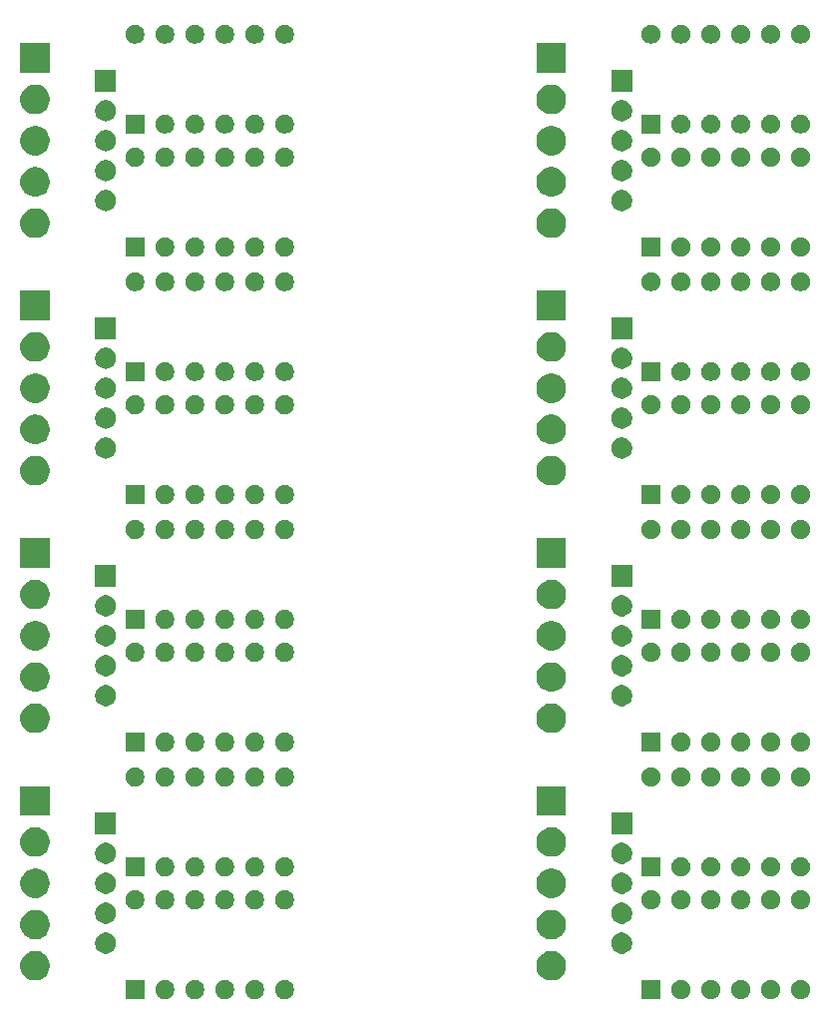
<source format=gbr>
G04 #@! TF.GenerationSoftware,KiCad,Pcbnew,5.1.5+dfsg1-2build2*
G04 #@! TF.CreationDate,2021-11-16T18:46:50-05:00*
G04 #@! TF.ProjectId,,58585858-5858-4585-9858-585858585858,rev?*
G04 #@! TF.SameCoordinates,Original*
G04 #@! TF.FileFunction,Soldermask,Top*
G04 #@! TF.FilePolarity,Negative*
%FSLAX46Y46*%
G04 Gerber Fmt 4.6, Leading zero omitted, Abs format (unit mm)*
G04 Created by KiCad (PCBNEW 5.1.5+dfsg1-2build2) date 2021-11-16 18:46:50*
%MOMM*%
%LPD*%
G04 APERTURE LIST*
%ADD10C,0.100000*%
G04 APERTURE END LIST*
D10*
G36*
X176253142Y-128092281D02*
G01*
X176398914Y-128152662D01*
X176398916Y-128152663D01*
X176530108Y-128240322D01*
X176641678Y-128351892D01*
X176729337Y-128483084D01*
X176729338Y-128483086D01*
X176789719Y-128628858D01*
X176820500Y-128783607D01*
X176820500Y-128941393D01*
X176789719Y-129096142D01*
X176729338Y-129241914D01*
X176729337Y-129241916D01*
X176641678Y-129373108D01*
X176530108Y-129484678D01*
X176398916Y-129572337D01*
X176398915Y-129572338D01*
X176398914Y-129572338D01*
X176253142Y-129632719D01*
X176098393Y-129663500D01*
X175940607Y-129663500D01*
X175785858Y-129632719D01*
X175640086Y-129572338D01*
X175640085Y-129572338D01*
X175640084Y-129572337D01*
X175508892Y-129484678D01*
X175397322Y-129373108D01*
X175309663Y-129241916D01*
X175309662Y-129241914D01*
X175249281Y-129096142D01*
X175218500Y-128941393D01*
X175218500Y-128783607D01*
X175249281Y-128628858D01*
X175309662Y-128483086D01*
X175309663Y-128483084D01*
X175397322Y-128351892D01*
X175508892Y-128240322D01*
X175640084Y-128152663D01*
X175640086Y-128152662D01*
X175785858Y-128092281D01*
X175940607Y-128061500D01*
X176098393Y-128061500D01*
X176253142Y-128092281D01*
G37*
G36*
X171173142Y-128092281D02*
G01*
X171318914Y-128152662D01*
X171318916Y-128152663D01*
X171450108Y-128240322D01*
X171561678Y-128351892D01*
X171649337Y-128483084D01*
X171649338Y-128483086D01*
X171709719Y-128628858D01*
X171740500Y-128783607D01*
X171740500Y-128941393D01*
X171709719Y-129096142D01*
X171649338Y-129241914D01*
X171649337Y-129241916D01*
X171561678Y-129373108D01*
X171450108Y-129484678D01*
X171318916Y-129572337D01*
X171318915Y-129572338D01*
X171318914Y-129572338D01*
X171173142Y-129632719D01*
X171018393Y-129663500D01*
X170860607Y-129663500D01*
X170705858Y-129632719D01*
X170560086Y-129572338D01*
X170560085Y-129572338D01*
X170560084Y-129572337D01*
X170428892Y-129484678D01*
X170317322Y-129373108D01*
X170229663Y-129241916D01*
X170229662Y-129241914D01*
X170169281Y-129096142D01*
X170138500Y-128941393D01*
X170138500Y-128783607D01*
X170169281Y-128628858D01*
X170229662Y-128483086D01*
X170229663Y-128483084D01*
X170317322Y-128351892D01*
X170428892Y-128240322D01*
X170560084Y-128152663D01*
X170560086Y-128152662D01*
X170705858Y-128092281D01*
X170860607Y-128061500D01*
X171018393Y-128061500D01*
X171173142Y-128092281D01*
G37*
G36*
X168633142Y-128092281D02*
G01*
X168778914Y-128152662D01*
X168778916Y-128152663D01*
X168910108Y-128240322D01*
X169021678Y-128351892D01*
X169109337Y-128483084D01*
X169109338Y-128483086D01*
X169169719Y-128628858D01*
X169200500Y-128783607D01*
X169200500Y-128941393D01*
X169169719Y-129096142D01*
X169109338Y-129241914D01*
X169109337Y-129241916D01*
X169021678Y-129373108D01*
X168910108Y-129484678D01*
X168778916Y-129572337D01*
X168778915Y-129572338D01*
X168778914Y-129572338D01*
X168633142Y-129632719D01*
X168478393Y-129663500D01*
X168320607Y-129663500D01*
X168165858Y-129632719D01*
X168020086Y-129572338D01*
X168020085Y-129572338D01*
X168020084Y-129572337D01*
X167888892Y-129484678D01*
X167777322Y-129373108D01*
X167689663Y-129241916D01*
X167689662Y-129241914D01*
X167629281Y-129096142D01*
X167598500Y-128941393D01*
X167598500Y-128783607D01*
X167629281Y-128628858D01*
X167689662Y-128483086D01*
X167689663Y-128483084D01*
X167777322Y-128351892D01*
X167888892Y-128240322D01*
X168020084Y-128152663D01*
X168020086Y-128152662D01*
X168165858Y-128092281D01*
X168320607Y-128061500D01*
X168478393Y-128061500D01*
X168633142Y-128092281D01*
G37*
G36*
X166093142Y-128092281D02*
G01*
X166238914Y-128152662D01*
X166238916Y-128152663D01*
X166370108Y-128240322D01*
X166481678Y-128351892D01*
X166569337Y-128483084D01*
X166569338Y-128483086D01*
X166629719Y-128628858D01*
X166660500Y-128783607D01*
X166660500Y-128941393D01*
X166629719Y-129096142D01*
X166569338Y-129241914D01*
X166569337Y-129241916D01*
X166481678Y-129373108D01*
X166370108Y-129484678D01*
X166238916Y-129572337D01*
X166238915Y-129572338D01*
X166238914Y-129572338D01*
X166093142Y-129632719D01*
X165938393Y-129663500D01*
X165780607Y-129663500D01*
X165625858Y-129632719D01*
X165480086Y-129572338D01*
X165480085Y-129572338D01*
X165480084Y-129572337D01*
X165348892Y-129484678D01*
X165237322Y-129373108D01*
X165149663Y-129241916D01*
X165149662Y-129241914D01*
X165089281Y-129096142D01*
X165058500Y-128941393D01*
X165058500Y-128783607D01*
X165089281Y-128628858D01*
X165149662Y-128483086D01*
X165149663Y-128483084D01*
X165237322Y-128351892D01*
X165348892Y-128240322D01*
X165480084Y-128152663D01*
X165480086Y-128152662D01*
X165625858Y-128092281D01*
X165780607Y-128061500D01*
X165938393Y-128061500D01*
X166093142Y-128092281D01*
G37*
G36*
X164120500Y-129663500D02*
G01*
X162518500Y-129663500D01*
X162518500Y-128061500D01*
X164120500Y-128061500D01*
X164120500Y-129663500D01*
G37*
G36*
X132453142Y-128092281D02*
G01*
X132598914Y-128152662D01*
X132598916Y-128152663D01*
X132730108Y-128240322D01*
X132841678Y-128351892D01*
X132929337Y-128483084D01*
X132929338Y-128483086D01*
X132989719Y-128628858D01*
X133020500Y-128783607D01*
X133020500Y-128941393D01*
X132989719Y-129096142D01*
X132929338Y-129241914D01*
X132929337Y-129241916D01*
X132841678Y-129373108D01*
X132730108Y-129484678D01*
X132598916Y-129572337D01*
X132598915Y-129572338D01*
X132598914Y-129572338D01*
X132453142Y-129632719D01*
X132298393Y-129663500D01*
X132140607Y-129663500D01*
X131985858Y-129632719D01*
X131840086Y-129572338D01*
X131840085Y-129572338D01*
X131840084Y-129572337D01*
X131708892Y-129484678D01*
X131597322Y-129373108D01*
X131509663Y-129241916D01*
X131509662Y-129241914D01*
X131449281Y-129096142D01*
X131418500Y-128941393D01*
X131418500Y-128783607D01*
X131449281Y-128628858D01*
X131509662Y-128483086D01*
X131509663Y-128483084D01*
X131597322Y-128351892D01*
X131708892Y-128240322D01*
X131840084Y-128152663D01*
X131840086Y-128152662D01*
X131985858Y-128092281D01*
X132140607Y-128061500D01*
X132298393Y-128061500D01*
X132453142Y-128092281D01*
G37*
G36*
X129913142Y-128092281D02*
G01*
X130058914Y-128152662D01*
X130058916Y-128152663D01*
X130190108Y-128240322D01*
X130301678Y-128351892D01*
X130389337Y-128483084D01*
X130389338Y-128483086D01*
X130449719Y-128628858D01*
X130480500Y-128783607D01*
X130480500Y-128941393D01*
X130449719Y-129096142D01*
X130389338Y-129241914D01*
X130389337Y-129241916D01*
X130301678Y-129373108D01*
X130190108Y-129484678D01*
X130058916Y-129572337D01*
X130058915Y-129572338D01*
X130058914Y-129572338D01*
X129913142Y-129632719D01*
X129758393Y-129663500D01*
X129600607Y-129663500D01*
X129445858Y-129632719D01*
X129300086Y-129572338D01*
X129300085Y-129572338D01*
X129300084Y-129572337D01*
X129168892Y-129484678D01*
X129057322Y-129373108D01*
X128969663Y-129241916D01*
X128969662Y-129241914D01*
X128909281Y-129096142D01*
X128878500Y-128941393D01*
X128878500Y-128783607D01*
X128909281Y-128628858D01*
X128969662Y-128483086D01*
X128969663Y-128483084D01*
X129057322Y-128351892D01*
X129168892Y-128240322D01*
X129300084Y-128152663D01*
X129300086Y-128152662D01*
X129445858Y-128092281D01*
X129600607Y-128061500D01*
X129758393Y-128061500D01*
X129913142Y-128092281D01*
G37*
G36*
X127373142Y-128092281D02*
G01*
X127518914Y-128152662D01*
X127518916Y-128152663D01*
X127650108Y-128240322D01*
X127761678Y-128351892D01*
X127849337Y-128483084D01*
X127849338Y-128483086D01*
X127909719Y-128628858D01*
X127940500Y-128783607D01*
X127940500Y-128941393D01*
X127909719Y-129096142D01*
X127849338Y-129241914D01*
X127849337Y-129241916D01*
X127761678Y-129373108D01*
X127650108Y-129484678D01*
X127518916Y-129572337D01*
X127518915Y-129572338D01*
X127518914Y-129572338D01*
X127373142Y-129632719D01*
X127218393Y-129663500D01*
X127060607Y-129663500D01*
X126905858Y-129632719D01*
X126760086Y-129572338D01*
X126760085Y-129572338D01*
X126760084Y-129572337D01*
X126628892Y-129484678D01*
X126517322Y-129373108D01*
X126429663Y-129241916D01*
X126429662Y-129241914D01*
X126369281Y-129096142D01*
X126338500Y-128941393D01*
X126338500Y-128783607D01*
X126369281Y-128628858D01*
X126429662Y-128483086D01*
X126429663Y-128483084D01*
X126517322Y-128351892D01*
X126628892Y-128240322D01*
X126760084Y-128152663D01*
X126760086Y-128152662D01*
X126905858Y-128092281D01*
X127060607Y-128061500D01*
X127218393Y-128061500D01*
X127373142Y-128092281D01*
G37*
G36*
X124833142Y-128092281D02*
G01*
X124978914Y-128152662D01*
X124978916Y-128152663D01*
X125110108Y-128240322D01*
X125221678Y-128351892D01*
X125309337Y-128483084D01*
X125309338Y-128483086D01*
X125369719Y-128628858D01*
X125400500Y-128783607D01*
X125400500Y-128941393D01*
X125369719Y-129096142D01*
X125309338Y-129241914D01*
X125309337Y-129241916D01*
X125221678Y-129373108D01*
X125110108Y-129484678D01*
X124978916Y-129572337D01*
X124978915Y-129572338D01*
X124978914Y-129572338D01*
X124833142Y-129632719D01*
X124678393Y-129663500D01*
X124520607Y-129663500D01*
X124365858Y-129632719D01*
X124220086Y-129572338D01*
X124220085Y-129572338D01*
X124220084Y-129572337D01*
X124088892Y-129484678D01*
X123977322Y-129373108D01*
X123889663Y-129241916D01*
X123889662Y-129241914D01*
X123829281Y-129096142D01*
X123798500Y-128941393D01*
X123798500Y-128783607D01*
X123829281Y-128628858D01*
X123889662Y-128483086D01*
X123889663Y-128483084D01*
X123977322Y-128351892D01*
X124088892Y-128240322D01*
X124220084Y-128152663D01*
X124220086Y-128152662D01*
X124365858Y-128092281D01*
X124520607Y-128061500D01*
X124678393Y-128061500D01*
X124833142Y-128092281D01*
G37*
G36*
X122293142Y-128092281D02*
G01*
X122438914Y-128152662D01*
X122438916Y-128152663D01*
X122570108Y-128240322D01*
X122681678Y-128351892D01*
X122769337Y-128483084D01*
X122769338Y-128483086D01*
X122829719Y-128628858D01*
X122860500Y-128783607D01*
X122860500Y-128941393D01*
X122829719Y-129096142D01*
X122769338Y-129241914D01*
X122769337Y-129241916D01*
X122681678Y-129373108D01*
X122570108Y-129484678D01*
X122438916Y-129572337D01*
X122438915Y-129572338D01*
X122438914Y-129572338D01*
X122293142Y-129632719D01*
X122138393Y-129663500D01*
X121980607Y-129663500D01*
X121825858Y-129632719D01*
X121680086Y-129572338D01*
X121680085Y-129572338D01*
X121680084Y-129572337D01*
X121548892Y-129484678D01*
X121437322Y-129373108D01*
X121349663Y-129241916D01*
X121349662Y-129241914D01*
X121289281Y-129096142D01*
X121258500Y-128941393D01*
X121258500Y-128783607D01*
X121289281Y-128628858D01*
X121349662Y-128483086D01*
X121349663Y-128483084D01*
X121437322Y-128351892D01*
X121548892Y-128240322D01*
X121680084Y-128152663D01*
X121680086Y-128152662D01*
X121825858Y-128092281D01*
X121980607Y-128061500D01*
X122138393Y-128061500D01*
X122293142Y-128092281D01*
G37*
G36*
X120320500Y-129663500D02*
G01*
X118718500Y-129663500D01*
X118718500Y-128061500D01*
X120320500Y-128061500D01*
X120320500Y-129663500D01*
G37*
G36*
X173713142Y-128092281D02*
G01*
X173858914Y-128152662D01*
X173858916Y-128152663D01*
X173990108Y-128240322D01*
X174101678Y-128351892D01*
X174189337Y-128483084D01*
X174189338Y-128483086D01*
X174249719Y-128628858D01*
X174280500Y-128783607D01*
X174280500Y-128941393D01*
X174249719Y-129096142D01*
X174189338Y-129241914D01*
X174189337Y-129241916D01*
X174101678Y-129373108D01*
X173990108Y-129484678D01*
X173858916Y-129572337D01*
X173858915Y-129572338D01*
X173858914Y-129572338D01*
X173713142Y-129632719D01*
X173558393Y-129663500D01*
X173400607Y-129663500D01*
X173245858Y-129632719D01*
X173100086Y-129572338D01*
X173100085Y-129572338D01*
X173100084Y-129572337D01*
X172968892Y-129484678D01*
X172857322Y-129373108D01*
X172769663Y-129241916D01*
X172769662Y-129241914D01*
X172709281Y-129096142D01*
X172678500Y-128941393D01*
X172678500Y-128783607D01*
X172709281Y-128628858D01*
X172769662Y-128483086D01*
X172769663Y-128483084D01*
X172857322Y-128351892D01*
X172968892Y-128240322D01*
X173100084Y-128152663D01*
X173100086Y-128152662D01*
X173245858Y-128092281D01*
X173400607Y-128061500D01*
X173558393Y-128061500D01*
X173713142Y-128092281D01*
G37*
G36*
X111413403Y-125639575D02*
G01*
X111609875Y-125720956D01*
X111641071Y-125733878D01*
X111845966Y-125870785D01*
X112020215Y-126045034D01*
X112157122Y-126249929D01*
X112251425Y-126477597D01*
X112299500Y-126719287D01*
X112299500Y-126965713D01*
X112251425Y-127207403D01*
X112157122Y-127435071D01*
X112020215Y-127639966D01*
X111845966Y-127814215D01*
X111641071Y-127951122D01*
X111641070Y-127951123D01*
X111641069Y-127951123D01*
X111413403Y-128045425D01*
X111171714Y-128093500D01*
X110925286Y-128093500D01*
X110683597Y-128045425D01*
X110455931Y-127951123D01*
X110455930Y-127951123D01*
X110455929Y-127951122D01*
X110251034Y-127814215D01*
X110076785Y-127639966D01*
X109939878Y-127435071D01*
X109845575Y-127207403D01*
X109797500Y-126965713D01*
X109797500Y-126719287D01*
X109845575Y-126477597D01*
X109939878Y-126249929D01*
X110076785Y-126045034D01*
X110251034Y-125870785D01*
X110455929Y-125733878D01*
X110487126Y-125720956D01*
X110683597Y-125639575D01*
X110925286Y-125591500D01*
X111171714Y-125591500D01*
X111413403Y-125639575D01*
G37*
G36*
X155213403Y-125639575D02*
G01*
X155409875Y-125720956D01*
X155441071Y-125733878D01*
X155645966Y-125870785D01*
X155820215Y-126045034D01*
X155957122Y-126249929D01*
X156051425Y-126477597D01*
X156099500Y-126719287D01*
X156099500Y-126965713D01*
X156051425Y-127207403D01*
X155957122Y-127435071D01*
X155820215Y-127639966D01*
X155645966Y-127814215D01*
X155441071Y-127951122D01*
X155441070Y-127951123D01*
X155441069Y-127951123D01*
X155213403Y-128045425D01*
X154971714Y-128093500D01*
X154725286Y-128093500D01*
X154483597Y-128045425D01*
X154255931Y-127951123D01*
X154255930Y-127951123D01*
X154255929Y-127951122D01*
X154051034Y-127814215D01*
X153876785Y-127639966D01*
X153739878Y-127435071D01*
X153645575Y-127207403D01*
X153597500Y-126965713D01*
X153597500Y-126719287D01*
X153645575Y-126477597D01*
X153739878Y-126249929D01*
X153876785Y-126045034D01*
X154051034Y-125870785D01*
X154255929Y-125733878D01*
X154287126Y-125720956D01*
X154483597Y-125639575D01*
X154725286Y-125591500D01*
X154971714Y-125591500D01*
X155213403Y-125639575D01*
G37*
G36*
X160944012Y-124026427D02*
G01*
X161093312Y-124056124D01*
X161257284Y-124124044D01*
X161404854Y-124222647D01*
X161530353Y-124348146D01*
X161628956Y-124495716D01*
X161696876Y-124659688D01*
X161731500Y-124833759D01*
X161731500Y-125011241D01*
X161696876Y-125185312D01*
X161628956Y-125349284D01*
X161530353Y-125496854D01*
X161404854Y-125622353D01*
X161257284Y-125720956D01*
X161093312Y-125788876D01*
X160944012Y-125818573D01*
X160919242Y-125823500D01*
X160741758Y-125823500D01*
X160716988Y-125818573D01*
X160567688Y-125788876D01*
X160403716Y-125720956D01*
X160256146Y-125622353D01*
X160130647Y-125496854D01*
X160032044Y-125349284D01*
X159964124Y-125185312D01*
X159929500Y-125011241D01*
X159929500Y-124833759D01*
X159964124Y-124659688D01*
X160032044Y-124495716D01*
X160130647Y-124348146D01*
X160256146Y-124222647D01*
X160403716Y-124124044D01*
X160567688Y-124056124D01*
X160716988Y-124026427D01*
X160741758Y-124021500D01*
X160919242Y-124021500D01*
X160944012Y-124026427D01*
G37*
G36*
X117144012Y-124026427D02*
G01*
X117293312Y-124056124D01*
X117457284Y-124124044D01*
X117604854Y-124222647D01*
X117730353Y-124348146D01*
X117828956Y-124495716D01*
X117896876Y-124659688D01*
X117931500Y-124833759D01*
X117931500Y-125011241D01*
X117896876Y-125185312D01*
X117828956Y-125349284D01*
X117730353Y-125496854D01*
X117604854Y-125622353D01*
X117457284Y-125720956D01*
X117293312Y-125788876D01*
X117144012Y-125818573D01*
X117119242Y-125823500D01*
X116941758Y-125823500D01*
X116916988Y-125818573D01*
X116767688Y-125788876D01*
X116603716Y-125720956D01*
X116456146Y-125622353D01*
X116330647Y-125496854D01*
X116232044Y-125349284D01*
X116164124Y-125185312D01*
X116129500Y-125011241D01*
X116129500Y-124833759D01*
X116164124Y-124659688D01*
X116232044Y-124495716D01*
X116330647Y-124348146D01*
X116456146Y-124222647D01*
X116603716Y-124124044D01*
X116767688Y-124056124D01*
X116916988Y-124026427D01*
X116941758Y-124021500D01*
X117119242Y-124021500D01*
X117144012Y-124026427D01*
G37*
G36*
X155113424Y-122119688D02*
G01*
X155213403Y-122139575D01*
X155441071Y-122233878D01*
X155645966Y-122370785D01*
X155820215Y-122545034D01*
X155957122Y-122749929D01*
X156051425Y-122977597D01*
X156099500Y-123219287D01*
X156099500Y-123465713D01*
X156051425Y-123707403D01*
X155957122Y-123935071D01*
X155820215Y-124139966D01*
X155645966Y-124314215D01*
X155441071Y-124451122D01*
X155441070Y-124451123D01*
X155441069Y-124451123D01*
X155213403Y-124545425D01*
X154971714Y-124593500D01*
X154725286Y-124593500D01*
X154483597Y-124545425D01*
X154255931Y-124451123D01*
X154255930Y-124451123D01*
X154255929Y-124451122D01*
X154051034Y-124314215D01*
X153876785Y-124139966D01*
X153739878Y-123935071D01*
X153645575Y-123707403D01*
X153597500Y-123465713D01*
X153597500Y-123219287D01*
X153645575Y-122977597D01*
X153739878Y-122749929D01*
X153876785Y-122545034D01*
X154051034Y-122370785D01*
X154255929Y-122233878D01*
X154483597Y-122139575D01*
X154583576Y-122119688D01*
X154725286Y-122091500D01*
X154971714Y-122091500D01*
X155113424Y-122119688D01*
G37*
G36*
X111313424Y-122119688D02*
G01*
X111413403Y-122139575D01*
X111641071Y-122233878D01*
X111845966Y-122370785D01*
X112020215Y-122545034D01*
X112157122Y-122749929D01*
X112251425Y-122977597D01*
X112299500Y-123219287D01*
X112299500Y-123465713D01*
X112251425Y-123707403D01*
X112157122Y-123935071D01*
X112020215Y-124139966D01*
X111845966Y-124314215D01*
X111641071Y-124451122D01*
X111641070Y-124451123D01*
X111641069Y-124451123D01*
X111413403Y-124545425D01*
X111171714Y-124593500D01*
X110925286Y-124593500D01*
X110683597Y-124545425D01*
X110455931Y-124451123D01*
X110455930Y-124451123D01*
X110455929Y-124451122D01*
X110251034Y-124314215D01*
X110076785Y-124139966D01*
X109939878Y-123935071D01*
X109845575Y-123707403D01*
X109797500Y-123465713D01*
X109797500Y-123219287D01*
X109845575Y-122977597D01*
X109939878Y-122749929D01*
X110076785Y-122545034D01*
X110251034Y-122370785D01*
X110455929Y-122233878D01*
X110683597Y-122139575D01*
X110783576Y-122119688D01*
X110925286Y-122091500D01*
X111171714Y-122091500D01*
X111313424Y-122119688D01*
G37*
G36*
X160944012Y-121486427D02*
G01*
X161093312Y-121516124D01*
X161257284Y-121584044D01*
X161404854Y-121682647D01*
X161530353Y-121808146D01*
X161628956Y-121955716D01*
X161696876Y-122119688D01*
X161731500Y-122293759D01*
X161731500Y-122471241D01*
X161696876Y-122645312D01*
X161628956Y-122809284D01*
X161530353Y-122956854D01*
X161404854Y-123082353D01*
X161257284Y-123180956D01*
X161093312Y-123248876D01*
X160944012Y-123278573D01*
X160919242Y-123283500D01*
X160741758Y-123283500D01*
X160716988Y-123278573D01*
X160567688Y-123248876D01*
X160403716Y-123180956D01*
X160256146Y-123082353D01*
X160130647Y-122956854D01*
X160032044Y-122809284D01*
X159964124Y-122645312D01*
X159929500Y-122471241D01*
X159929500Y-122293759D01*
X159964124Y-122119688D01*
X160032044Y-121955716D01*
X160130647Y-121808146D01*
X160256146Y-121682647D01*
X160403716Y-121584044D01*
X160567688Y-121516124D01*
X160716988Y-121486427D01*
X160741758Y-121481500D01*
X160919242Y-121481500D01*
X160944012Y-121486427D01*
G37*
G36*
X117144012Y-121486427D02*
G01*
X117293312Y-121516124D01*
X117457284Y-121584044D01*
X117604854Y-121682647D01*
X117730353Y-121808146D01*
X117828956Y-121955716D01*
X117896876Y-122119688D01*
X117931500Y-122293759D01*
X117931500Y-122471241D01*
X117896876Y-122645312D01*
X117828956Y-122809284D01*
X117730353Y-122956854D01*
X117604854Y-123082353D01*
X117457284Y-123180956D01*
X117293312Y-123248876D01*
X117144012Y-123278573D01*
X117119242Y-123283500D01*
X116941758Y-123283500D01*
X116916988Y-123278573D01*
X116767688Y-123248876D01*
X116603716Y-123180956D01*
X116456146Y-123082353D01*
X116330647Y-122956854D01*
X116232044Y-122809284D01*
X116164124Y-122645312D01*
X116129500Y-122471241D01*
X116129500Y-122293759D01*
X116164124Y-122119688D01*
X116232044Y-121955716D01*
X116330647Y-121808146D01*
X116456146Y-121682647D01*
X116603716Y-121584044D01*
X116767688Y-121516124D01*
X116916988Y-121486427D01*
X116941758Y-121481500D01*
X117119242Y-121481500D01*
X117144012Y-121486427D01*
G37*
G36*
X127373142Y-120472281D02*
G01*
X127518914Y-120532662D01*
X127518916Y-120532663D01*
X127650108Y-120620322D01*
X127761678Y-120731892D01*
X127849337Y-120863084D01*
X127849338Y-120863086D01*
X127909719Y-121008858D01*
X127940500Y-121163607D01*
X127940500Y-121321393D01*
X127909719Y-121476142D01*
X127893157Y-121516125D01*
X127849337Y-121621916D01*
X127761678Y-121753108D01*
X127650108Y-121864678D01*
X127518916Y-121952337D01*
X127518915Y-121952338D01*
X127518914Y-121952338D01*
X127373142Y-122012719D01*
X127218393Y-122043500D01*
X127060607Y-122043500D01*
X126905858Y-122012719D01*
X126760086Y-121952338D01*
X126760085Y-121952338D01*
X126760084Y-121952337D01*
X126628892Y-121864678D01*
X126517322Y-121753108D01*
X126429663Y-121621916D01*
X126385843Y-121516125D01*
X126369281Y-121476142D01*
X126338500Y-121321393D01*
X126338500Y-121163607D01*
X126369281Y-121008858D01*
X126429662Y-120863086D01*
X126429663Y-120863084D01*
X126517322Y-120731892D01*
X126628892Y-120620322D01*
X126760084Y-120532663D01*
X126760086Y-120532662D01*
X126905858Y-120472281D01*
X127060607Y-120441500D01*
X127218393Y-120441500D01*
X127373142Y-120472281D01*
G37*
G36*
X176253142Y-120472281D02*
G01*
X176398914Y-120532662D01*
X176398916Y-120532663D01*
X176530108Y-120620322D01*
X176641678Y-120731892D01*
X176729337Y-120863084D01*
X176729338Y-120863086D01*
X176789719Y-121008858D01*
X176820500Y-121163607D01*
X176820500Y-121321393D01*
X176789719Y-121476142D01*
X176773157Y-121516125D01*
X176729337Y-121621916D01*
X176641678Y-121753108D01*
X176530108Y-121864678D01*
X176398916Y-121952337D01*
X176398915Y-121952338D01*
X176398914Y-121952338D01*
X176253142Y-122012719D01*
X176098393Y-122043500D01*
X175940607Y-122043500D01*
X175785858Y-122012719D01*
X175640086Y-121952338D01*
X175640085Y-121952338D01*
X175640084Y-121952337D01*
X175508892Y-121864678D01*
X175397322Y-121753108D01*
X175309663Y-121621916D01*
X175265843Y-121516125D01*
X175249281Y-121476142D01*
X175218500Y-121321393D01*
X175218500Y-121163607D01*
X175249281Y-121008858D01*
X175309662Y-120863086D01*
X175309663Y-120863084D01*
X175397322Y-120731892D01*
X175508892Y-120620322D01*
X175640084Y-120532663D01*
X175640086Y-120532662D01*
X175785858Y-120472281D01*
X175940607Y-120441500D01*
X176098393Y-120441500D01*
X176253142Y-120472281D01*
G37*
G36*
X173713142Y-120472281D02*
G01*
X173858914Y-120532662D01*
X173858916Y-120532663D01*
X173990108Y-120620322D01*
X174101678Y-120731892D01*
X174189337Y-120863084D01*
X174189338Y-120863086D01*
X174249719Y-121008858D01*
X174280500Y-121163607D01*
X174280500Y-121321393D01*
X174249719Y-121476142D01*
X174233157Y-121516125D01*
X174189337Y-121621916D01*
X174101678Y-121753108D01*
X173990108Y-121864678D01*
X173858916Y-121952337D01*
X173858915Y-121952338D01*
X173858914Y-121952338D01*
X173713142Y-122012719D01*
X173558393Y-122043500D01*
X173400607Y-122043500D01*
X173245858Y-122012719D01*
X173100086Y-121952338D01*
X173100085Y-121952338D01*
X173100084Y-121952337D01*
X172968892Y-121864678D01*
X172857322Y-121753108D01*
X172769663Y-121621916D01*
X172725843Y-121516125D01*
X172709281Y-121476142D01*
X172678500Y-121321393D01*
X172678500Y-121163607D01*
X172709281Y-121008858D01*
X172769662Y-120863086D01*
X172769663Y-120863084D01*
X172857322Y-120731892D01*
X172968892Y-120620322D01*
X173100084Y-120532663D01*
X173100086Y-120532662D01*
X173245858Y-120472281D01*
X173400607Y-120441500D01*
X173558393Y-120441500D01*
X173713142Y-120472281D01*
G37*
G36*
X171173142Y-120472281D02*
G01*
X171318914Y-120532662D01*
X171318916Y-120532663D01*
X171450108Y-120620322D01*
X171561678Y-120731892D01*
X171649337Y-120863084D01*
X171649338Y-120863086D01*
X171709719Y-121008858D01*
X171740500Y-121163607D01*
X171740500Y-121321393D01*
X171709719Y-121476142D01*
X171693157Y-121516125D01*
X171649337Y-121621916D01*
X171561678Y-121753108D01*
X171450108Y-121864678D01*
X171318916Y-121952337D01*
X171318915Y-121952338D01*
X171318914Y-121952338D01*
X171173142Y-122012719D01*
X171018393Y-122043500D01*
X170860607Y-122043500D01*
X170705858Y-122012719D01*
X170560086Y-121952338D01*
X170560085Y-121952338D01*
X170560084Y-121952337D01*
X170428892Y-121864678D01*
X170317322Y-121753108D01*
X170229663Y-121621916D01*
X170185843Y-121516125D01*
X170169281Y-121476142D01*
X170138500Y-121321393D01*
X170138500Y-121163607D01*
X170169281Y-121008858D01*
X170229662Y-120863086D01*
X170229663Y-120863084D01*
X170317322Y-120731892D01*
X170428892Y-120620322D01*
X170560084Y-120532663D01*
X170560086Y-120532662D01*
X170705858Y-120472281D01*
X170860607Y-120441500D01*
X171018393Y-120441500D01*
X171173142Y-120472281D01*
G37*
G36*
X168633142Y-120472281D02*
G01*
X168778914Y-120532662D01*
X168778916Y-120532663D01*
X168910108Y-120620322D01*
X169021678Y-120731892D01*
X169109337Y-120863084D01*
X169109338Y-120863086D01*
X169169719Y-121008858D01*
X169200500Y-121163607D01*
X169200500Y-121321393D01*
X169169719Y-121476142D01*
X169153157Y-121516125D01*
X169109337Y-121621916D01*
X169021678Y-121753108D01*
X168910108Y-121864678D01*
X168778916Y-121952337D01*
X168778915Y-121952338D01*
X168778914Y-121952338D01*
X168633142Y-122012719D01*
X168478393Y-122043500D01*
X168320607Y-122043500D01*
X168165858Y-122012719D01*
X168020086Y-121952338D01*
X168020085Y-121952338D01*
X168020084Y-121952337D01*
X167888892Y-121864678D01*
X167777322Y-121753108D01*
X167689663Y-121621916D01*
X167645843Y-121516125D01*
X167629281Y-121476142D01*
X167598500Y-121321393D01*
X167598500Y-121163607D01*
X167629281Y-121008858D01*
X167689662Y-120863086D01*
X167689663Y-120863084D01*
X167777322Y-120731892D01*
X167888892Y-120620322D01*
X168020084Y-120532663D01*
X168020086Y-120532662D01*
X168165858Y-120472281D01*
X168320607Y-120441500D01*
X168478393Y-120441500D01*
X168633142Y-120472281D01*
G37*
G36*
X119753142Y-120472281D02*
G01*
X119898914Y-120532662D01*
X119898916Y-120532663D01*
X120030108Y-120620322D01*
X120141678Y-120731892D01*
X120229337Y-120863084D01*
X120229338Y-120863086D01*
X120289719Y-121008858D01*
X120320500Y-121163607D01*
X120320500Y-121321393D01*
X120289719Y-121476142D01*
X120273157Y-121516125D01*
X120229337Y-121621916D01*
X120141678Y-121753108D01*
X120030108Y-121864678D01*
X119898916Y-121952337D01*
X119898915Y-121952338D01*
X119898914Y-121952338D01*
X119753142Y-122012719D01*
X119598393Y-122043500D01*
X119440607Y-122043500D01*
X119285858Y-122012719D01*
X119140086Y-121952338D01*
X119140085Y-121952338D01*
X119140084Y-121952337D01*
X119008892Y-121864678D01*
X118897322Y-121753108D01*
X118809663Y-121621916D01*
X118765843Y-121516125D01*
X118749281Y-121476142D01*
X118718500Y-121321393D01*
X118718500Y-121163607D01*
X118749281Y-121008858D01*
X118809662Y-120863086D01*
X118809663Y-120863084D01*
X118897322Y-120731892D01*
X119008892Y-120620322D01*
X119140084Y-120532663D01*
X119140086Y-120532662D01*
X119285858Y-120472281D01*
X119440607Y-120441500D01*
X119598393Y-120441500D01*
X119753142Y-120472281D01*
G37*
G36*
X166093142Y-120472281D02*
G01*
X166238914Y-120532662D01*
X166238916Y-120532663D01*
X166370108Y-120620322D01*
X166481678Y-120731892D01*
X166569337Y-120863084D01*
X166569338Y-120863086D01*
X166629719Y-121008858D01*
X166660500Y-121163607D01*
X166660500Y-121321393D01*
X166629719Y-121476142D01*
X166613157Y-121516125D01*
X166569337Y-121621916D01*
X166481678Y-121753108D01*
X166370108Y-121864678D01*
X166238916Y-121952337D01*
X166238915Y-121952338D01*
X166238914Y-121952338D01*
X166093142Y-122012719D01*
X165938393Y-122043500D01*
X165780607Y-122043500D01*
X165625858Y-122012719D01*
X165480086Y-121952338D01*
X165480085Y-121952338D01*
X165480084Y-121952337D01*
X165348892Y-121864678D01*
X165237322Y-121753108D01*
X165149663Y-121621916D01*
X165105843Y-121516125D01*
X165089281Y-121476142D01*
X165058500Y-121321393D01*
X165058500Y-121163607D01*
X165089281Y-121008858D01*
X165149662Y-120863086D01*
X165149663Y-120863084D01*
X165237322Y-120731892D01*
X165348892Y-120620322D01*
X165480084Y-120532663D01*
X165480086Y-120532662D01*
X165625858Y-120472281D01*
X165780607Y-120441500D01*
X165938393Y-120441500D01*
X166093142Y-120472281D01*
G37*
G36*
X163553142Y-120472281D02*
G01*
X163698914Y-120532662D01*
X163698916Y-120532663D01*
X163830108Y-120620322D01*
X163941678Y-120731892D01*
X164029337Y-120863084D01*
X164029338Y-120863086D01*
X164089719Y-121008858D01*
X164120500Y-121163607D01*
X164120500Y-121321393D01*
X164089719Y-121476142D01*
X164073157Y-121516125D01*
X164029337Y-121621916D01*
X163941678Y-121753108D01*
X163830108Y-121864678D01*
X163698916Y-121952337D01*
X163698915Y-121952338D01*
X163698914Y-121952338D01*
X163553142Y-122012719D01*
X163398393Y-122043500D01*
X163240607Y-122043500D01*
X163085858Y-122012719D01*
X162940086Y-121952338D01*
X162940085Y-121952338D01*
X162940084Y-121952337D01*
X162808892Y-121864678D01*
X162697322Y-121753108D01*
X162609663Y-121621916D01*
X162565843Y-121516125D01*
X162549281Y-121476142D01*
X162518500Y-121321393D01*
X162518500Y-121163607D01*
X162549281Y-121008858D01*
X162609662Y-120863086D01*
X162609663Y-120863084D01*
X162697322Y-120731892D01*
X162808892Y-120620322D01*
X162940084Y-120532663D01*
X162940086Y-120532662D01*
X163085858Y-120472281D01*
X163240607Y-120441500D01*
X163398393Y-120441500D01*
X163553142Y-120472281D01*
G37*
G36*
X132453142Y-120472281D02*
G01*
X132598914Y-120532662D01*
X132598916Y-120532663D01*
X132730108Y-120620322D01*
X132841678Y-120731892D01*
X132929337Y-120863084D01*
X132929338Y-120863086D01*
X132989719Y-121008858D01*
X133020500Y-121163607D01*
X133020500Y-121321393D01*
X132989719Y-121476142D01*
X132973157Y-121516125D01*
X132929337Y-121621916D01*
X132841678Y-121753108D01*
X132730108Y-121864678D01*
X132598916Y-121952337D01*
X132598915Y-121952338D01*
X132598914Y-121952338D01*
X132453142Y-122012719D01*
X132298393Y-122043500D01*
X132140607Y-122043500D01*
X131985858Y-122012719D01*
X131840086Y-121952338D01*
X131840085Y-121952338D01*
X131840084Y-121952337D01*
X131708892Y-121864678D01*
X131597322Y-121753108D01*
X131509663Y-121621916D01*
X131465843Y-121516125D01*
X131449281Y-121476142D01*
X131418500Y-121321393D01*
X131418500Y-121163607D01*
X131449281Y-121008858D01*
X131509662Y-120863086D01*
X131509663Y-120863084D01*
X131597322Y-120731892D01*
X131708892Y-120620322D01*
X131840084Y-120532663D01*
X131840086Y-120532662D01*
X131985858Y-120472281D01*
X132140607Y-120441500D01*
X132298393Y-120441500D01*
X132453142Y-120472281D01*
G37*
G36*
X124833142Y-120472281D02*
G01*
X124978914Y-120532662D01*
X124978916Y-120532663D01*
X125110108Y-120620322D01*
X125221678Y-120731892D01*
X125309337Y-120863084D01*
X125309338Y-120863086D01*
X125369719Y-121008858D01*
X125400500Y-121163607D01*
X125400500Y-121321393D01*
X125369719Y-121476142D01*
X125353157Y-121516125D01*
X125309337Y-121621916D01*
X125221678Y-121753108D01*
X125110108Y-121864678D01*
X124978916Y-121952337D01*
X124978915Y-121952338D01*
X124978914Y-121952338D01*
X124833142Y-122012719D01*
X124678393Y-122043500D01*
X124520607Y-122043500D01*
X124365858Y-122012719D01*
X124220086Y-121952338D01*
X124220085Y-121952338D01*
X124220084Y-121952337D01*
X124088892Y-121864678D01*
X123977322Y-121753108D01*
X123889663Y-121621916D01*
X123845843Y-121516125D01*
X123829281Y-121476142D01*
X123798500Y-121321393D01*
X123798500Y-121163607D01*
X123829281Y-121008858D01*
X123889662Y-120863086D01*
X123889663Y-120863084D01*
X123977322Y-120731892D01*
X124088892Y-120620322D01*
X124220084Y-120532663D01*
X124220086Y-120532662D01*
X124365858Y-120472281D01*
X124520607Y-120441500D01*
X124678393Y-120441500D01*
X124833142Y-120472281D01*
G37*
G36*
X129913142Y-120472281D02*
G01*
X130058914Y-120532662D01*
X130058916Y-120532663D01*
X130190108Y-120620322D01*
X130301678Y-120731892D01*
X130389337Y-120863084D01*
X130389338Y-120863086D01*
X130449719Y-121008858D01*
X130480500Y-121163607D01*
X130480500Y-121321393D01*
X130449719Y-121476142D01*
X130433157Y-121516125D01*
X130389337Y-121621916D01*
X130301678Y-121753108D01*
X130190108Y-121864678D01*
X130058916Y-121952337D01*
X130058915Y-121952338D01*
X130058914Y-121952338D01*
X129913142Y-122012719D01*
X129758393Y-122043500D01*
X129600607Y-122043500D01*
X129445858Y-122012719D01*
X129300086Y-121952338D01*
X129300085Y-121952338D01*
X129300084Y-121952337D01*
X129168892Y-121864678D01*
X129057322Y-121753108D01*
X128969663Y-121621916D01*
X128925843Y-121516125D01*
X128909281Y-121476142D01*
X128878500Y-121321393D01*
X128878500Y-121163607D01*
X128909281Y-121008858D01*
X128969662Y-120863086D01*
X128969663Y-120863084D01*
X129057322Y-120731892D01*
X129168892Y-120620322D01*
X129300084Y-120532663D01*
X129300086Y-120532662D01*
X129445858Y-120472281D01*
X129600607Y-120441500D01*
X129758393Y-120441500D01*
X129913142Y-120472281D01*
G37*
G36*
X122293142Y-120472281D02*
G01*
X122438914Y-120532662D01*
X122438916Y-120532663D01*
X122570108Y-120620322D01*
X122681678Y-120731892D01*
X122769337Y-120863084D01*
X122769338Y-120863086D01*
X122829719Y-121008858D01*
X122860500Y-121163607D01*
X122860500Y-121321393D01*
X122829719Y-121476142D01*
X122813157Y-121516125D01*
X122769337Y-121621916D01*
X122681678Y-121753108D01*
X122570108Y-121864678D01*
X122438916Y-121952337D01*
X122438915Y-121952338D01*
X122438914Y-121952338D01*
X122293142Y-122012719D01*
X122138393Y-122043500D01*
X121980607Y-122043500D01*
X121825858Y-122012719D01*
X121680086Y-121952338D01*
X121680085Y-121952338D01*
X121680084Y-121952337D01*
X121548892Y-121864678D01*
X121437322Y-121753108D01*
X121349663Y-121621916D01*
X121305843Y-121516125D01*
X121289281Y-121476142D01*
X121258500Y-121321393D01*
X121258500Y-121163607D01*
X121289281Y-121008858D01*
X121349662Y-120863086D01*
X121349663Y-120863084D01*
X121437322Y-120731892D01*
X121548892Y-120620322D01*
X121680084Y-120532663D01*
X121680086Y-120532662D01*
X121825858Y-120472281D01*
X121980607Y-120441500D01*
X122138393Y-120441500D01*
X122293142Y-120472281D01*
G37*
G36*
X155213403Y-118639575D02*
G01*
X155441071Y-118733878D01*
X155645966Y-118870785D01*
X155820215Y-119045034D01*
X155957122Y-119249929D01*
X156051425Y-119477597D01*
X156099500Y-119719287D01*
X156099500Y-119965713D01*
X156051425Y-120207403D01*
X155957122Y-120435071D01*
X155820215Y-120639966D01*
X155645966Y-120814215D01*
X155441071Y-120951122D01*
X155441070Y-120951123D01*
X155441069Y-120951123D01*
X155213403Y-121045425D01*
X154971714Y-121093500D01*
X154725286Y-121093500D01*
X154483597Y-121045425D01*
X154255931Y-120951123D01*
X154255930Y-120951123D01*
X154255929Y-120951122D01*
X154051034Y-120814215D01*
X153876785Y-120639966D01*
X153739878Y-120435071D01*
X153645575Y-120207403D01*
X153597500Y-119965713D01*
X153597500Y-119719287D01*
X153645575Y-119477597D01*
X153739878Y-119249929D01*
X153876785Y-119045034D01*
X154051034Y-118870785D01*
X154255929Y-118733878D01*
X154483597Y-118639575D01*
X154725286Y-118591500D01*
X154971714Y-118591500D01*
X155213403Y-118639575D01*
G37*
G36*
X111413403Y-118639575D02*
G01*
X111641071Y-118733878D01*
X111845966Y-118870785D01*
X112020215Y-119045034D01*
X112157122Y-119249929D01*
X112251425Y-119477597D01*
X112299500Y-119719287D01*
X112299500Y-119965713D01*
X112251425Y-120207403D01*
X112157122Y-120435071D01*
X112020215Y-120639966D01*
X111845966Y-120814215D01*
X111641071Y-120951122D01*
X111641070Y-120951123D01*
X111641069Y-120951123D01*
X111413403Y-121045425D01*
X111171714Y-121093500D01*
X110925286Y-121093500D01*
X110683597Y-121045425D01*
X110455931Y-120951123D01*
X110455930Y-120951123D01*
X110455929Y-120951122D01*
X110251034Y-120814215D01*
X110076785Y-120639966D01*
X109939878Y-120435071D01*
X109845575Y-120207403D01*
X109797500Y-119965713D01*
X109797500Y-119719287D01*
X109845575Y-119477597D01*
X109939878Y-119249929D01*
X110076785Y-119045034D01*
X110251034Y-118870785D01*
X110455929Y-118733878D01*
X110683597Y-118639575D01*
X110925286Y-118591500D01*
X111171714Y-118591500D01*
X111413403Y-118639575D01*
G37*
G36*
X160944012Y-118946427D02*
G01*
X161093312Y-118976124D01*
X161257284Y-119044044D01*
X161404854Y-119142647D01*
X161530353Y-119268146D01*
X161628956Y-119415716D01*
X161696876Y-119579688D01*
X161731500Y-119753759D01*
X161731500Y-119931241D01*
X161696876Y-120105312D01*
X161628956Y-120269284D01*
X161530353Y-120416854D01*
X161404854Y-120542353D01*
X161257284Y-120640956D01*
X161093312Y-120708876D01*
X160944012Y-120738573D01*
X160919242Y-120743500D01*
X160741758Y-120743500D01*
X160716988Y-120738573D01*
X160567688Y-120708876D01*
X160403716Y-120640956D01*
X160256146Y-120542353D01*
X160130647Y-120416854D01*
X160032044Y-120269284D01*
X159964124Y-120105312D01*
X159929500Y-119931241D01*
X159929500Y-119753759D01*
X159964124Y-119579688D01*
X160032044Y-119415716D01*
X160130647Y-119268146D01*
X160256146Y-119142647D01*
X160403716Y-119044044D01*
X160567688Y-118976124D01*
X160716988Y-118946427D01*
X160741758Y-118941500D01*
X160919242Y-118941500D01*
X160944012Y-118946427D01*
G37*
G36*
X117144012Y-118946427D02*
G01*
X117293312Y-118976124D01*
X117457284Y-119044044D01*
X117604854Y-119142647D01*
X117730353Y-119268146D01*
X117828956Y-119415716D01*
X117896876Y-119579688D01*
X117931500Y-119753759D01*
X117931500Y-119931241D01*
X117896876Y-120105312D01*
X117828956Y-120269284D01*
X117730353Y-120416854D01*
X117604854Y-120542353D01*
X117457284Y-120640956D01*
X117293312Y-120708876D01*
X117144012Y-120738573D01*
X117119242Y-120743500D01*
X116941758Y-120743500D01*
X116916988Y-120738573D01*
X116767688Y-120708876D01*
X116603716Y-120640956D01*
X116456146Y-120542353D01*
X116330647Y-120416854D01*
X116232044Y-120269284D01*
X116164124Y-120105312D01*
X116129500Y-119931241D01*
X116129500Y-119753759D01*
X116164124Y-119579688D01*
X116232044Y-119415716D01*
X116330647Y-119268146D01*
X116456146Y-119142647D01*
X116603716Y-119044044D01*
X116767688Y-118976124D01*
X116916988Y-118946427D01*
X116941758Y-118941500D01*
X117119242Y-118941500D01*
X117144012Y-118946427D01*
G37*
G36*
X122293142Y-117672281D02*
G01*
X122438914Y-117732662D01*
X122438916Y-117732663D01*
X122570108Y-117820322D01*
X122681678Y-117931892D01*
X122728757Y-118002352D01*
X122769338Y-118063086D01*
X122829719Y-118208858D01*
X122860500Y-118363607D01*
X122860500Y-118521393D01*
X122829719Y-118676142D01*
X122769338Y-118821914D01*
X122769337Y-118821916D01*
X122681678Y-118953108D01*
X122570108Y-119064678D01*
X122438916Y-119152337D01*
X122438915Y-119152338D01*
X122438914Y-119152338D01*
X122293142Y-119212719D01*
X122138393Y-119243500D01*
X121980607Y-119243500D01*
X121825858Y-119212719D01*
X121680086Y-119152338D01*
X121680085Y-119152338D01*
X121680084Y-119152337D01*
X121548892Y-119064678D01*
X121437322Y-118953108D01*
X121349663Y-118821916D01*
X121349662Y-118821914D01*
X121289281Y-118676142D01*
X121258500Y-118521393D01*
X121258500Y-118363607D01*
X121289281Y-118208858D01*
X121349662Y-118063086D01*
X121390243Y-118002352D01*
X121437322Y-117931892D01*
X121548892Y-117820322D01*
X121680084Y-117732663D01*
X121680086Y-117732662D01*
X121825858Y-117672281D01*
X121980607Y-117641500D01*
X122138393Y-117641500D01*
X122293142Y-117672281D01*
G37*
G36*
X176253142Y-117672281D02*
G01*
X176398914Y-117732662D01*
X176398916Y-117732663D01*
X176530108Y-117820322D01*
X176641678Y-117931892D01*
X176688757Y-118002352D01*
X176729338Y-118063086D01*
X176789719Y-118208858D01*
X176820500Y-118363607D01*
X176820500Y-118521393D01*
X176789719Y-118676142D01*
X176729338Y-118821914D01*
X176729337Y-118821916D01*
X176641678Y-118953108D01*
X176530108Y-119064678D01*
X176398916Y-119152337D01*
X176398915Y-119152338D01*
X176398914Y-119152338D01*
X176253142Y-119212719D01*
X176098393Y-119243500D01*
X175940607Y-119243500D01*
X175785858Y-119212719D01*
X175640086Y-119152338D01*
X175640085Y-119152338D01*
X175640084Y-119152337D01*
X175508892Y-119064678D01*
X175397322Y-118953108D01*
X175309663Y-118821916D01*
X175309662Y-118821914D01*
X175249281Y-118676142D01*
X175218500Y-118521393D01*
X175218500Y-118363607D01*
X175249281Y-118208858D01*
X175309662Y-118063086D01*
X175350243Y-118002352D01*
X175397322Y-117931892D01*
X175508892Y-117820322D01*
X175640084Y-117732663D01*
X175640086Y-117732662D01*
X175785858Y-117672281D01*
X175940607Y-117641500D01*
X176098393Y-117641500D01*
X176253142Y-117672281D01*
G37*
G36*
X124833142Y-117672281D02*
G01*
X124978914Y-117732662D01*
X124978916Y-117732663D01*
X125110108Y-117820322D01*
X125221678Y-117931892D01*
X125268757Y-118002352D01*
X125309338Y-118063086D01*
X125369719Y-118208858D01*
X125400500Y-118363607D01*
X125400500Y-118521393D01*
X125369719Y-118676142D01*
X125309338Y-118821914D01*
X125309337Y-118821916D01*
X125221678Y-118953108D01*
X125110108Y-119064678D01*
X124978916Y-119152337D01*
X124978915Y-119152338D01*
X124978914Y-119152338D01*
X124833142Y-119212719D01*
X124678393Y-119243500D01*
X124520607Y-119243500D01*
X124365858Y-119212719D01*
X124220086Y-119152338D01*
X124220085Y-119152338D01*
X124220084Y-119152337D01*
X124088892Y-119064678D01*
X123977322Y-118953108D01*
X123889663Y-118821916D01*
X123889662Y-118821914D01*
X123829281Y-118676142D01*
X123798500Y-118521393D01*
X123798500Y-118363607D01*
X123829281Y-118208858D01*
X123889662Y-118063086D01*
X123930243Y-118002352D01*
X123977322Y-117931892D01*
X124088892Y-117820322D01*
X124220084Y-117732663D01*
X124220086Y-117732662D01*
X124365858Y-117672281D01*
X124520607Y-117641500D01*
X124678393Y-117641500D01*
X124833142Y-117672281D01*
G37*
G36*
X127373142Y-117672281D02*
G01*
X127518914Y-117732662D01*
X127518916Y-117732663D01*
X127650108Y-117820322D01*
X127761678Y-117931892D01*
X127808757Y-118002352D01*
X127849338Y-118063086D01*
X127909719Y-118208858D01*
X127940500Y-118363607D01*
X127940500Y-118521393D01*
X127909719Y-118676142D01*
X127849338Y-118821914D01*
X127849337Y-118821916D01*
X127761678Y-118953108D01*
X127650108Y-119064678D01*
X127518916Y-119152337D01*
X127518915Y-119152338D01*
X127518914Y-119152338D01*
X127373142Y-119212719D01*
X127218393Y-119243500D01*
X127060607Y-119243500D01*
X126905858Y-119212719D01*
X126760086Y-119152338D01*
X126760085Y-119152338D01*
X126760084Y-119152337D01*
X126628892Y-119064678D01*
X126517322Y-118953108D01*
X126429663Y-118821916D01*
X126429662Y-118821914D01*
X126369281Y-118676142D01*
X126338500Y-118521393D01*
X126338500Y-118363607D01*
X126369281Y-118208858D01*
X126429662Y-118063086D01*
X126470243Y-118002352D01*
X126517322Y-117931892D01*
X126628892Y-117820322D01*
X126760084Y-117732663D01*
X126760086Y-117732662D01*
X126905858Y-117672281D01*
X127060607Y-117641500D01*
X127218393Y-117641500D01*
X127373142Y-117672281D01*
G37*
G36*
X129913142Y-117672281D02*
G01*
X130058914Y-117732662D01*
X130058916Y-117732663D01*
X130190108Y-117820322D01*
X130301678Y-117931892D01*
X130348757Y-118002352D01*
X130389338Y-118063086D01*
X130449719Y-118208858D01*
X130480500Y-118363607D01*
X130480500Y-118521393D01*
X130449719Y-118676142D01*
X130389338Y-118821914D01*
X130389337Y-118821916D01*
X130301678Y-118953108D01*
X130190108Y-119064678D01*
X130058916Y-119152337D01*
X130058915Y-119152338D01*
X130058914Y-119152338D01*
X129913142Y-119212719D01*
X129758393Y-119243500D01*
X129600607Y-119243500D01*
X129445858Y-119212719D01*
X129300086Y-119152338D01*
X129300085Y-119152338D01*
X129300084Y-119152337D01*
X129168892Y-119064678D01*
X129057322Y-118953108D01*
X128969663Y-118821916D01*
X128969662Y-118821914D01*
X128909281Y-118676142D01*
X128878500Y-118521393D01*
X128878500Y-118363607D01*
X128909281Y-118208858D01*
X128969662Y-118063086D01*
X129010243Y-118002352D01*
X129057322Y-117931892D01*
X129168892Y-117820322D01*
X129300084Y-117732663D01*
X129300086Y-117732662D01*
X129445858Y-117672281D01*
X129600607Y-117641500D01*
X129758393Y-117641500D01*
X129913142Y-117672281D01*
G37*
G36*
X132453142Y-117672281D02*
G01*
X132598914Y-117732662D01*
X132598916Y-117732663D01*
X132730108Y-117820322D01*
X132841678Y-117931892D01*
X132888757Y-118002352D01*
X132929338Y-118063086D01*
X132989719Y-118208858D01*
X133020500Y-118363607D01*
X133020500Y-118521393D01*
X132989719Y-118676142D01*
X132929338Y-118821914D01*
X132929337Y-118821916D01*
X132841678Y-118953108D01*
X132730108Y-119064678D01*
X132598916Y-119152337D01*
X132598915Y-119152338D01*
X132598914Y-119152338D01*
X132453142Y-119212719D01*
X132298393Y-119243500D01*
X132140607Y-119243500D01*
X131985858Y-119212719D01*
X131840086Y-119152338D01*
X131840085Y-119152338D01*
X131840084Y-119152337D01*
X131708892Y-119064678D01*
X131597322Y-118953108D01*
X131509663Y-118821916D01*
X131509662Y-118821914D01*
X131449281Y-118676142D01*
X131418500Y-118521393D01*
X131418500Y-118363607D01*
X131449281Y-118208858D01*
X131509662Y-118063086D01*
X131550243Y-118002352D01*
X131597322Y-117931892D01*
X131708892Y-117820322D01*
X131840084Y-117732663D01*
X131840086Y-117732662D01*
X131985858Y-117672281D01*
X132140607Y-117641500D01*
X132298393Y-117641500D01*
X132453142Y-117672281D01*
G37*
G36*
X166093142Y-117672281D02*
G01*
X166238914Y-117732662D01*
X166238916Y-117732663D01*
X166370108Y-117820322D01*
X166481678Y-117931892D01*
X166528757Y-118002352D01*
X166569338Y-118063086D01*
X166629719Y-118208858D01*
X166660500Y-118363607D01*
X166660500Y-118521393D01*
X166629719Y-118676142D01*
X166569338Y-118821914D01*
X166569337Y-118821916D01*
X166481678Y-118953108D01*
X166370108Y-119064678D01*
X166238916Y-119152337D01*
X166238915Y-119152338D01*
X166238914Y-119152338D01*
X166093142Y-119212719D01*
X165938393Y-119243500D01*
X165780607Y-119243500D01*
X165625858Y-119212719D01*
X165480086Y-119152338D01*
X165480085Y-119152338D01*
X165480084Y-119152337D01*
X165348892Y-119064678D01*
X165237322Y-118953108D01*
X165149663Y-118821916D01*
X165149662Y-118821914D01*
X165089281Y-118676142D01*
X165058500Y-118521393D01*
X165058500Y-118363607D01*
X165089281Y-118208858D01*
X165149662Y-118063086D01*
X165190243Y-118002352D01*
X165237322Y-117931892D01*
X165348892Y-117820322D01*
X165480084Y-117732663D01*
X165480086Y-117732662D01*
X165625858Y-117672281D01*
X165780607Y-117641500D01*
X165938393Y-117641500D01*
X166093142Y-117672281D01*
G37*
G36*
X168633142Y-117672281D02*
G01*
X168778914Y-117732662D01*
X168778916Y-117732663D01*
X168910108Y-117820322D01*
X169021678Y-117931892D01*
X169068757Y-118002352D01*
X169109338Y-118063086D01*
X169169719Y-118208858D01*
X169200500Y-118363607D01*
X169200500Y-118521393D01*
X169169719Y-118676142D01*
X169109338Y-118821914D01*
X169109337Y-118821916D01*
X169021678Y-118953108D01*
X168910108Y-119064678D01*
X168778916Y-119152337D01*
X168778915Y-119152338D01*
X168778914Y-119152338D01*
X168633142Y-119212719D01*
X168478393Y-119243500D01*
X168320607Y-119243500D01*
X168165858Y-119212719D01*
X168020086Y-119152338D01*
X168020085Y-119152338D01*
X168020084Y-119152337D01*
X167888892Y-119064678D01*
X167777322Y-118953108D01*
X167689663Y-118821916D01*
X167689662Y-118821914D01*
X167629281Y-118676142D01*
X167598500Y-118521393D01*
X167598500Y-118363607D01*
X167629281Y-118208858D01*
X167689662Y-118063086D01*
X167730243Y-118002352D01*
X167777322Y-117931892D01*
X167888892Y-117820322D01*
X168020084Y-117732663D01*
X168020086Y-117732662D01*
X168165858Y-117672281D01*
X168320607Y-117641500D01*
X168478393Y-117641500D01*
X168633142Y-117672281D01*
G37*
G36*
X173713142Y-117672281D02*
G01*
X173858914Y-117732662D01*
X173858916Y-117732663D01*
X173990108Y-117820322D01*
X174101678Y-117931892D01*
X174148757Y-118002352D01*
X174189338Y-118063086D01*
X174249719Y-118208858D01*
X174280500Y-118363607D01*
X174280500Y-118521393D01*
X174249719Y-118676142D01*
X174189338Y-118821914D01*
X174189337Y-118821916D01*
X174101678Y-118953108D01*
X173990108Y-119064678D01*
X173858916Y-119152337D01*
X173858915Y-119152338D01*
X173858914Y-119152338D01*
X173713142Y-119212719D01*
X173558393Y-119243500D01*
X173400607Y-119243500D01*
X173245858Y-119212719D01*
X173100086Y-119152338D01*
X173100085Y-119152338D01*
X173100084Y-119152337D01*
X172968892Y-119064678D01*
X172857322Y-118953108D01*
X172769663Y-118821916D01*
X172769662Y-118821914D01*
X172709281Y-118676142D01*
X172678500Y-118521393D01*
X172678500Y-118363607D01*
X172709281Y-118208858D01*
X172769662Y-118063086D01*
X172810243Y-118002352D01*
X172857322Y-117931892D01*
X172968892Y-117820322D01*
X173100084Y-117732663D01*
X173100086Y-117732662D01*
X173245858Y-117672281D01*
X173400607Y-117641500D01*
X173558393Y-117641500D01*
X173713142Y-117672281D01*
G37*
G36*
X171173142Y-117672281D02*
G01*
X171318914Y-117732662D01*
X171318916Y-117732663D01*
X171450108Y-117820322D01*
X171561678Y-117931892D01*
X171608757Y-118002352D01*
X171649338Y-118063086D01*
X171709719Y-118208858D01*
X171740500Y-118363607D01*
X171740500Y-118521393D01*
X171709719Y-118676142D01*
X171649338Y-118821914D01*
X171649337Y-118821916D01*
X171561678Y-118953108D01*
X171450108Y-119064678D01*
X171318916Y-119152337D01*
X171318915Y-119152338D01*
X171318914Y-119152338D01*
X171173142Y-119212719D01*
X171018393Y-119243500D01*
X170860607Y-119243500D01*
X170705858Y-119212719D01*
X170560086Y-119152338D01*
X170560085Y-119152338D01*
X170560084Y-119152337D01*
X170428892Y-119064678D01*
X170317322Y-118953108D01*
X170229663Y-118821916D01*
X170229662Y-118821914D01*
X170169281Y-118676142D01*
X170138500Y-118521393D01*
X170138500Y-118363607D01*
X170169281Y-118208858D01*
X170229662Y-118063086D01*
X170270243Y-118002352D01*
X170317322Y-117931892D01*
X170428892Y-117820322D01*
X170560084Y-117732663D01*
X170560086Y-117732662D01*
X170705858Y-117672281D01*
X170860607Y-117641500D01*
X171018393Y-117641500D01*
X171173142Y-117672281D01*
G37*
G36*
X120320500Y-119243500D02*
G01*
X118718500Y-119243500D01*
X118718500Y-117641500D01*
X120320500Y-117641500D01*
X120320500Y-119243500D01*
G37*
G36*
X164120500Y-119243500D02*
G01*
X162518500Y-119243500D01*
X162518500Y-117641500D01*
X164120500Y-117641500D01*
X164120500Y-119243500D01*
G37*
G36*
X117144012Y-116406427D02*
G01*
X117293312Y-116436124D01*
X117457284Y-116504044D01*
X117604854Y-116602647D01*
X117730353Y-116728146D01*
X117828956Y-116875716D01*
X117896876Y-117039688D01*
X117931500Y-117213759D01*
X117931500Y-117391241D01*
X117896876Y-117565312D01*
X117828956Y-117729284D01*
X117730353Y-117876854D01*
X117604854Y-118002353D01*
X117457284Y-118100956D01*
X117293312Y-118168876D01*
X117144012Y-118198573D01*
X117119242Y-118203500D01*
X116941758Y-118203500D01*
X116916988Y-118198573D01*
X116767688Y-118168876D01*
X116603716Y-118100956D01*
X116456146Y-118002353D01*
X116330647Y-117876854D01*
X116232044Y-117729284D01*
X116164124Y-117565312D01*
X116129500Y-117391241D01*
X116129500Y-117213759D01*
X116164124Y-117039688D01*
X116232044Y-116875716D01*
X116330647Y-116728146D01*
X116456146Y-116602647D01*
X116603716Y-116504044D01*
X116767688Y-116436124D01*
X116916988Y-116406427D01*
X116941758Y-116401500D01*
X117119242Y-116401500D01*
X117144012Y-116406427D01*
G37*
G36*
X160944012Y-116406427D02*
G01*
X161093312Y-116436124D01*
X161257284Y-116504044D01*
X161404854Y-116602647D01*
X161530353Y-116728146D01*
X161628956Y-116875716D01*
X161696876Y-117039688D01*
X161731500Y-117213759D01*
X161731500Y-117391241D01*
X161696876Y-117565312D01*
X161628956Y-117729284D01*
X161530353Y-117876854D01*
X161404854Y-118002353D01*
X161257284Y-118100956D01*
X161093312Y-118168876D01*
X160944012Y-118198573D01*
X160919242Y-118203500D01*
X160741758Y-118203500D01*
X160716988Y-118198573D01*
X160567688Y-118168876D01*
X160403716Y-118100956D01*
X160256146Y-118002353D01*
X160130647Y-117876854D01*
X160032044Y-117729284D01*
X159964124Y-117565312D01*
X159929500Y-117391241D01*
X159929500Y-117213759D01*
X159964124Y-117039688D01*
X160032044Y-116875716D01*
X160130647Y-116728146D01*
X160256146Y-116602647D01*
X160403716Y-116504044D01*
X160567688Y-116436124D01*
X160716988Y-116406427D01*
X160741758Y-116401500D01*
X160919242Y-116401500D01*
X160944012Y-116406427D01*
G37*
G36*
X111413403Y-115139575D02*
G01*
X111641071Y-115233878D01*
X111845966Y-115370785D01*
X112020215Y-115545034D01*
X112157122Y-115749929D01*
X112251425Y-115977597D01*
X112299500Y-116219287D01*
X112299500Y-116465713D01*
X112251425Y-116707403D01*
X112157122Y-116935071D01*
X112020215Y-117139966D01*
X111845966Y-117314215D01*
X111641071Y-117451122D01*
X111641070Y-117451123D01*
X111641069Y-117451123D01*
X111413403Y-117545425D01*
X111171714Y-117593500D01*
X110925286Y-117593500D01*
X110683597Y-117545425D01*
X110455931Y-117451123D01*
X110455930Y-117451123D01*
X110455929Y-117451122D01*
X110251034Y-117314215D01*
X110076785Y-117139966D01*
X109939878Y-116935071D01*
X109845575Y-116707403D01*
X109797500Y-116465713D01*
X109797500Y-116219287D01*
X109845575Y-115977597D01*
X109939878Y-115749929D01*
X110076785Y-115545034D01*
X110251034Y-115370785D01*
X110455929Y-115233878D01*
X110683597Y-115139575D01*
X110925286Y-115091500D01*
X111171714Y-115091500D01*
X111413403Y-115139575D01*
G37*
G36*
X155213403Y-115139575D02*
G01*
X155441071Y-115233878D01*
X155645966Y-115370785D01*
X155820215Y-115545034D01*
X155957122Y-115749929D01*
X156051425Y-115977597D01*
X156099500Y-116219287D01*
X156099500Y-116465713D01*
X156051425Y-116707403D01*
X155957122Y-116935071D01*
X155820215Y-117139966D01*
X155645966Y-117314215D01*
X155441071Y-117451122D01*
X155441070Y-117451123D01*
X155441069Y-117451123D01*
X155213403Y-117545425D01*
X154971714Y-117593500D01*
X154725286Y-117593500D01*
X154483597Y-117545425D01*
X154255931Y-117451123D01*
X154255930Y-117451123D01*
X154255929Y-117451122D01*
X154051034Y-117314215D01*
X153876785Y-117139966D01*
X153739878Y-116935071D01*
X153645575Y-116707403D01*
X153597500Y-116465713D01*
X153597500Y-116219287D01*
X153645575Y-115977597D01*
X153739878Y-115749929D01*
X153876785Y-115545034D01*
X154051034Y-115370785D01*
X154255929Y-115233878D01*
X154483597Y-115139575D01*
X154725286Y-115091500D01*
X154971714Y-115091500D01*
X155213403Y-115139575D01*
G37*
G36*
X161731500Y-115663500D02*
G01*
X159929500Y-115663500D01*
X159929500Y-113861500D01*
X161731500Y-113861500D01*
X161731500Y-115663500D01*
G37*
G36*
X117931500Y-115663500D02*
G01*
X116129500Y-115663500D01*
X116129500Y-113861500D01*
X117931500Y-113861500D01*
X117931500Y-115663500D01*
G37*
G36*
X112299500Y-114093500D02*
G01*
X109797500Y-114093500D01*
X109797500Y-111591500D01*
X112299500Y-111591500D01*
X112299500Y-114093500D01*
G37*
G36*
X156099500Y-114093500D02*
G01*
X153597500Y-114093500D01*
X153597500Y-111591500D01*
X156099500Y-111591500D01*
X156099500Y-114093500D01*
G37*
G36*
X163553142Y-110052281D02*
G01*
X163698914Y-110112662D01*
X163698916Y-110112663D01*
X163830108Y-110200322D01*
X163941678Y-110311892D01*
X164029337Y-110443084D01*
X164029338Y-110443086D01*
X164089719Y-110588858D01*
X164120500Y-110743607D01*
X164120500Y-110901393D01*
X164089719Y-111056142D01*
X164029338Y-111201914D01*
X164029337Y-111201916D01*
X163941678Y-111333108D01*
X163830108Y-111444678D01*
X163698916Y-111532337D01*
X163698915Y-111532338D01*
X163698914Y-111532338D01*
X163553142Y-111592719D01*
X163398393Y-111623500D01*
X163240607Y-111623500D01*
X163085858Y-111592719D01*
X162940086Y-111532338D01*
X162940085Y-111532338D01*
X162940084Y-111532337D01*
X162808892Y-111444678D01*
X162697322Y-111333108D01*
X162609663Y-111201916D01*
X162609662Y-111201914D01*
X162549281Y-111056142D01*
X162518500Y-110901393D01*
X162518500Y-110743607D01*
X162549281Y-110588858D01*
X162609662Y-110443086D01*
X162609663Y-110443084D01*
X162697322Y-110311892D01*
X162808892Y-110200322D01*
X162940084Y-110112663D01*
X162940086Y-110112662D01*
X163085858Y-110052281D01*
X163240607Y-110021500D01*
X163398393Y-110021500D01*
X163553142Y-110052281D01*
G37*
G36*
X166093142Y-110052281D02*
G01*
X166238914Y-110112662D01*
X166238916Y-110112663D01*
X166370108Y-110200322D01*
X166481678Y-110311892D01*
X166569337Y-110443084D01*
X166569338Y-110443086D01*
X166629719Y-110588858D01*
X166660500Y-110743607D01*
X166660500Y-110901393D01*
X166629719Y-111056142D01*
X166569338Y-111201914D01*
X166569337Y-111201916D01*
X166481678Y-111333108D01*
X166370108Y-111444678D01*
X166238916Y-111532337D01*
X166238915Y-111532338D01*
X166238914Y-111532338D01*
X166093142Y-111592719D01*
X165938393Y-111623500D01*
X165780607Y-111623500D01*
X165625858Y-111592719D01*
X165480086Y-111532338D01*
X165480085Y-111532338D01*
X165480084Y-111532337D01*
X165348892Y-111444678D01*
X165237322Y-111333108D01*
X165149663Y-111201916D01*
X165149662Y-111201914D01*
X165089281Y-111056142D01*
X165058500Y-110901393D01*
X165058500Y-110743607D01*
X165089281Y-110588858D01*
X165149662Y-110443086D01*
X165149663Y-110443084D01*
X165237322Y-110311892D01*
X165348892Y-110200322D01*
X165480084Y-110112663D01*
X165480086Y-110112662D01*
X165625858Y-110052281D01*
X165780607Y-110021500D01*
X165938393Y-110021500D01*
X166093142Y-110052281D01*
G37*
G36*
X124833142Y-110052281D02*
G01*
X124978914Y-110112662D01*
X124978916Y-110112663D01*
X125110108Y-110200322D01*
X125221678Y-110311892D01*
X125309337Y-110443084D01*
X125309338Y-110443086D01*
X125369719Y-110588858D01*
X125400500Y-110743607D01*
X125400500Y-110901393D01*
X125369719Y-111056142D01*
X125309338Y-111201914D01*
X125309337Y-111201916D01*
X125221678Y-111333108D01*
X125110108Y-111444678D01*
X124978916Y-111532337D01*
X124978915Y-111532338D01*
X124978914Y-111532338D01*
X124833142Y-111592719D01*
X124678393Y-111623500D01*
X124520607Y-111623500D01*
X124365858Y-111592719D01*
X124220086Y-111532338D01*
X124220085Y-111532338D01*
X124220084Y-111532337D01*
X124088892Y-111444678D01*
X123977322Y-111333108D01*
X123889663Y-111201916D01*
X123889662Y-111201914D01*
X123829281Y-111056142D01*
X123798500Y-110901393D01*
X123798500Y-110743607D01*
X123829281Y-110588858D01*
X123889662Y-110443086D01*
X123889663Y-110443084D01*
X123977322Y-110311892D01*
X124088892Y-110200322D01*
X124220084Y-110112663D01*
X124220086Y-110112662D01*
X124365858Y-110052281D01*
X124520607Y-110021500D01*
X124678393Y-110021500D01*
X124833142Y-110052281D01*
G37*
G36*
X168633142Y-110052281D02*
G01*
X168778914Y-110112662D01*
X168778916Y-110112663D01*
X168910108Y-110200322D01*
X169021678Y-110311892D01*
X169109337Y-110443084D01*
X169109338Y-110443086D01*
X169169719Y-110588858D01*
X169200500Y-110743607D01*
X169200500Y-110901393D01*
X169169719Y-111056142D01*
X169109338Y-111201914D01*
X169109337Y-111201916D01*
X169021678Y-111333108D01*
X168910108Y-111444678D01*
X168778916Y-111532337D01*
X168778915Y-111532338D01*
X168778914Y-111532338D01*
X168633142Y-111592719D01*
X168478393Y-111623500D01*
X168320607Y-111623500D01*
X168165858Y-111592719D01*
X168020086Y-111532338D01*
X168020085Y-111532338D01*
X168020084Y-111532337D01*
X167888892Y-111444678D01*
X167777322Y-111333108D01*
X167689663Y-111201916D01*
X167689662Y-111201914D01*
X167629281Y-111056142D01*
X167598500Y-110901393D01*
X167598500Y-110743607D01*
X167629281Y-110588858D01*
X167689662Y-110443086D01*
X167689663Y-110443084D01*
X167777322Y-110311892D01*
X167888892Y-110200322D01*
X168020084Y-110112663D01*
X168020086Y-110112662D01*
X168165858Y-110052281D01*
X168320607Y-110021500D01*
X168478393Y-110021500D01*
X168633142Y-110052281D01*
G37*
G36*
X171173142Y-110052281D02*
G01*
X171318914Y-110112662D01*
X171318916Y-110112663D01*
X171450108Y-110200322D01*
X171561678Y-110311892D01*
X171649337Y-110443084D01*
X171649338Y-110443086D01*
X171709719Y-110588858D01*
X171740500Y-110743607D01*
X171740500Y-110901393D01*
X171709719Y-111056142D01*
X171649338Y-111201914D01*
X171649337Y-111201916D01*
X171561678Y-111333108D01*
X171450108Y-111444678D01*
X171318916Y-111532337D01*
X171318915Y-111532338D01*
X171318914Y-111532338D01*
X171173142Y-111592719D01*
X171018393Y-111623500D01*
X170860607Y-111623500D01*
X170705858Y-111592719D01*
X170560086Y-111532338D01*
X170560085Y-111532338D01*
X170560084Y-111532337D01*
X170428892Y-111444678D01*
X170317322Y-111333108D01*
X170229663Y-111201916D01*
X170229662Y-111201914D01*
X170169281Y-111056142D01*
X170138500Y-110901393D01*
X170138500Y-110743607D01*
X170169281Y-110588858D01*
X170229662Y-110443086D01*
X170229663Y-110443084D01*
X170317322Y-110311892D01*
X170428892Y-110200322D01*
X170560084Y-110112663D01*
X170560086Y-110112662D01*
X170705858Y-110052281D01*
X170860607Y-110021500D01*
X171018393Y-110021500D01*
X171173142Y-110052281D01*
G37*
G36*
X173713142Y-110052281D02*
G01*
X173858914Y-110112662D01*
X173858916Y-110112663D01*
X173990108Y-110200322D01*
X174101678Y-110311892D01*
X174189337Y-110443084D01*
X174189338Y-110443086D01*
X174249719Y-110588858D01*
X174280500Y-110743607D01*
X174280500Y-110901393D01*
X174249719Y-111056142D01*
X174189338Y-111201914D01*
X174189337Y-111201916D01*
X174101678Y-111333108D01*
X173990108Y-111444678D01*
X173858916Y-111532337D01*
X173858915Y-111532338D01*
X173858914Y-111532338D01*
X173713142Y-111592719D01*
X173558393Y-111623500D01*
X173400607Y-111623500D01*
X173245858Y-111592719D01*
X173100086Y-111532338D01*
X173100085Y-111532338D01*
X173100084Y-111532337D01*
X172968892Y-111444678D01*
X172857322Y-111333108D01*
X172769663Y-111201916D01*
X172769662Y-111201914D01*
X172709281Y-111056142D01*
X172678500Y-110901393D01*
X172678500Y-110743607D01*
X172709281Y-110588858D01*
X172769662Y-110443086D01*
X172769663Y-110443084D01*
X172857322Y-110311892D01*
X172968892Y-110200322D01*
X173100084Y-110112663D01*
X173100086Y-110112662D01*
X173245858Y-110052281D01*
X173400607Y-110021500D01*
X173558393Y-110021500D01*
X173713142Y-110052281D01*
G37*
G36*
X176253142Y-110052281D02*
G01*
X176398914Y-110112662D01*
X176398916Y-110112663D01*
X176530108Y-110200322D01*
X176641678Y-110311892D01*
X176729337Y-110443084D01*
X176729338Y-110443086D01*
X176789719Y-110588858D01*
X176820500Y-110743607D01*
X176820500Y-110901393D01*
X176789719Y-111056142D01*
X176729338Y-111201914D01*
X176729337Y-111201916D01*
X176641678Y-111333108D01*
X176530108Y-111444678D01*
X176398916Y-111532337D01*
X176398915Y-111532338D01*
X176398914Y-111532338D01*
X176253142Y-111592719D01*
X176098393Y-111623500D01*
X175940607Y-111623500D01*
X175785858Y-111592719D01*
X175640086Y-111532338D01*
X175640085Y-111532338D01*
X175640084Y-111532337D01*
X175508892Y-111444678D01*
X175397322Y-111333108D01*
X175309663Y-111201916D01*
X175309662Y-111201914D01*
X175249281Y-111056142D01*
X175218500Y-110901393D01*
X175218500Y-110743607D01*
X175249281Y-110588858D01*
X175309662Y-110443086D01*
X175309663Y-110443084D01*
X175397322Y-110311892D01*
X175508892Y-110200322D01*
X175640084Y-110112663D01*
X175640086Y-110112662D01*
X175785858Y-110052281D01*
X175940607Y-110021500D01*
X176098393Y-110021500D01*
X176253142Y-110052281D01*
G37*
G36*
X132453142Y-110052281D02*
G01*
X132598914Y-110112662D01*
X132598916Y-110112663D01*
X132730108Y-110200322D01*
X132841678Y-110311892D01*
X132929337Y-110443084D01*
X132929338Y-110443086D01*
X132989719Y-110588858D01*
X133020500Y-110743607D01*
X133020500Y-110901393D01*
X132989719Y-111056142D01*
X132929338Y-111201914D01*
X132929337Y-111201916D01*
X132841678Y-111333108D01*
X132730108Y-111444678D01*
X132598916Y-111532337D01*
X132598915Y-111532338D01*
X132598914Y-111532338D01*
X132453142Y-111592719D01*
X132298393Y-111623500D01*
X132140607Y-111623500D01*
X131985858Y-111592719D01*
X131840086Y-111532338D01*
X131840085Y-111532338D01*
X131840084Y-111532337D01*
X131708892Y-111444678D01*
X131597322Y-111333108D01*
X131509663Y-111201916D01*
X131509662Y-111201914D01*
X131449281Y-111056142D01*
X131418500Y-110901393D01*
X131418500Y-110743607D01*
X131449281Y-110588858D01*
X131509662Y-110443086D01*
X131509663Y-110443084D01*
X131597322Y-110311892D01*
X131708892Y-110200322D01*
X131840084Y-110112663D01*
X131840086Y-110112662D01*
X131985858Y-110052281D01*
X132140607Y-110021500D01*
X132298393Y-110021500D01*
X132453142Y-110052281D01*
G37*
G36*
X129913142Y-110052281D02*
G01*
X130058914Y-110112662D01*
X130058916Y-110112663D01*
X130190108Y-110200322D01*
X130301678Y-110311892D01*
X130389337Y-110443084D01*
X130389338Y-110443086D01*
X130449719Y-110588858D01*
X130480500Y-110743607D01*
X130480500Y-110901393D01*
X130449719Y-111056142D01*
X130389338Y-111201914D01*
X130389337Y-111201916D01*
X130301678Y-111333108D01*
X130190108Y-111444678D01*
X130058916Y-111532337D01*
X130058915Y-111532338D01*
X130058914Y-111532338D01*
X129913142Y-111592719D01*
X129758393Y-111623500D01*
X129600607Y-111623500D01*
X129445858Y-111592719D01*
X129300086Y-111532338D01*
X129300085Y-111532338D01*
X129300084Y-111532337D01*
X129168892Y-111444678D01*
X129057322Y-111333108D01*
X128969663Y-111201916D01*
X128969662Y-111201914D01*
X128909281Y-111056142D01*
X128878500Y-110901393D01*
X128878500Y-110743607D01*
X128909281Y-110588858D01*
X128969662Y-110443086D01*
X128969663Y-110443084D01*
X129057322Y-110311892D01*
X129168892Y-110200322D01*
X129300084Y-110112663D01*
X129300086Y-110112662D01*
X129445858Y-110052281D01*
X129600607Y-110021500D01*
X129758393Y-110021500D01*
X129913142Y-110052281D01*
G37*
G36*
X127373142Y-110052281D02*
G01*
X127518914Y-110112662D01*
X127518916Y-110112663D01*
X127650108Y-110200322D01*
X127761678Y-110311892D01*
X127849337Y-110443084D01*
X127849338Y-110443086D01*
X127909719Y-110588858D01*
X127940500Y-110743607D01*
X127940500Y-110901393D01*
X127909719Y-111056142D01*
X127849338Y-111201914D01*
X127849337Y-111201916D01*
X127761678Y-111333108D01*
X127650108Y-111444678D01*
X127518916Y-111532337D01*
X127518915Y-111532338D01*
X127518914Y-111532338D01*
X127373142Y-111592719D01*
X127218393Y-111623500D01*
X127060607Y-111623500D01*
X126905858Y-111592719D01*
X126760086Y-111532338D01*
X126760085Y-111532338D01*
X126760084Y-111532337D01*
X126628892Y-111444678D01*
X126517322Y-111333108D01*
X126429663Y-111201916D01*
X126429662Y-111201914D01*
X126369281Y-111056142D01*
X126338500Y-110901393D01*
X126338500Y-110743607D01*
X126369281Y-110588858D01*
X126429662Y-110443086D01*
X126429663Y-110443084D01*
X126517322Y-110311892D01*
X126628892Y-110200322D01*
X126760084Y-110112663D01*
X126760086Y-110112662D01*
X126905858Y-110052281D01*
X127060607Y-110021500D01*
X127218393Y-110021500D01*
X127373142Y-110052281D01*
G37*
G36*
X122293142Y-110052281D02*
G01*
X122438914Y-110112662D01*
X122438916Y-110112663D01*
X122570108Y-110200322D01*
X122681678Y-110311892D01*
X122769337Y-110443084D01*
X122769338Y-110443086D01*
X122829719Y-110588858D01*
X122860500Y-110743607D01*
X122860500Y-110901393D01*
X122829719Y-111056142D01*
X122769338Y-111201914D01*
X122769337Y-111201916D01*
X122681678Y-111333108D01*
X122570108Y-111444678D01*
X122438916Y-111532337D01*
X122438915Y-111532338D01*
X122438914Y-111532338D01*
X122293142Y-111592719D01*
X122138393Y-111623500D01*
X121980607Y-111623500D01*
X121825858Y-111592719D01*
X121680086Y-111532338D01*
X121680085Y-111532338D01*
X121680084Y-111532337D01*
X121548892Y-111444678D01*
X121437322Y-111333108D01*
X121349663Y-111201916D01*
X121349662Y-111201914D01*
X121289281Y-111056142D01*
X121258500Y-110901393D01*
X121258500Y-110743607D01*
X121289281Y-110588858D01*
X121349662Y-110443086D01*
X121349663Y-110443084D01*
X121437322Y-110311892D01*
X121548892Y-110200322D01*
X121680084Y-110112663D01*
X121680086Y-110112662D01*
X121825858Y-110052281D01*
X121980607Y-110021500D01*
X122138393Y-110021500D01*
X122293142Y-110052281D01*
G37*
G36*
X119753142Y-110052281D02*
G01*
X119898914Y-110112662D01*
X119898916Y-110112663D01*
X120030108Y-110200322D01*
X120141678Y-110311892D01*
X120229337Y-110443084D01*
X120229338Y-110443086D01*
X120289719Y-110588858D01*
X120320500Y-110743607D01*
X120320500Y-110901393D01*
X120289719Y-111056142D01*
X120229338Y-111201914D01*
X120229337Y-111201916D01*
X120141678Y-111333108D01*
X120030108Y-111444678D01*
X119898916Y-111532337D01*
X119898915Y-111532338D01*
X119898914Y-111532338D01*
X119753142Y-111592719D01*
X119598393Y-111623500D01*
X119440607Y-111623500D01*
X119285858Y-111592719D01*
X119140086Y-111532338D01*
X119140085Y-111532338D01*
X119140084Y-111532337D01*
X119008892Y-111444678D01*
X118897322Y-111333108D01*
X118809663Y-111201916D01*
X118809662Y-111201914D01*
X118749281Y-111056142D01*
X118718500Y-110901393D01*
X118718500Y-110743607D01*
X118749281Y-110588858D01*
X118809662Y-110443086D01*
X118809663Y-110443084D01*
X118897322Y-110311892D01*
X119008892Y-110200322D01*
X119140084Y-110112663D01*
X119140086Y-110112662D01*
X119285858Y-110052281D01*
X119440607Y-110021500D01*
X119598393Y-110021500D01*
X119753142Y-110052281D01*
G37*
G36*
X171173142Y-107092281D02*
G01*
X171318914Y-107152662D01*
X171318916Y-107152663D01*
X171450108Y-107240322D01*
X171561678Y-107351892D01*
X171649337Y-107483084D01*
X171649338Y-107483086D01*
X171709719Y-107628858D01*
X171740500Y-107783607D01*
X171740500Y-107941393D01*
X171709719Y-108096142D01*
X171649338Y-108241914D01*
X171649337Y-108241916D01*
X171561678Y-108373108D01*
X171450108Y-108484678D01*
X171318916Y-108572337D01*
X171318915Y-108572338D01*
X171318914Y-108572338D01*
X171173142Y-108632719D01*
X171018393Y-108663500D01*
X170860607Y-108663500D01*
X170705858Y-108632719D01*
X170560086Y-108572338D01*
X170560085Y-108572338D01*
X170560084Y-108572337D01*
X170428892Y-108484678D01*
X170317322Y-108373108D01*
X170229663Y-108241916D01*
X170229662Y-108241914D01*
X170169281Y-108096142D01*
X170138500Y-107941393D01*
X170138500Y-107783607D01*
X170169281Y-107628858D01*
X170229662Y-107483086D01*
X170229663Y-107483084D01*
X170317322Y-107351892D01*
X170428892Y-107240322D01*
X170560084Y-107152663D01*
X170560086Y-107152662D01*
X170705858Y-107092281D01*
X170860607Y-107061500D01*
X171018393Y-107061500D01*
X171173142Y-107092281D01*
G37*
G36*
X120320500Y-108663500D02*
G01*
X118718500Y-108663500D01*
X118718500Y-107061500D01*
X120320500Y-107061500D01*
X120320500Y-108663500D01*
G37*
G36*
X122293142Y-107092281D02*
G01*
X122438914Y-107152662D01*
X122438916Y-107152663D01*
X122570108Y-107240322D01*
X122681678Y-107351892D01*
X122769337Y-107483084D01*
X122769338Y-107483086D01*
X122829719Y-107628858D01*
X122860500Y-107783607D01*
X122860500Y-107941393D01*
X122829719Y-108096142D01*
X122769338Y-108241914D01*
X122769337Y-108241916D01*
X122681678Y-108373108D01*
X122570108Y-108484678D01*
X122438916Y-108572337D01*
X122438915Y-108572338D01*
X122438914Y-108572338D01*
X122293142Y-108632719D01*
X122138393Y-108663500D01*
X121980607Y-108663500D01*
X121825858Y-108632719D01*
X121680086Y-108572338D01*
X121680085Y-108572338D01*
X121680084Y-108572337D01*
X121548892Y-108484678D01*
X121437322Y-108373108D01*
X121349663Y-108241916D01*
X121349662Y-108241914D01*
X121289281Y-108096142D01*
X121258500Y-107941393D01*
X121258500Y-107783607D01*
X121289281Y-107628858D01*
X121349662Y-107483086D01*
X121349663Y-107483084D01*
X121437322Y-107351892D01*
X121548892Y-107240322D01*
X121680084Y-107152663D01*
X121680086Y-107152662D01*
X121825858Y-107092281D01*
X121980607Y-107061500D01*
X122138393Y-107061500D01*
X122293142Y-107092281D01*
G37*
G36*
X124833142Y-107092281D02*
G01*
X124978914Y-107152662D01*
X124978916Y-107152663D01*
X125110108Y-107240322D01*
X125221678Y-107351892D01*
X125309337Y-107483084D01*
X125309338Y-107483086D01*
X125369719Y-107628858D01*
X125400500Y-107783607D01*
X125400500Y-107941393D01*
X125369719Y-108096142D01*
X125309338Y-108241914D01*
X125309337Y-108241916D01*
X125221678Y-108373108D01*
X125110108Y-108484678D01*
X124978916Y-108572337D01*
X124978915Y-108572338D01*
X124978914Y-108572338D01*
X124833142Y-108632719D01*
X124678393Y-108663500D01*
X124520607Y-108663500D01*
X124365858Y-108632719D01*
X124220086Y-108572338D01*
X124220085Y-108572338D01*
X124220084Y-108572337D01*
X124088892Y-108484678D01*
X123977322Y-108373108D01*
X123889663Y-108241916D01*
X123889662Y-108241914D01*
X123829281Y-108096142D01*
X123798500Y-107941393D01*
X123798500Y-107783607D01*
X123829281Y-107628858D01*
X123889662Y-107483086D01*
X123889663Y-107483084D01*
X123977322Y-107351892D01*
X124088892Y-107240322D01*
X124220084Y-107152663D01*
X124220086Y-107152662D01*
X124365858Y-107092281D01*
X124520607Y-107061500D01*
X124678393Y-107061500D01*
X124833142Y-107092281D01*
G37*
G36*
X127373142Y-107092281D02*
G01*
X127518914Y-107152662D01*
X127518916Y-107152663D01*
X127650108Y-107240322D01*
X127761678Y-107351892D01*
X127849337Y-107483084D01*
X127849338Y-107483086D01*
X127909719Y-107628858D01*
X127940500Y-107783607D01*
X127940500Y-107941393D01*
X127909719Y-108096142D01*
X127849338Y-108241914D01*
X127849337Y-108241916D01*
X127761678Y-108373108D01*
X127650108Y-108484678D01*
X127518916Y-108572337D01*
X127518915Y-108572338D01*
X127518914Y-108572338D01*
X127373142Y-108632719D01*
X127218393Y-108663500D01*
X127060607Y-108663500D01*
X126905858Y-108632719D01*
X126760086Y-108572338D01*
X126760085Y-108572338D01*
X126760084Y-108572337D01*
X126628892Y-108484678D01*
X126517322Y-108373108D01*
X126429663Y-108241916D01*
X126429662Y-108241914D01*
X126369281Y-108096142D01*
X126338500Y-107941393D01*
X126338500Y-107783607D01*
X126369281Y-107628858D01*
X126429662Y-107483086D01*
X126429663Y-107483084D01*
X126517322Y-107351892D01*
X126628892Y-107240322D01*
X126760084Y-107152663D01*
X126760086Y-107152662D01*
X126905858Y-107092281D01*
X127060607Y-107061500D01*
X127218393Y-107061500D01*
X127373142Y-107092281D01*
G37*
G36*
X132453142Y-107092281D02*
G01*
X132598914Y-107152662D01*
X132598916Y-107152663D01*
X132730108Y-107240322D01*
X132841678Y-107351892D01*
X132929337Y-107483084D01*
X132929338Y-107483086D01*
X132989719Y-107628858D01*
X133020500Y-107783607D01*
X133020500Y-107941393D01*
X132989719Y-108096142D01*
X132929338Y-108241914D01*
X132929337Y-108241916D01*
X132841678Y-108373108D01*
X132730108Y-108484678D01*
X132598916Y-108572337D01*
X132598915Y-108572338D01*
X132598914Y-108572338D01*
X132453142Y-108632719D01*
X132298393Y-108663500D01*
X132140607Y-108663500D01*
X131985858Y-108632719D01*
X131840086Y-108572338D01*
X131840085Y-108572338D01*
X131840084Y-108572337D01*
X131708892Y-108484678D01*
X131597322Y-108373108D01*
X131509663Y-108241916D01*
X131509662Y-108241914D01*
X131449281Y-108096142D01*
X131418500Y-107941393D01*
X131418500Y-107783607D01*
X131449281Y-107628858D01*
X131509662Y-107483086D01*
X131509663Y-107483084D01*
X131597322Y-107351892D01*
X131708892Y-107240322D01*
X131840084Y-107152663D01*
X131840086Y-107152662D01*
X131985858Y-107092281D01*
X132140607Y-107061500D01*
X132298393Y-107061500D01*
X132453142Y-107092281D01*
G37*
G36*
X166093142Y-107092281D02*
G01*
X166238914Y-107152662D01*
X166238916Y-107152663D01*
X166370108Y-107240322D01*
X166481678Y-107351892D01*
X166569337Y-107483084D01*
X166569338Y-107483086D01*
X166629719Y-107628858D01*
X166660500Y-107783607D01*
X166660500Y-107941393D01*
X166629719Y-108096142D01*
X166569338Y-108241914D01*
X166569337Y-108241916D01*
X166481678Y-108373108D01*
X166370108Y-108484678D01*
X166238916Y-108572337D01*
X166238915Y-108572338D01*
X166238914Y-108572338D01*
X166093142Y-108632719D01*
X165938393Y-108663500D01*
X165780607Y-108663500D01*
X165625858Y-108632719D01*
X165480086Y-108572338D01*
X165480085Y-108572338D01*
X165480084Y-108572337D01*
X165348892Y-108484678D01*
X165237322Y-108373108D01*
X165149663Y-108241916D01*
X165149662Y-108241914D01*
X165089281Y-108096142D01*
X165058500Y-107941393D01*
X165058500Y-107783607D01*
X165089281Y-107628858D01*
X165149662Y-107483086D01*
X165149663Y-107483084D01*
X165237322Y-107351892D01*
X165348892Y-107240322D01*
X165480084Y-107152663D01*
X165480086Y-107152662D01*
X165625858Y-107092281D01*
X165780607Y-107061500D01*
X165938393Y-107061500D01*
X166093142Y-107092281D01*
G37*
G36*
X168633142Y-107092281D02*
G01*
X168778914Y-107152662D01*
X168778916Y-107152663D01*
X168910108Y-107240322D01*
X169021678Y-107351892D01*
X169109337Y-107483084D01*
X169109338Y-107483086D01*
X169169719Y-107628858D01*
X169200500Y-107783607D01*
X169200500Y-107941393D01*
X169169719Y-108096142D01*
X169109338Y-108241914D01*
X169109337Y-108241916D01*
X169021678Y-108373108D01*
X168910108Y-108484678D01*
X168778916Y-108572337D01*
X168778915Y-108572338D01*
X168778914Y-108572338D01*
X168633142Y-108632719D01*
X168478393Y-108663500D01*
X168320607Y-108663500D01*
X168165858Y-108632719D01*
X168020086Y-108572338D01*
X168020085Y-108572338D01*
X168020084Y-108572337D01*
X167888892Y-108484678D01*
X167777322Y-108373108D01*
X167689663Y-108241916D01*
X167689662Y-108241914D01*
X167629281Y-108096142D01*
X167598500Y-107941393D01*
X167598500Y-107783607D01*
X167629281Y-107628858D01*
X167689662Y-107483086D01*
X167689663Y-107483084D01*
X167777322Y-107351892D01*
X167888892Y-107240322D01*
X168020084Y-107152663D01*
X168020086Y-107152662D01*
X168165858Y-107092281D01*
X168320607Y-107061500D01*
X168478393Y-107061500D01*
X168633142Y-107092281D01*
G37*
G36*
X164120500Y-108663500D02*
G01*
X162518500Y-108663500D01*
X162518500Y-107061500D01*
X164120500Y-107061500D01*
X164120500Y-108663500D01*
G37*
G36*
X173713142Y-107092281D02*
G01*
X173858914Y-107152662D01*
X173858916Y-107152663D01*
X173990108Y-107240322D01*
X174101678Y-107351892D01*
X174189337Y-107483084D01*
X174189338Y-107483086D01*
X174249719Y-107628858D01*
X174280500Y-107783607D01*
X174280500Y-107941393D01*
X174249719Y-108096142D01*
X174189338Y-108241914D01*
X174189337Y-108241916D01*
X174101678Y-108373108D01*
X173990108Y-108484678D01*
X173858916Y-108572337D01*
X173858915Y-108572338D01*
X173858914Y-108572338D01*
X173713142Y-108632719D01*
X173558393Y-108663500D01*
X173400607Y-108663500D01*
X173245858Y-108632719D01*
X173100086Y-108572338D01*
X173100085Y-108572338D01*
X173100084Y-108572337D01*
X172968892Y-108484678D01*
X172857322Y-108373108D01*
X172769663Y-108241916D01*
X172769662Y-108241914D01*
X172709281Y-108096142D01*
X172678500Y-107941393D01*
X172678500Y-107783607D01*
X172709281Y-107628858D01*
X172769662Y-107483086D01*
X172769663Y-107483084D01*
X172857322Y-107351892D01*
X172968892Y-107240322D01*
X173100084Y-107152663D01*
X173100086Y-107152662D01*
X173245858Y-107092281D01*
X173400607Y-107061500D01*
X173558393Y-107061500D01*
X173713142Y-107092281D01*
G37*
G36*
X176253142Y-107092281D02*
G01*
X176398914Y-107152662D01*
X176398916Y-107152663D01*
X176530108Y-107240322D01*
X176641678Y-107351892D01*
X176729337Y-107483084D01*
X176729338Y-107483086D01*
X176789719Y-107628858D01*
X176820500Y-107783607D01*
X176820500Y-107941393D01*
X176789719Y-108096142D01*
X176729338Y-108241914D01*
X176729337Y-108241916D01*
X176641678Y-108373108D01*
X176530108Y-108484678D01*
X176398916Y-108572337D01*
X176398915Y-108572338D01*
X176398914Y-108572338D01*
X176253142Y-108632719D01*
X176098393Y-108663500D01*
X175940607Y-108663500D01*
X175785858Y-108632719D01*
X175640086Y-108572338D01*
X175640085Y-108572338D01*
X175640084Y-108572337D01*
X175508892Y-108484678D01*
X175397322Y-108373108D01*
X175309663Y-108241916D01*
X175309662Y-108241914D01*
X175249281Y-108096142D01*
X175218500Y-107941393D01*
X175218500Y-107783607D01*
X175249281Y-107628858D01*
X175309662Y-107483086D01*
X175309663Y-107483084D01*
X175397322Y-107351892D01*
X175508892Y-107240322D01*
X175640084Y-107152663D01*
X175640086Y-107152662D01*
X175785858Y-107092281D01*
X175940607Y-107061500D01*
X176098393Y-107061500D01*
X176253142Y-107092281D01*
G37*
G36*
X129913142Y-107092281D02*
G01*
X130058914Y-107152662D01*
X130058916Y-107152663D01*
X130190108Y-107240322D01*
X130301678Y-107351892D01*
X130389337Y-107483084D01*
X130389338Y-107483086D01*
X130449719Y-107628858D01*
X130480500Y-107783607D01*
X130480500Y-107941393D01*
X130449719Y-108096142D01*
X130389338Y-108241914D01*
X130389337Y-108241916D01*
X130301678Y-108373108D01*
X130190108Y-108484678D01*
X130058916Y-108572337D01*
X130058915Y-108572338D01*
X130058914Y-108572338D01*
X129913142Y-108632719D01*
X129758393Y-108663500D01*
X129600607Y-108663500D01*
X129445858Y-108632719D01*
X129300086Y-108572338D01*
X129300085Y-108572338D01*
X129300084Y-108572337D01*
X129168892Y-108484678D01*
X129057322Y-108373108D01*
X128969663Y-108241916D01*
X128969662Y-108241914D01*
X128909281Y-108096142D01*
X128878500Y-107941393D01*
X128878500Y-107783607D01*
X128909281Y-107628858D01*
X128969662Y-107483086D01*
X128969663Y-107483084D01*
X129057322Y-107351892D01*
X129168892Y-107240322D01*
X129300084Y-107152663D01*
X129300086Y-107152662D01*
X129445858Y-107092281D01*
X129600607Y-107061500D01*
X129758393Y-107061500D01*
X129913142Y-107092281D01*
G37*
G36*
X155213403Y-104639575D02*
G01*
X155409875Y-104720956D01*
X155441071Y-104733878D01*
X155645966Y-104870785D01*
X155820215Y-105045034D01*
X155957122Y-105249929D01*
X156051425Y-105477597D01*
X156099500Y-105719287D01*
X156099500Y-105965713D01*
X156051425Y-106207403D01*
X155957122Y-106435071D01*
X155820215Y-106639966D01*
X155645966Y-106814215D01*
X155441071Y-106951122D01*
X155441070Y-106951123D01*
X155441069Y-106951123D01*
X155213403Y-107045425D01*
X154971714Y-107093500D01*
X154725286Y-107093500D01*
X154483597Y-107045425D01*
X154255931Y-106951123D01*
X154255930Y-106951123D01*
X154255929Y-106951122D01*
X154051034Y-106814215D01*
X153876785Y-106639966D01*
X153739878Y-106435071D01*
X153645575Y-106207403D01*
X153597500Y-105965713D01*
X153597500Y-105719287D01*
X153645575Y-105477597D01*
X153739878Y-105249929D01*
X153876785Y-105045034D01*
X154051034Y-104870785D01*
X154255929Y-104733878D01*
X154287126Y-104720956D01*
X154483597Y-104639575D01*
X154725286Y-104591500D01*
X154971714Y-104591500D01*
X155213403Y-104639575D01*
G37*
G36*
X111413403Y-104639575D02*
G01*
X111609875Y-104720956D01*
X111641071Y-104733878D01*
X111845966Y-104870785D01*
X112020215Y-105045034D01*
X112157122Y-105249929D01*
X112251425Y-105477597D01*
X112299500Y-105719287D01*
X112299500Y-105965713D01*
X112251425Y-106207403D01*
X112157122Y-106435071D01*
X112020215Y-106639966D01*
X111845966Y-106814215D01*
X111641071Y-106951122D01*
X111641070Y-106951123D01*
X111641069Y-106951123D01*
X111413403Y-107045425D01*
X111171714Y-107093500D01*
X110925286Y-107093500D01*
X110683597Y-107045425D01*
X110455931Y-106951123D01*
X110455930Y-106951123D01*
X110455929Y-106951122D01*
X110251034Y-106814215D01*
X110076785Y-106639966D01*
X109939878Y-106435071D01*
X109845575Y-106207403D01*
X109797500Y-105965713D01*
X109797500Y-105719287D01*
X109845575Y-105477597D01*
X109939878Y-105249929D01*
X110076785Y-105045034D01*
X110251034Y-104870785D01*
X110455929Y-104733878D01*
X110487126Y-104720956D01*
X110683597Y-104639575D01*
X110925286Y-104591500D01*
X111171714Y-104591500D01*
X111413403Y-104639575D01*
G37*
G36*
X160944012Y-103026427D02*
G01*
X161093312Y-103056124D01*
X161257284Y-103124044D01*
X161404854Y-103222647D01*
X161530353Y-103348146D01*
X161628956Y-103495716D01*
X161696876Y-103659688D01*
X161731500Y-103833759D01*
X161731500Y-104011241D01*
X161696876Y-104185312D01*
X161628956Y-104349284D01*
X161530353Y-104496854D01*
X161404854Y-104622353D01*
X161257284Y-104720956D01*
X161093312Y-104788876D01*
X160944012Y-104818573D01*
X160919242Y-104823500D01*
X160741758Y-104823500D01*
X160716988Y-104818573D01*
X160567688Y-104788876D01*
X160403716Y-104720956D01*
X160256146Y-104622353D01*
X160130647Y-104496854D01*
X160032044Y-104349284D01*
X159964124Y-104185312D01*
X159929500Y-104011241D01*
X159929500Y-103833759D01*
X159964124Y-103659688D01*
X160032044Y-103495716D01*
X160130647Y-103348146D01*
X160256146Y-103222647D01*
X160403716Y-103124044D01*
X160567688Y-103056124D01*
X160716988Y-103026427D01*
X160741758Y-103021500D01*
X160919242Y-103021500D01*
X160944012Y-103026427D01*
G37*
G36*
X117144012Y-103026427D02*
G01*
X117293312Y-103056124D01*
X117457284Y-103124044D01*
X117604854Y-103222647D01*
X117730353Y-103348146D01*
X117828956Y-103495716D01*
X117896876Y-103659688D01*
X117931500Y-103833759D01*
X117931500Y-104011241D01*
X117896876Y-104185312D01*
X117828956Y-104349284D01*
X117730353Y-104496854D01*
X117604854Y-104622353D01*
X117457284Y-104720956D01*
X117293312Y-104788876D01*
X117144012Y-104818573D01*
X117119242Y-104823500D01*
X116941758Y-104823500D01*
X116916988Y-104818573D01*
X116767688Y-104788876D01*
X116603716Y-104720956D01*
X116456146Y-104622353D01*
X116330647Y-104496854D01*
X116232044Y-104349284D01*
X116164124Y-104185312D01*
X116129500Y-104011241D01*
X116129500Y-103833759D01*
X116164124Y-103659688D01*
X116232044Y-103495716D01*
X116330647Y-103348146D01*
X116456146Y-103222647D01*
X116603716Y-103124044D01*
X116767688Y-103056124D01*
X116916988Y-103026427D01*
X116941758Y-103021500D01*
X117119242Y-103021500D01*
X117144012Y-103026427D01*
G37*
G36*
X111313424Y-101119688D02*
G01*
X111413403Y-101139575D01*
X111641071Y-101233878D01*
X111845966Y-101370785D01*
X112020215Y-101545034D01*
X112157122Y-101749929D01*
X112251425Y-101977597D01*
X112299500Y-102219287D01*
X112299500Y-102465713D01*
X112251425Y-102707403D01*
X112157122Y-102935071D01*
X112020215Y-103139966D01*
X111845966Y-103314215D01*
X111641071Y-103451122D01*
X111641070Y-103451123D01*
X111641069Y-103451123D01*
X111413403Y-103545425D01*
X111171714Y-103593500D01*
X110925286Y-103593500D01*
X110683597Y-103545425D01*
X110455931Y-103451123D01*
X110455930Y-103451123D01*
X110455929Y-103451122D01*
X110251034Y-103314215D01*
X110076785Y-103139966D01*
X109939878Y-102935071D01*
X109845575Y-102707403D01*
X109797500Y-102465713D01*
X109797500Y-102219287D01*
X109845575Y-101977597D01*
X109939878Y-101749929D01*
X110076785Y-101545034D01*
X110251034Y-101370785D01*
X110455929Y-101233878D01*
X110683597Y-101139575D01*
X110783576Y-101119688D01*
X110925286Y-101091500D01*
X111171714Y-101091500D01*
X111313424Y-101119688D01*
G37*
G36*
X155113424Y-101119688D02*
G01*
X155213403Y-101139575D01*
X155441071Y-101233878D01*
X155645966Y-101370785D01*
X155820215Y-101545034D01*
X155957122Y-101749929D01*
X156051425Y-101977597D01*
X156099500Y-102219287D01*
X156099500Y-102465713D01*
X156051425Y-102707403D01*
X155957122Y-102935071D01*
X155820215Y-103139966D01*
X155645966Y-103314215D01*
X155441071Y-103451122D01*
X155441070Y-103451123D01*
X155441069Y-103451123D01*
X155213403Y-103545425D01*
X154971714Y-103593500D01*
X154725286Y-103593500D01*
X154483597Y-103545425D01*
X154255931Y-103451123D01*
X154255930Y-103451123D01*
X154255929Y-103451122D01*
X154051034Y-103314215D01*
X153876785Y-103139966D01*
X153739878Y-102935071D01*
X153645575Y-102707403D01*
X153597500Y-102465713D01*
X153597500Y-102219287D01*
X153645575Y-101977597D01*
X153739878Y-101749929D01*
X153876785Y-101545034D01*
X154051034Y-101370785D01*
X154255929Y-101233878D01*
X154483597Y-101139575D01*
X154583576Y-101119688D01*
X154725286Y-101091500D01*
X154971714Y-101091500D01*
X155113424Y-101119688D01*
G37*
G36*
X117144012Y-100486427D02*
G01*
X117293312Y-100516124D01*
X117457284Y-100584044D01*
X117604854Y-100682647D01*
X117730353Y-100808146D01*
X117828956Y-100955716D01*
X117896876Y-101119688D01*
X117931500Y-101293759D01*
X117931500Y-101471241D01*
X117896876Y-101645312D01*
X117828956Y-101809284D01*
X117730353Y-101956854D01*
X117604854Y-102082353D01*
X117457284Y-102180956D01*
X117293312Y-102248876D01*
X117144012Y-102278573D01*
X117119242Y-102283500D01*
X116941758Y-102283500D01*
X116916988Y-102278573D01*
X116767688Y-102248876D01*
X116603716Y-102180956D01*
X116456146Y-102082353D01*
X116330647Y-101956854D01*
X116232044Y-101809284D01*
X116164124Y-101645312D01*
X116129500Y-101471241D01*
X116129500Y-101293759D01*
X116164124Y-101119688D01*
X116232044Y-100955716D01*
X116330647Y-100808146D01*
X116456146Y-100682647D01*
X116603716Y-100584044D01*
X116767688Y-100516124D01*
X116916988Y-100486427D01*
X116941758Y-100481500D01*
X117119242Y-100481500D01*
X117144012Y-100486427D01*
G37*
G36*
X160944012Y-100486427D02*
G01*
X161093312Y-100516124D01*
X161257284Y-100584044D01*
X161404854Y-100682647D01*
X161530353Y-100808146D01*
X161628956Y-100955716D01*
X161696876Y-101119688D01*
X161731500Y-101293759D01*
X161731500Y-101471241D01*
X161696876Y-101645312D01*
X161628956Y-101809284D01*
X161530353Y-101956854D01*
X161404854Y-102082353D01*
X161257284Y-102180956D01*
X161093312Y-102248876D01*
X160944012Y-102278573D01*
X160919242Y-102283500D01*
X160741758Y-102283500D01*
X160716988Y-102278573D01*
X160567688Y-102248876D01*
X160403716Y-102180956D01*
X160256146Y-102082353D01*
X160130647Y-101956854D01*
X160032044Y-101809284D01*
X159964124Y-101645312D01*
X159929500Y-101471241D01*
X159929500Y-101293759D01*
X159964124Y-101119688D01*
X160032044Y-100955716D01*
X160130647Y-100808146D01*
X160256146Y-100682647D01*
X160403716Y-100584044D01*
X160567688Y-100516124D01*
X160716988Y-100486427D01*
X160741758Y-100481500D01*
X160919242Y-100481500D01*
X160944012Y-100486427D01*
G37*
G36*
X163553142Y-99472281D02*
G01*
X163698914Y-99532662D01*
X163698916Y-99532663D01*
X163830108Y-99620322D01*
X163941678Y-99731892D01*
X164029337Y-99863084D01*
X164029338Y-99863086D01*
X164089719Y-100008858D01*
X164120500Y-100163607D01*
X164120500Y-100321393D01*
X164089719Y-100476142D01*
X164073157Y-100516125D01*
X164029337Y-100621916D01*
X163941678Y-100753108D01*
X163830108Y-100864678D01*
X163698916Y-100952337D01*
X163698915Y-100952338D01*
X163698914Y-100952338D01*
X163553142Y-101012719D01*
X163398393Y-101043500D01*
X163240607Y-101043500D01*
X163085858Y-101012719D01*
X162940086Y-100952338D01*
X162940085Y-100952338D01*
X162940084Y-100952337D01*
X162808892Y-100864678D01*
X162697322Y-100753108D01*
X162609663Y-100621916D01*
X162565843Y-100516125D01*
X162549281Y-100476142D01*
X162518500Y-100321393D01*
X162518500Y-100163607D01*
X162549281Y-100008858D01*
X162609662Y-99863086D01*
X162609663Y-99863084D01*
X162697322Y-99731892D01*
X162808892Y-99620322D01*
X162940084Y-99532663D01*
X162940086Y-99532662D01*
X163085858Y-99472281D01*
X163240607Y-99441500D01*
X163398393Y-99441500D01*
X163553142Y-99472281D01*
G37*
G36*
X171173142Y-99472281D02*
G01*
X171318914Y-99532662D01*
X171318916Y-99532663D01*
X171450108Y-99620322D01*
X171561678Y-99731892D01*
X171649337Y-99863084D01*
X171649338Y-99863086D01*
X171709719Y-100008858D01*
X171740500Y-100163607D01*
X171740500Y-100321393D01*
X171709719Y-100476142D01*
X171693157Y-100516125D01*
X171649337Y-100621916D01*
X171561678Y-100753108D01*
X171450108Y-100864678D01*
X171318916Y-100952337D01*
X171318915Y-100952338D01*
X171318914Y-100952338D01*
X171173142Y-101012719D01*
X171018393Y-101043500D01*
X170860607Y-101043500D01*
X170705858Y-101012719D01*
X170560086Y-100952338D01*
X170560085Y-100952338D01*
X170560084Y-100952337D01*
X170428892Y-100864678D01*
X170317322Y-100753108D01*
X170229663Y-100621916D01*
X170185843Y-100516125D01*
X170169281Y-100476142D01*
X170138500Y-100321393D01*
X170138500Y-100163607D01*
X170169281Y-100008858D01*
X170229662Y-99863086D01*
X170229663Y-99863084D01*
X170317322Y-99731892D01*
X170428892Y-99620322D01*
X170560084Y-99532663D01*
X170560086Y-99532662D01*
X170705858Y-99472281D01*
X170860607Y-99441500D01*
X171018393Y-99441500D01*
X171173142Y-99472281D01*
G37*
G36*
X168633142Y-99472281D02*
G01*
X168778914Y-99532662D01*
X168778916Y-99532663D01*
X168910108Y-99620322D01*
X169021678Y-99731892D01*
X169109337Y-99863084D01*
X169109338Y-99863086D01*
X169169719Y-100008858D01*
X169200500Y-100163607D01*
X169200500Y-100321393D01*
X169169719Y-100476142D01*
X169153157Y-100516125D01*
X169109337Y-100621916D01*
X169021678Y-100753108D01*
X168910108Y-100864678D01*
X168778916Y-100952337D01*
X168778915Y-100952338D01*
X168778914Y-100952338D01*
X168633142Y-101012719D01*
X168478393Y-101043500D01*
X168320607Y-101043500D01*
X168165858Y-101012719D01*
X168020086Y-100952338D01*
X168020085Y-100952338D01*
X168020084Y-100952337D01*
X167888892Y-100864678D01*
X167777322Y-100753108D01*
X167689663Y-100621916D01*
X167645843Y-100516125D01*
X167629281Y-100476142D01*
X167598500Y-100321393D01*
X167598500Y-100163607D01*
X167629281Y-100008858D01*
X167689662Y-99863086D01*
X167689663Y-99863084D01*
X167777322Y-99731892D01*
X167888892Y-99620322D01*
X168020084Y-99532663D01*
X168020086Y-99532662D01*
X168165858Y-99472281D01*
X168320607Y-99441500D01*
X168478393Y-99441500D01*
X168633142Y-99472281D01*
G37*
G36*
X119753142Y-99472281D02*
G01*
X119898914Y-99532662D01*
X119898916Y-99532663D01*
X120030108Y-99620322D01*
X120141678Y-99731892D01*
X120229337Y-99863084D01*
X120229338Y-99863086D01*
X120289719Y-100008858D01*
X120320500Y-100163607D01*
X120320500Y-100321393D01*
X120289719Y-100476142D01*
X120273157Y-100516125D01*
X120229337Y-100621916D01*
X120141678Y-100753108D01*
X120030108Y-100864678D01*
X119898916Y-100952337D01*
X119898915Y-100952338D01*
X119898914Y-100952338D01*
X119753142Y-101012719D01*
X119598393Y-101043500D01*
X119440607Y-101043500D01*
X119285858Y-101012719D01*
X119140086Y-100952338D01*
X119140085Y-100952338D01*
X119140084Y-100952337D01*
X119008892Y-100864678D01*
X118897322Y-100753108D01*
X118809663Y-100621916D01*
X118765843Y-100516125D01*
X118749281Y-100476142D01*
X118718500Y-100321393D01*
X118718500Y-100163607D01*
X118749281Y-100008858D01*
X118809662Y-99863086D01*
X118809663Y-99863084D01*
X118897322Y-99731892D01*
X119008892Y-99620322D01*
X119140084Y-99532663D01*
X119140086Y-99532662D01*
X119285858Y-99472281D01*
X119440607Y-99441500D01*
X119598393Y-99441500D01*
X119753142Y-99472281D01*
G37*
G36*
X122293142Y-99472281D02*
G01*
X122438914Y-99532662D01*
X122438916Y-99532663D01*
X122570108Y-99620322D01*
X122681678Y-99731892D01*
X122769337Y-99863084D01*
X122769338Y-99863086D01*
X122829719Y-100008858D01*
X122860500Y-100163607D01*
X122860500Y-100321393D01*
X122829719Y-100476142D01*
X122813157Y-100516125D01*
X122769337Y-100621916D01*
X122681678Y-100753108D01*
X122570108Y-100864678D01*
X122438916Y-100952337D01*
X122438915Y-100952338D01*
X122438914Y-100952338D01*
X122293142Y-101012719D01*
X122138393Y-101043500D01*
X121980607Y-101043500D01*
X121825858Y-101012719D01*
X121680086Y-100952338D01*
X121680085Y-100952338D01*
X121680084Y-100952337D01*
X121548892Y-100864678D01*
X121437322Y-100753108D01*
X121349663Y-100621916D01*
X121305843Y-100516125D01*
X121289281Y-100476142D01*
X121258500Y-100321393D01*
X121258500Y-100163607D01*
X121289281Y-100008858D01*
X121349662Y-99863086D01*
X121349663Y-99863084D01*
X121437322Y-99731892D01*
X121548892Y-99620322D01*
X121680084Y-99532663D01*
X121680086Y-99532662D01*
X121825858Y-99472281D01*
X121980607Y-99441500D01*
X122138393Y-99441500D01*
X122293142Y-99472281D01*
G37*
G36*
X124833142Y-99472281D02*
G01*
X124978914Y-99532662D01*
X124978916Y-99532663D01*
X125110108Y-99620322D01*
X125221678Y-99731892D01*
X125309337Y-99863084D01*
X125309338Y-99863086D01*
X125369719Y-100008858D01*
X125400500Y-100163607D01*
X125400500Y-100321393D01*
X125369719Y-100476142D01*
X125353157Y-100516125D01*
X125309337Y-100621916D01*
X125221678Y-100753108D01*
X125110108Y-100864678D01*
X124978916Y-100952337D01*
X124978915Y-100952338D01*
X124978914Y-100952338D01*
X124833142Y-101012719D01*
X124678393Y-101043500D01*
X124520607Y-101043500D01*
X124365858Y-101012719D01*
X124220086Y-100952338D01*
X124220085Y-100952338D01*
X124220084Y-100952337D01*
X124088892Y-100864678D01*
X123977322Y-100753108D01*
X123889663Y-100621916D01*
X123845843Y-100516125D01*
X123829281Y-100476142D01*
X123798500Y-100321393D01*
X123798500Y-100163607D01*
X123829281Y-100008858D01*
X123889662Y-99863086D01*
X123889663Y-99863084D01*
X123977322Y-99731892D01*
X124088892Y-99620322D01*
X124220084Y-99532663D01*
X124220086Y-99532662D01*
X124365858Y-99472281D01*
X124520607Y-99441500D01*
X124678393Y-99441500D01*
X124833142Y-99472281D01*
G37*
G36*
X127373142Y-99472281D02*
G01*
X127518914Y-99532662D01*
X127518916Y-99532663D01*
X127650108Y-99620322D01*
X127761678Y-99731892D01*
X127849337Y-99863084D01*
X127849338Y-99863086D01*
X127909719Y-100008858D01*
X127940500Y-100163607D01*
X127940500Y-100321393D01*
X127909719Y-100476142D01*
X127893157Y-100516125D01*
X127849337Y-100621916D01*
X127761678Y-100753108D01*
X127650108Y-100864678D01*
X127518916Y-100952337D01*
X127518915Y-100952338D01*
X127518914Y-100952338D01*
X127373142Y-101012719D01*
X127218393Y-101043500D01*
X127060607Y-101043500D01*
X126905858Y-101012719D01*
X126760086Y-100952338D01*
X126760085Y-100952338D01*
X126760084Y-100952337D01*
X126628892Y-100864678D01*
X126517322Y-100753108D01*
X126429663Y-100621916D01*
X126385843Y-100516125D01*
X126369281Y-100476142D01*
X126338500Y-100321393D01*
X126338500Y-100163607D01*
X126369281Y-100008858D01*
X126429662Y-99863086D01*
X126429663Y-99863084D01*
X126517322Y-99731892D01*
X126628892Y-99620322D01*
X126760084Y-99532663D01*
X126760086Y-99532662D01*
X126905858Y-99472281D01*
X127060607Y-99441500D01*
X127218393Y-99441500D01*
X127373142Y-99472281D01*
G37*
G36*
X166093142Y-99472281D02*
G01*
X166238914Y-99532662D01*
X166238916Y-99532663D01*
X166370108Y-99620322D01*
X166481678Y-99731892D01*
X166569337Y-99863084D01*
X166569338Y-99863086D01*
X166629719Y-100008858D01*
X166660500Y-100163607D01*
X166660500Y-100321393D01*
X166629719Y-100476142D01*
X166613157Y-100516125D01*
X166569337Y-100621916D01*
X166481678Y-100753108D01*
X166370108Y-100864678D01*
X166238916Y-100952337D01*
X166238915Y-100952338D01*
X166238914Y-100952338D01*
X166093142Y-101012719D01*
X165938393Y-101043500D01*
X165780607Y-101043500D01*
X165625858Y-101012719D01*
X165480086Y-100952338D01*
X165480085Y-100952338D01*
X165480084Y-100952337D01*
X165348892Y-100864678D01*
X165237322Y-100753108D01*
X165149663Y-100621916D01*
X165105843Y-100516125D01*
X165089281Y-100476142D01*
X165058500Y-100321393D01*
X165058500Y-100163607D01*
X165089281Y-100008858D01*
X165149662Y-99863086D01*
X165149663Y-99863084D01*
X165237322Y-99731892D01*
X165348892Y-99620322D01*
X165480084Y-99532663D01*
X165480086Y-99532662D01*
X165625858Y-99472281D01*
X165780607Y-99441500D01*
X165938393Y-99441500D01*
X166093142Y-99472281D01*
G37*
G36*
X129913142Y-99472281D02*
G01*
X130058914Y-99532662D01*
X130058916Y-99532663D01*
X130190108Y-99620322D01*
X130301678Y-99731892D01*
X130389337Y-99863084D01*
X130389338Y-99863086D01*
X130449719Y-100008858D01*
X130480500Y-100163607D01*
X130480500Y-100321393D01*
X130449719Y-100476142D01*
X130433157Y-100516125D01*
X130389337Y-100621916D01*
X130301678Y-100753108D01*
X130190108Y-100864678D01*
X130058916Y-100952337D01*
X130058915Y-100952338D01*
X130058914Y-100952338D01*
X129913142Y-101012719D01*
X129758393Y-101043500D01*
X129600607Y-101043500D01*
X129445858Y-101012719D01*
X129300086Y-100952338D01*
X129300085Y-100952338D01*
X129300084Y-100952337D01*
X129168892Y-100864678D01*
X129057322Y-100753108D01*
X128969663Y-100621916D01*
X128925843Y-100516125D01*
X128909281Y-100476142D01*
X128878500Y-100321393D01*
X128878500Y-100163607D01*
X128909281Y-100008858D01*
X128969662Y-99863086D01*
X128969663Y-99863084D01*
X129057322Y-99731892D01*
X129168892Y-99620322D01*
X129300084Y-99532663D01*
X129300086Y-99532662D01*
X129445858Y-99472281D01*
X129600607Y-99441500D01*
X129758393Y-99441500D01*
X129913142Y-99472281D01*
G37*
G36*
X132453142Y-99472281D02*
G01*
X132598914Y-99532662D01*
X132598916Y-99532663D01*
X132730108Y-99620322D01*
X132841678Y-99731892D01*
X132929337Y-99863084D01*
X132929338Y-99863086D01*
X132989719Y-100008858D01*
X133020500Y-100163607D01*
X133020500Y-100321393D01*
X132989719Y-100476142D01*
X132973157Y-100516125D01*
X132929337Y-100621916D01*
X132841678Y-100753108D01*
X132730108Y-100864678D01*
X132598916Y-100952337D01*
X132598915Y-100952338D01*
X132598914Y-100952338D01*
X132453142Y-101012719D01*
X132298393Y-101043500D01*
X132140607Y-101043500D01*
X131985858Y-101012719D01*
X131840086Y-100952338D01*
X131840085Y-100952338D01*
X131840084Y-100952337D01*
X131708892Y-100864678D01*
X131597322Y-100753108D01*
X131509663Y-100621916D01*
X131465843Y-100516125D01*
X131449281Y-100476142D01*
X131418500Y-100321393D01*
X131418500Y-100163607D01*
X131449281Y-100008858D01*
X131509662Y-99863086D01*
X131509663Y-99863084D01*
X131597322Y-99731892D01*
X131708892Y-99620322D01*
X131840084Y-99532663D01*
X131840086Y-99532662D01*
X131985858Y-99472281D01*
X132140607Y-99441500D01*
X132298393Y-99441500D01*
X132453142Y-99472281D01*
G37*
G36*
X176253142Y-99472281D02*
G01*
X176398914Y-99532662D01*
X176398916Y-99532663D01*
X176530108Y-99620322D01*
X176641678Y-99731892D01*
X176729337Y-99863084D01*
X176729338Y-99863086D01*
X176789719Y-100008858D01*
X176820500Y-100163607D01*
X176820500Y-100321393D01*
X176789719Y-100476142D01*
X176773157Y-100516125D01*
X176729337Y-100621916D01*
X176641678Y-100753108D01*
X176530108Y-100864678D01*
X176398916Y-100952337D01*
X176398915Y-100952338D01*
X176398914Y-100952338D01*
X176253142Y-101012719D01*
X176098393Y-101043500D01*
X175940607Y-101043500D01*
X175785858Y-101012719D01*
X175640086Y-100952338D01*
X175640085Y-100952338D01*
X175640084Y-100952337D01*
X175508892Y-100864678D01*
X175397322Y-100753108D01*
X175309663Y-100621916D01*
X175265843Y-100516125D01*
X175249281Y-100476142D01*
X175218500Y-100321393D01*
X175218500Y-100163607D01*
X175249281Y-100008858D01*
X175309662Y-99863086D01*
X175309663Y-99863084D01*
X175397322Y-99731892D01*
X175508892Y-99620322D01*
X175640084Y-99532663D01*
X175640086Y-99532662D01*
X175785858Y-99472281D01*
X175940607Y-99441500D01*
X176098393Y-99441500D01*
X176253142Y-99472281D01*
G37*
G36*
X173713142Y-99472281D02*
G01*
X173858914Y-99532662D01*
X173858916Y-99532663D01*
X173990108Y-99620322D01*
X174101678Y-99731892D01*
X174189337Y-99863084D01*
X174189338Y-99863086D01*
X174249719Y-100008858D01*
X174280500Y-100163607D01*
X174280500Y-100321393D01*
X174249719Y-100476142D01*
X174233157Y-100516125D01*
X174189337Y-100621916D01*
X174101678Y-100753108D01*
X173990108Y-100864678D01*
X173858916Y-100952337D01*
X173858915Y-100952338D01*
X173858914Y-100952338D01*
X173713142Y-101012719D01*
X173558393Y-101043500D01*
X173400607Y-101043500D01*
X173245858Y-101012719D01*
X173100086Y-100952338D01*
X173100085Y-100952338D01*
X173100084Y-100952337D01*
X172968892Y-100864678D01*
X172857322Y-100753108D01*
X172769663Y-100621916D01*
X172725843Y-100516125D01*
X172709281Y-100476142D01*
X172678500Y-100321393D01*
X172678500Y-100163607D01*
X172709281Y-100008858D01*
X172769662Y-99863086D01*
X172769663Y-99863084D01*
X172857322Y-99731892D01*
X172968892Y-99620322D01*
X173100084Y-99532663D01*
X173100086Y-99532662D01*
X173245858Y-99472281D01*
X173400607Y-99441500D01*
X173558393Y-99441500D01*
X173713142Y-99472281D01*
G37*
G36*
X155213403Y-97639575D02*
G01*
X155441071Y-97733878D01*
X155645966Y-97870785D01*
X155820215Y-98045034D01*
X155957122Y-98249929D01*
X156051425Y-98477597D01*
X156099500Y-98719287D01*
X156099500Y-98965713D01*
X156051425Y-99207403D01*
X155957122Y-99435071D01*
X155820215Y-99639966D01*
X155645966Y-99814215D01*
X155441071Y-99951122D01*
X155441070Y-99951123D01*
X155441069Y-99951123D01*
X155213403Y-100045425D01*
X154971714Y-100093500D01*
X154725286Y-100093500D01*
X154483597Y-100045425D01*
X154255931Y-99951123D01*
X154255930Y-99951123D01*
X154255929Y-99951122D01*
X154051034Y-99814215D01*
X153876785Y-99639966D01*
X153739878Y-99435071D01*
X153645575Y-99207403D01*
X153597500Y-98965713D01*
X153597500Y-98719287D01*
X153645575Y-98477597D01*
X153739878Y-98249929D01*
X153876785Y-98045034D01*
X154051034Y-97870785D01*
X154255929Y-97733878D01*
X154483597Y-97639575D01*
X154725286Y-97591500D01*
X154971714Y-97591500D01*
X155213403Y-97639575D01*
G37*
G36*
X111413403Y-97639575D02*
G01*
X111641071Y-97733878D01*
X111845966Y-97870785D01*
X112020215Y-98045034D01*
X112157122Y-98249929D01*
X112251425Y-98477597D01*
X112299500Y-98719287D01*
X112299500Y-98965713D01*
X112251425Y-99207403D01*
X112157122Y-99435071D01*
X112020215Y-99639966D01*
X111845966Y-99814215D01*
X111641071Y-99951122D01*
X111641070Y-99951123D01*
X111641069Y-99951123D01*
X111413403Y-100045425D01*
X111171714Y-100093500D01*
X110925286Y-100093500D01*
X110683597Y-100045425D01*
X110455931Y-99951123D01*
X110455930Y-99951123D01*
X110455929Y-99951122D01*
X110251034Y-99814215D01*
X110076785Y-99639966D01*
X109939878Y-99435071D01*
X109845575Y-99207403D01*
X109797500Y-98965713D01*
X109797500Y-98719287D01*
X109845575Y-98477597D01*
X109939878Y-98249929D01*
X110076785Y-98045034D01*
X110251034Y-97870785D01*
X110455929Y-97733878D01*
X110683597Y-97639575D01*
X110925286Y-97591500D01*
X111171714Y-97591500D01*
X111413403Y-97639575D01*
G37*
G36*
X160944012Y-97946427D02*
G01*
X161093312Y-97976124D01*
X161257284Y-98044044D01*
X161404854Y-98142647D01*
X161530353Y-98268146D01*
X161628956Y-98415716D01*
X161696876Y-98579688D01*
X161731500Y-98753759D01*
X161731500Y-98931241D01*
X161696876Y-99105312D01*
X161628956Y-99269284D01*
X161530353Y-99416854D01*
X161404854Y-99542353D01*
X161257284Y-99640956D01*
X161093312Y-99708876D01*
X160944012Y-99738573D01*
X160919242Y-99743500D01*
X160741758Y-99743500D01*
X160716988Y-99738573D01*
X160567688Y-99708876D01*
X160403716Y-99640956D01*
X160256146Y-99542353D01*
X160130647Y-99416854D01*
X160032044Y-99269284D01*
X159964124Y-99105312D01*
X159929500Y-98931241D01*
X159929500Y-98753759D01*
X159964124Y-98579688D01*
X160032044Y-98415716D01*
X160130647Y-98268146D01*
X160256146Y-98142647D01*
X160403716Y-98044044D01*
X160567688Y-97976124D01*
X160716988Y-97946427D01*
X160741758Y-97941500D01*
X160919242Y-97941500D01*
X160944012Y-97946427D01*
G37*
G36*
X117144012Y-97946427D02*
G01*
X117293312Y-97976124D01*
X117457284Y-98044044D01*
X117604854Y-98142647D01*
X117730353Y-98268146D01*
X117828956Y-98415716D01*
X117896876Y-98579688D01*
X117931500Y-98753759D01*
X117931500Y-98931241D01*
X117896876Y-99105312D01*
X117828956Y-99269284D01*
X117730353Y-99416854D01*
X117604854Y-99542353D01*
X117457284Y-99640956D01*
X117293312Y-99708876D01*
X117144012Y-99738573D01*
X117119242Y-99743500D01*
X116941758Y-99743500D01*
X116916988Y-99738573D01*
X116767688Y-99708876D01*
X116603716Y-99640956D01*
X116456146Y-99542353D01*
X116330647Y-99416854D01*
X116232044Y-99269284D01*
X116164124Y-99105312D01*
X116129500Y-98931241D01*
X116129500Y-98753759D01*
X116164124Y-98579688D01*
X116232044Y-98415716D01*
X116330647Y-98268146D01*
X116456146Y-98142647D01*
X116603716Y-98044044D01*
X116767688Y-97976124D01*
X116916988Y-97946427D01*
X116941758Y-97941500D01*
X117119242Y-97941500D01*
X117144012Y-97946427D01*
G37*
G36*
X168633142Y-96672281D02*
G01*
X168778914Y-96732662D01*
X168778916Y-96732663D01*
X168910108Y-96820322D01*
X169021678Y-96931892D01*
X169068757Y-97002352D01*
X169109338Y-97063086D01*
X169169719Y-97208858D01*
X169200500Y-97363607D01*
X169200500Y-97521393D01*
X169169719Y-97676142D01*
X169109338Y-97821914D01*
X169109337Y-97821916D01*
X169021678Y-97953108D01*
X168910108Y-98064678D01*
X168778916Y-98152337D01*
X168778915Y-98152338D01*
X168778914Y-98152338D01*
X168633142Y-98212719D01*
X168478393Y-98243500D01*
X168320607Y-98243500D01*
X168165858Y-98212719D01*
X168020086Y-98152338D01*
X168020085Y-98152338D01*
X168020084Y-98152337D01*
X167888892Y-98064678D01*
X167777322Y-97953108D01*
X167689663Y-97821916D01*
X167689662Y-97821914D01*
X167629281Y-97676142D01*
X167598500Y-97521393D01*
X167598500Y-97363607D01*
X167629281Y-97208858D01*
X167689662Y-97063086D01*
X167730243Y-97002352D01*
X167777322Y-96931892D01*
X167888892Y-96820322D01*
X168020084Y-96732663D01*
X168020086Y-96732662D01*
X168165858Y-96672281D01*
X168320607Y-96641500D01*
X168478393Y-96641500D01*
X168633142Y-96672281D01*
G37*
G36*
X122293142Y-96672281D02*
G01*
X122438914Y-96732662D01*
X122438916Y-96732663D01*
X122570108Y-96820322D01*
X122681678Y-96931892D01*
X122728757Y-97002352D01*
X122769338Y-97063086D01*
X122829719Y-97208858D01*
X122860500Y-97363607D01*
X122860500Y-97521393D01*
X122829719Y-97676142D01*
X122769338Y-97821914D01*
X122769337Y-97821916D01*
X122681678Y-97953108D01*
X122570108Y-98064678D01*
X122438916Y-98152337D01*
X122438915Y-98152338D01*
X122438914Y-98152338D01*
X122293142Y-98212719D01*
X122138393Y-98243500D01*
X121980607Y-98243500D01*
X121825858Y-98212719D01*
X121680086Y-98152338D01*
X121680085Y-98152338D01*
X121680084Y-98152337D01*
X121548892Y-98064678D01*
X121437322Y-97953108D01*
X121349663Y-97821916D01*
X121349662Y-97821914D01*
X121289281Y-97676142D01*
X121258500Y-97521393D01*
X121258500Y-97363607D01*
X121289281Y-97208858D01*
X121349662Y-97063086D01*
X121390243Y-97002352D01*
X121437322Y-96931892D01*
X121548892Y-96820322D01*
X121680084Y-96732663D01*
X121680086Y-96732662D01*
X121825858Y-96672281D01*
X121980607Y-96641500D01*
X122138393Y-96641500D01*
X122293142Y-96672281D01*
G37*
G36*
X120320500Y-98243500D02*
G01*
X118718500Y-98243500D01*
X118718500Y-96641500D01*
X120320500Y-96641500D01*
X120320500Y-98243500D01*
G37*
G36*
X124833142Y-96672281D02*
G01*
X124978914Y-96732662D01*
X124978916Y-96732663D01*
X125110108Y-96820322D01*
X125221678Y-96931892D01*
X125268757Y-97002352D01*
X125309338Y-97063086D01*
X125369719Y-97208858D01*
X125400500Y-97363607D01*
X125400500Y-97521393D01*
X125369719Y-97676142D01*
X125309338Y-97821914D01*
X125309337Y-97821916D01*
X125221678Y-97953108D01*
X125110108Y-98064678D01*
X124978916Y-98152337D01*
X124978915Y-98152338D01*
X124978914Y-98152338D01*
X124833142Y-98212719D01*
X124678393Y-98243500D01*
X124520607Y-98243500D01*
X124365858Y-98212719D01*
X124220086Y-98152338D01*
X124220085Y-98152338D01*
X124220084Y-98152337D01*
X124088892Y-98064678D01*
X123977322Y-97953108D01*
X123889663Y-97821916D01*
X123889662Y-97821914D01*
X123829281Y-97676142D01*
X123798500Y-97521393D01*
X123798500Y-97363607D01*
X123829281Y-97208858D01*
X123889662Y-97063086D01*
X123930243Y-97002352D01*
X123977322Y-96931892D01*
X124088892Y-96820322D01*
X124220084Y-96732663D01*
X124220086Y-96732662D01*
X124365858Y-96672281D01*
X124520607Y-96641500D01*
X124678393Y-96641500D01*
X124833142Y-96672281D01*
G37*
G36*
X127373142Y-96672281D02*
G01*
X127518914Y-96732662D01*
X127518916Y-96732663D01*
X127650108Y-96820322D01*
X127761678Y-96931892D01*
X127808757Y-97002352D01*
X127849338Y-97063086D01*
X127909719Y-97208858D01*
X127940500Y-97363607D01*
X127940500Y-97521393D01*
X127909719Y-97676142D01*
X127849338Y-97821914D01*
X127849337Y-97821916D01*
X127761678Y-97953108D01*
X127650108Y-98064678D01*
X127518916Y-98152337D01*
X127518915Y-98152338D01*
X127518914Y-98152338D01*
X127373142Y-98212719D01*
X127218393Y-98243500D01*
X127060607Y-98243500D01*
X126905858Y-98212719D01*
X126760086Y-98152338D01*
X126760085Y-98152338D01*
X126760084Y-98152337D01*
X126628892Y-98064678D01*
X126517322Y-97953108D01*
X126429663Y-97821916D01*
X126429662Y-97821914D01*
X126369281Y-97676142D01*
X126338500Y-97521393D01*
X126338500Y-97363607D01*
X126369281Y-97208858D01*
X126429662Y-97063086D01*
X126470243Y-97002352D01*
X126517322Y-96931892D01*
X126628892Y-96820322D01*
X126760084Y-96732663D01*
X126760086Y-96732662D01*
X126905858Y-96672281D01*
X127060607Y-96641500D01*
X127218393Y-96641500D01*
X127373142Y-96672281D01*
G37*
G36*
X132453142Y-96672281D02*
G01*
X132598914Y-96732662D01*
X132598916Y-96732663D01*
X132730108Y-96820322D01*
X132841678Y-96931892D01*
X132888757Y-97002352D01*
X132929338Y-97063086D01*
X132989719Y-97208858D01*
X133020500Y-97363607D01*
X133020500Y-97521393D01*
X132989719Y-97676142D01*
X132929338Y-97821914D01*
X132929337Y-97821916D01*
X132841678Y-97953108D01*
X132730108Y-98064678D01*
X132598916Y-98152337D01*
X132598915Y-98152338D01*
X132598914Y-98152338D01*
X132453142Y-98212719D01*
X132298393Y-98243500D01*
X132140607Y-98243500D01*
X131985858Y-98212719D01*
X131840086Y-98152338D01*
X131840085Y-98152338D01*
X131840084Y-98152337D01*
X131708892Y-98064678D01*
X131597322Y-97953108D01*
X131509663Y-97821916D01*
X131509662Y-97821914D01*
X131449281Y-97676142D01*
X131418500Y-97521393D01*
X131418500Y-97363607D01*
X131449281Y-97208858D01*
X131509662Y-97063086D01*
X131550243Y-97002352D01*
X131597322Y-96931892D01*
X131708892Y-96820322D01*
X131840084Y-96732663D01*
X131840086Y-96732662D01*
X131985858Y-96672281D01*
X132140607Y-96641500D01*
X132298393Y-96641500D01*
X132453142Y-96672281D01*
G37*
G36*
X166093142Y-96672281D02*
G01*
X166238914Y-96732662D01*
X166238916Y-96732663D01*
X166370108Y-96820322D01*
X166481678Y-96931892D01*
X166528757Y-97002352D01*
X166569338Y-97063086D01*
X166629719Y-97208858D01*
X166660500Y-97363607D01*
X166660500Y-97521393D01*
X166629719Y-97676142D01*
X166569338Y-97821914D01*
X166569337Y-97821916D01*
X166481678Y-97953108D01*
X166370108Y-98064678D01*
X166238916Y-98152337D01*
X166238915Y-98152338D01*
X166238914Y-98152338D01*
X166093142Y-98212719D01*
X165938393Y-98243500D01*
X165780607Y-98243500D01*
X165625858Y-98212719D01*
X165480086Y-98152338D01*
X165480085Y-98152338D01*
X165480084Y-98152337D01*
X165348892Y-98064678D01*
X165237322Y-97953108D01*
X165149663Y-97821916D01*
X165149662Y-97821914D01*
X165089281Y-97676142D01*
X165058500Y-97521393D01*
X165058500Y-97363607D01*
X165089281Y-97208858D01*
X165149662Y-97063086D01*
X165190243Y-97002352D01*
X165237322Y-96931892D01*
X165348892Y-96820322D01*
X165480084Y-96732663D01*
X165480086Y-96732662D01*
X165625858Y-96672281D01*
X165780607Y-96641500D01*
X165938393Y-96641500D01*
X166093142Y-96672281D01*
G37*
G36*
X129913142Y-96672281D02*
G01*
X130058914Y-96732662D01*
X130058916Y-96732663D01*
X130190108Y-96820322D01*
X130301678Y-96931892D01*
X130348757Y-97002352D01*
X130389338Y-97063086D01*
X130449719Y-97208858D01*
X130480500Y-97363607D01*
X130480500Y-97521393D01*
X130449719Y-97676142D01*
X130389338Y-97821914D01*
X130389337Y-97821916D01*
X130301678Y-97953108D01*
X130190108Y-98064678D01*
X130058916Y-98152337D01*
X130058915Y-98152338D01*
X130058914Y-98152338D01*
X129913142Y-98212719D01*
X129758393Y-98243500D01*
X129600607Y-98243500D01*
X129445858Y-98212719D01*
X129300086Y-98152338D01*
X129300085Y-98152338D01*
X129300084Y-98152337D01*
X129168892Y-98064678D01*
X129057322Y-97953108D01*
X128969663Y-97821916D01*
X128969662Y-97821914D01*
X128909281Y-97676142D01*
X128878500Y-97521393D01*
X128878500Y-97363607D01*
X128909281Y-97208858D01*
X128969662Y-97063086D01*
X129010243Y-97002352D01*
X129057322Y-96931892D01*
X129168892Y-96820322D01*
X129300084Y-96732663D01*
X129300086Y-96732662D01*
X129445858Y-96672281D01*
X129600607Y-96641500D01*
X129758393Y-96641500D01*
X129913142Y-96672281D01*
G37*
G36*
X171173142Y-96672281D02*
G01*
X171318914Y-96732662D01*
X171318916Y-96732663D01*
X171450108Y-96820322D01*
X171561678Y-96931892D01*
X171608757Y-97002352D01*
X171649338Y-97063086D01*
X171709719Y-97208858D01*
X171740500Y-97363607D01*
X171740500Y-97521393D01*
X171709719Y-97676142D01*
X171649338Y-97821914D01*
X171649337Y-97821916D01*
X171561678Y-97953108D01*
X171450108Y-98064678D01*
X171318916Y-98152337D01*
X171318915Y-98152338D01*
X171318914Y-98152338D01*
X171173142Y-98212719D01*
X171018393Y-98243500D01*
X170860607Y-98243500D01*
X170705858Y-98212719D01*
X170560086Y-98152338D01*
X170560085Y-98152338D01*
X170560084Y-98152337D01*
X170428892Y-98064678D01*
X170317322Y-97953108D01*
X170229663Y-97821916D01*
X170229662Y-97821914D01*
X170169281Y-97676142D01*
X170138500Y-97521393D01*
X170138500Y-97363607D01*
X170169281Y-97208858D01*
X170229662Y-97063086D01*
X170270243Y-97002352D01*
X170317322Y-96931892D01*
X170428892Y-96820322D01*
X170560084Y-96732663D01*
X170560086Y-96732662D01*
X170705858Y-96672281D01*
X170860607Y-96641500D01*
X171018393Y-96641500D01*
X171173142Y-96672281D01*
G37*
G36*
X173713142Y-96672281D02*
G01*
X173858914Y-96732662D01*
X173858916Y-96732663D01*
X173990108Y-96820322D01*
X174101678Y-96931892D01*
X174148757Y-97002352D01*
X174189338Y-97063086D01*
X174249719Y-97208858D01*
X174280500Y-97363607D01*
X174280500Y-97521393D01*
X174249719Y-97676142D01*
X174189338Y-97821914D01*
X174189337Y-97821916D01*
X174101678Y-97953108D01*
X173990108Y-98064678D01*
X173858916Y-98152337D01*
X173858915Y-98152338D01*
X173858914Y-98152338D01*
X173713142Y-98212719D01*
X173558393Y-98243500D01*
X173400607Y-98243500D01*
X173245858Y-98212719D01*
X173100086Y-98152338D01*
X173100085Y-98152338D01*
X173100084Y-98152337D01*
X172968892Y-98064678D01*
X172857322Y-97953108D01*
X172769663Y-97821916D01*
X172769662Y-97821914D01*
X172709281Y-97676142D01*
X172678500Y-97521393D01*
X172678500Y-97363607D01*
X172709281Y-97208858D01*
X172769662Y-97063086D01*
X172810243Y-97002352D01*
X172857322Y-96931892D01*
X172968892Y-96820322D01*
X173100084Y-96732663D01*
X173100086Y-96732662D01*
X173245858Y-96672281D01*
X173400607Y-96641500D01*
X173558393Y-96641500D01*
X173713142Y-96672281D01*
G37*
G36*
X176253142Y-96672281D02*
G01*
X176398914Y-96732662D01*
X176398916Y-96732663D01*
X176530108Y-96820322D01*
X176641678Y-96931892D01*
X176688757Y-97002352D01*
X176729338Y-97063086D01*
X176789719Y-97208858D01*
X176820500Y-97363607D01*
X176820500Y-97521393D01*
X176789719Y-97676142D01*
X176729338Y-97821914D01*
X176729337Y-97821916D01*
X176641678Y-97953108D01*
X176530108Y-98064678D01*
X176398916Y-98152337D01*
X176398915Y-98152338D01*
X176398914Y-98152338D01*
X176253142Y-98212719D01*
X176098393Y-98243500D01*
X175940607Y-98243500D01*
X175785858Y-98212719D01*
X175640086Y-98152338D01*
X175640085Y-98152338D01*
X175640084Y-98152337D01*
X175508892Y-98064678D01*
X175397322Y-97953108D01*
X175309663Y-97821916D01*
X175309662Y-97821914D01*
X175249281Y-97676142D01*
X175218500Y-97521393D01*
X175218500Y-97363607D01*
X175249281Y-97208858D01*
X175309662Y-97063086D01*
X175350243Y-97002352D01*
X175397322Y-96931892D01*
X175508892Y-96820322D01*
X175640084Y-96732663D01*
X175640086Y-96732662D01*
X175785858Y-96672281D01*
X175940607Y-96641500D01*
X176098393Y-96641500D01*
X176253142Y-96672281D01*
G37*
G36*
X164120500Y-98243500D02*
G01*
X162518500Y-98243500D01*
X162518500Y-96641500D01*
X164120500Y-96641500D01*
X164120500Y-98243500D01*
G37*
G36*
X160944012Y-95406427D02*
G01*
X161093312Y-95436124D01*
X161257284Y-95504044D01*
X161404854Y-95602647D01*
X161530353Y-95728146D01*
X161628956Y-95875716D01*
X161696876Y-96039688D01*
X161731500Y-96213759D01*
X161731500Y-96391241D01*
X161696876Y-96565312D01*
X161628956Y-96729284D01*
X161530353Y-96876854D01*
X161404854Y-97002353D01*
X161257284Y-97100956D01*
X161093312Y-97168876D01*
X160944012Y-97198573D01*
X160919242Y-97203500D01*
X160741758Y-97203500D01*
X160716988Y-97198573D01*
X160567688Y-97168876D01*
X160403716Y-97100956D01*
X160256146Y-97002353D01*
X160130647Y-96876854D01*
X160032044Y-96729284D01*
X159964124Y-96565312D01*
X159929500Y-96391241D01*
X159929500Y-96213759D01*
X159964124Y-96039688D01*
X160032044Y-95875716D01*
X160130647Y-95728146D01*
X160256146Y-95602647D01*
X160403716Y-95504044D01*
X160567688Y-95436124D01*
X160716988Y-95406427D01*
X160741758Y-95401500D01*
X160919242Y-95401500D01*
X160944012Y-95406427D01*
G37*
G36*
X117144012Y-95406427D02*
G01*
X117293312Y-95436124D01*
X117457284Y-95504044D01*
X117604854Y-95602647D01*
X117730353Y-95728146D01*
X117828956Y-95875716D01*
X117896876Y-96039688D01*
X117931500Y-96213759D01*
X117931500Y-96391241D01*
X117896876Y-96565312D01*
X117828956Y-96729284D01*
X117730353Y-96876854D01*
X117604854Y-97002353D01*
X117457284Y-97100956D01*
X117293312Y-97168876D01*
X117144012Y-97198573D01*
X117119242Y-97203500D01*
X116941758Y-97203500D01*
X116916988Y-97198573D01*
X116767688Y-97168876D01*
X116603716Y-97100956D01*
X116456146Y-97002353D01*
X116330647Y-96876854D01*
X116232044Y-96729284D01*
X116164124Y-96565312D01*
X116129500Y-96391241D01*
X116129500Y-96213759D01*
X116164124Y-96039688D01*
X116232044Y-95875716D01*
X116330647Y-95728146D01*
X116456146Y-95602647D01*
X116603716Y-95504044D01*
X116767688Y-95436124D01*
X116916988Y-95406427D01*
X116941758Y-95401500D01*
X117119242Y-95401500D01*
X117144012Y-95406427D01*
G37*
G36*
X111413403Y-94139575D02*
G01*
X111641071Y-94233878D01*
X111845966Y-94370785D01*
X112020215Y-94545034D01*
X112157122Y-94749929D01*
X112251425Y-94977597D01*
X112299500Y-95219287D01*
X112299500Y-95465713D01*
X112251425Y-95707403D01*
X112157122Y-95935071D01*
X112020215Y-96139966D01*
X111845966Y-96314215D01*
X111641071Y-96451122D01*
X111641070Y-96451123D01*
X111641069Y-96451123D01*
X111413403Y-96545425D01*
X111171714Y-96593500D01*
X110925286Y-96593500D01*
X110683597Y-96545425D01*
X110455931Y-96451123D01*
X110455930Y-96451123D01*
X110455929Y-96451122D01*
X110251034Y-96314215D01*
X110076785Y-96139966D01*
X109939878Y-95935071D01*
X109845575Y-95707403D01*
X109797500Y-95465713D01*
X109797500Y-95219287D01*
X109845575Y-94977597D01*
X109939878Y-94749929D01*
X110076785Y-94545034D01*
X110251034Y-94370785D01*
X110455929Y-94233878D01*
X110683597Y-94139575D01*
X110925286Y-94091500D01*
X111171714Y-94091500D01*
X111413403Y-94139575D01*
G37*
G36*
X155213403Y-94139575D02*
G01*
X155441071Y-94233878D01*
X155645966Y-94370785D01*
X155820215Y-94545034D01*
X155957122Y-94749929D01*
X156051425Y-94977597D01*
X156099500Y-95219287D01*
X156099500Y-95465713D01*
X156051425Y-95707403D01*
X155957122Y-95935071D01*
X155820215Y-96139966D01*
X155645966Y-96314215D01*
X155441071Y-96451122D01*
X155441070Y-96451123D01*
X155441069Y-96451123D01*
X155213403Y-96545425D01*
X154971714Y-96593500D01*
X154725286Y-96593500D01*
X154483597Y-96545425D01*
X154255931Y-96451123D01*
X154255930Y-96451123D01*
X154255929Y-96451122D01*
X154051034Y-96314215D01*
X153876785Y-96139966D01*
X153739878Y-95935071D01*
X153645575Y-95707403D01*
X153597500Y-95465713D01*
X153597500Y-95219287D01*
X153645575Y-94977597D01*
X153739878Y-94749929D01*
X153876785Y-94545034D01*
X154051034Y-94370785D01*
X154255929Y-94233878D01*
X154483597Y-94139575D01*
X154725286Y-94091500D01*
X154971714Y-94091500D01*
X155213403Y-94139575D01*
G37*
G36*
X161731500Y-94663500D02*
G01*
X159929500Y-94663500D01*
X159929500Y-92861500D01*
X161731500Y-92861500D01*
X161731500Y-94663500D01*
G37*
G36*
X117931500Y-94663500D02*
G01*
X116129500Y-94663500D01*
X116129500Y-92861500D01*
X117931500Y-92861500D01*
X117931500Y-94663500D01*
G37*
G36*
X156099500Y-93093500D02*
G01*
X153597500Y-93093500D01*
X153597500Y-90591500D01*
X156099500Y-90591500D01*
X156099500Y-93093500D01*
G37*
G36*
X112299500Y-93093500D02*
G01*
X109797500Y-93093500D01*
X109797500Y-90591500D01*
X112299500Y-90591500D01*
X112299500Y-93093500D01*
G37*
G36*
X132453142Y-89052281D02*
G01*
X132598914Y-89112662D01*
X132598916Y-89112663D01*
X132730108Y-89200322D01*
X132841678Y-89311892D01*
X132929337Y-89443084D01*
X132929338Y-89443086D01*
X132989719Y-89588858D01*
X133020500Y-89743607D01*
X133020500Y-89901393D01*
X132989719Y-90056142D01*
X132929338Y-90201914D01*
X132929337Y-90201916D01*
X132841678Y-90333108D01*
X132730108Y-90444678D01*
X132598916Y-90532337D01*
X132598915Y-90532338D01*
X132598914Y-90532338D01*
X132453142Y-90592719D01*
X132298393Y-90623500D01*
X132140607Y-90623500D01*
X131985858Y-90592719D01*
X131840086Y-90532338D01*
X131840085Y-90532338D01*
X131840084Y-90532337D01*
X131708892Y-90444678D01*
X131597322Y-90333108D01*
X131509663Y-90201916D01*
X131509662Y-90201914D01*
X131449281Y-90056142D01*
X131418500Y-89901393D01*
X131418500Y-89743607D01*
X131449281Y-89588858D01*
X131509662Y-89443086D01*
X131509663Y-89443084D01*
X131597322Y-89311892D01*
X131708892Y-89200322D01*
X131840084Y-89112663D01*
X131840086Y-89112662D01*
X131985858Y-89052281D01*
X132140607Y-89021500D01*
X132298393Y-89021500D01*
X132453142Y-89052281D01*
G37*
G36*
X129913142Y-89052281D02*
G01*
X130058914Y-89112662D01*
X130058916Y-89112663D01*
X130190108Y-89200322D01*
X130301678Y-89311892D01*
X130389337Y-89443084D01*
X130389338Y-89443086D01*
X130449719Y-89588858D01*
X130480500Y-89743607D01*
X130480500Y-89901393D01*
X130449719Y-90056142D01*
X130389338Y-90201914D01*
X130389337Y-90201916D01*
X130301678Y-90333108D01*
X130190108Y-90444678D01*
X130058916Y-90532337D01*
X130058915Y-90532338D01*
X130058914Y-90532338D01*
X129913142Y-90592719D01*
X129758393Y-90623500D01*
X129600607Y-90623500D01*
X129445858Y-90592719D01*
X129300086Y-90532338D01*
X129300085Y-90532338D01*
X129300084Y-90532337D01*
X129168892Y-90444678D01*
X129057322Y-90333108D01*
X128969663Y-90201916D01*
X128969662Y-90201914D01*
X128909281Y-90056142D01*
X128878500Y-89901393D01*
X128878500Y-89743607D01*
X128909281Y-89588858D01*
X128969662Y-89443086D01*
X128969663Y-89443084D01*
X129057322Y-89311892D01*
X129168892Y-89200322D01*
X129300084Y-89112663D01*
X129300086Y-89112662D01*
X129445858Y-89052281D01*
X129600607Y-89021500D01*
X129758393Y-89021500D01*
X129913142Y-89052281D01*
G37*
G36*
X168633142Y-89052281D02*
G01*
X168778914Y-89112662D01*
X168778916Y-89112663D01*
X168910108Y-89200322D01*
X169021678Y-89311892D01*
X169109337Y-89443084D01*
X169109338Y-89443086D01*
X169169719Y-89588858D01*
X169200500Y-89743607D01*
X169200500Y-89901393D01*
X169169719Y-90056142D01*
X169109338Y-90201914D01*
X169109337Y-90201916D01*
X169021678Y-90333108D01*
X168910108Y-90444678D01*
X168778916Y-90532337D01*
X168778915Y-90532338D01*
X168778914Y-90532338D01*
X168633142Y-90592719D01*
X168478393Y-90623500D01*
X168320607Y-90623500D01*
X168165858Y-90592719D01*
X168020086Y-90532338D01*
X168020085Y-90532338D01*
X168020084Y-90532337D01*
X167888892Y-90444678D01*
X167777322Y-90333108D01*
X167689663Y-90201916D01*
X167689662Y-90201914D01*
X167629281Y-90056142D01*
X167598500Y-89901393D01*
X167598500Y-89743607D01*
X167629281Y-89588858D01*
X167689662Y-89443086D01*
X167689663Y-89443084D01*
X167777322Y-89311892D01*
X167888892Y-89200322D01*
X168020084Y-89112663D01*
X168020086Y-89112662D01*
X168165858Y-89052281D01*
X168320607Y-89021500D01*
X168478393Y-89021500D01*
X168633142Y-89052281D01*
G37*
G36*
X127373142Y-89052281D02*
G01*
X127518914Y-89112662D01*
X127518916Y-89112663D01*
X127650108Y-89200322D01*
X127761678Y-89311892D01*
X127849337Y-89443084D01*
X127849338Y-89443086D01*
X127909719Y-89588858D01*
X127940500Y-89743607D01*
X127940500Y-89901393D01*
X127909719Y-90056142D01*
X127849338Y-90201914D01*
X127849337Y-90201916D01*
X127761678Y-90333108D01*
X127650108Y-90444678D01*
X127518916Y-90532337D01*
X127518915Y-90532338D01*
X127518914Y-90532338D01*
X127373142Y-90592719D01*
X127218393Y-90623500D01*
X127060607Y-90623500D01*
X126905858Y-90592719D01*
X126760086Y-90532338D01*
X126760085Y-90532338D01*
X126760084Y-90532337D01*
X126628892Y-90444678D01*
X126517322Y-90333108D01*
X126429663Y-90201916D01*
X126429662Y-90201914D01*
X126369281Y-90056142D01*
X126338500Y-89901393D01*
X126338500Y-89743607D01*
X126369281Y-89588858D01*
X126429662Y-89443086D01*
X126429663Y-89443084D01*
X126517322Y-89311892D01*
X126628892Y-89200322D01*
X126760084Y-89112663D01*
X126760086Y-89112662D01*
X126905858Y-89052281D01*
X127060607Y-89021500D01*
X127218393Y-89021500D01*
X127373142Y-89052281D01*
G37*
G36*
X124833142Y-89052281D02*
G01*
X124978914Y-89112662D01*
X124978916Y-89112663D01*
X125110108Y-89200322D01*
X125221678Y-89311892D01*
X125309337Y-89443084D01*
X125309338Y-89443086D01*
X125369719Y-89588858D01*
X125400500Y-89743607D01*
X125400500Y-89901393D01*
X125369719Y-90056142D01*
X125309338Y-90201914D01*
X125309337Y-90201916D01*
X125221678Y-90333108D01*
X125110108Y-90444678D01*
X124978916Y-90532337D01*
X124978915Y-90532338D01*
X124978914Y-90532338D01*
X124833142Y-90592719D01*
X124678393Y-90623500D01*
X124520607Y-90623500D01*
X124365858Y-90592719D01*
X124220086Y-90532338D01*
X124220085Y-90532338D01*
X124220084Y-90532337D01*
X124088892Y-90444678D01*
X123977322Y-90333108D01*
X123889663Y-90201916D01*
X123889662Y-90201914D01*
X123829281Y-90056142D01*
X123798500Y-89901393D01*
X123798500Y-89743607D01*
X123829281Y-89588858D01*
X123889662Y-89443086D01*
X123889663Y-89443084D01*
X123977322Y-89311892D01*
X124088892Y-89200322D01*
X124220084Y-89112663D01*
X124220086Y-89112662D01*
X124365858Y-89052281D01*
X124520607Y-89021500D01*
X124678393Y-89021500D01*
X124833142Y-89052281D01*
G37*
G36*
X122293142Y-89052281D02*
G01*
X122438914Y-89112662D01*
X122438916Y-89112663D01*
X122570108Y-89200322D01*
X122681678Y-89311892D01*
X122769337Y-89443084D01*
X122769338Y-89443086D01*
X122829719Y-89588858D01*
X122860500Y-89743607D01*
X122860500Y-89901393D01*
X122829719Y-90056142D01*
X122769338Y-90201914D01*
X122769337Y-90201916D01*
X122681678Y-90333108D01*
X122570108Y-90444678D01*
X122438916Y-90532337D01*
X122438915Y-90532338D01*
X122438914Y-90532338D01*
X122293142Y-90592719D01*
X122138393Y-90623500D01*
X121980607Y-90623500D01*
X121825858Y-90592719D01*
X121680086Y-90532338D01*
X121680085Y-90532338D01*
X121680084Y-90532337D01*
X121548892Y-90444678D01*
X121437322Y-90333108D01*
X121349663Y-90201916D01*
X121349662Y-90201914D01*
X121289281Y-90056142D01*
X121258500Y-89901393D01*
X121258500Y-89743607D01*
X121289281Y-89588858D01*
X121349662Y-89443086D01*
X121349663Y-89443084D01*
X121437322Y-89311892D01*
X121548892Y-89200322D01*
X121680084Y-89112663D01*
X121680086Y-89112662D01*
X121825858Y-89052281D01*
X121980607Y-89021500D01*
X122138393Y-89021500D01*
X122293142Y-89052281D01*
G37*
G36*
X119753142Y-89052281D02*
G01*
X119898914Y-89112662D01*
X119898916Y-89112663D01*
X120030108Y-89200322D01*
X120141678Y-89311892D01*
X120229337Y-89443084D01*
X120229338Y-89443086D01*
X120289719Y-89588858D01*
X120320500Y-89743607D01*
X120320500Y-89901393D01*
X120289719Y-90056142D01*
X120229338Y-90201914D01*
X120229337Y-90201916D01*
X120141678Y-90333108D01*
X120030108Y-90444678D01*
X119898916Y-90532337D01*
X119898915Y-90532338D01*
X119898914Y-90532338D01*
X119753142Y-90592719D01*
X119598393Y-90623500D01*
X119440607Y-90623500D01*
X119285858Y-90592719D01*
X119140086Y-90532338D01*
X119140085Y-90532338D01*
X119140084Y-90532337D01*
X119008892Y-90444678D01*
X118897322Y-90333108D01*
X118809663Y-90201916D01*
X118809662Y-90201914D01*
X118749281Y-90056142D01*
X118718500Y-89901393D01*
X118718500Y-89743607D01*
X118749281Y-89588858D01*
X118809662Y-89443086D01*
X118809663Y-89443084D01*
X118897322Y-89311892D01*
X119008892Y-89200322D01*
X119140084Y-89112663D01*
X119140086Y-89112662D01*
X119285858Y-89052281D01*
X119440607Y-89021500D01*
X119598393Y-89021500D01*
X119753142Y-89052281D01*
G37*
G36*
X176253142Y-89052281D02*
G01*
X176398914Y-89112662D01*
X176398916Y-89112663D01*
X176530108Y-89200322D01*
X176641678Y-89311892D01*
X176729337Y-89443084D01*
X176729338Y-89443086D01*
X176789719Y-89588858D01*
X176820500Y-89743607D01*
X176820500Y-89901393D01*
X176789719Y-90056142D01*
X176729338Y-90201914D01*
X176729337Y-90201916D01*
X176641678Y-90333108D01*
X176530108Y-90444678D01*
X176398916Y-90532337D01*
X176398915Y-90532338D01*
X176398914Y-90532338D01*
X176253142Y-90592719D01*
X176098393Y-90623500D01*
X175940607Y-90623500D01*
X175785858Y-90592719D01*
X175640086Y-90532338D01*
X175640085Y-90532338D01*
X175640084Y-90532337D01*
X175508892Y-90444678D01*
X175397322Y-90333108D01*
X175309663Y-90201916D01*
X175309662Y-90201914D01*
X175249281Y-90056142D01*
X175218500Y-89901393D01*
X175218500Y-89743607D01*
X175249281Y-89588858D01*
X175309662Y-89443086D01*
X175309663Y-89443084D01*
X175397322Y-89311892D01*
X175508892Y-89200322D01*
X175640084Y-89112663D01*
X175640086Y-89112662D01*
X175785858Y-89052281D01*
X175940607Y-89021500D01*
X176098393Y-89021500D01*
X176253142Y-89052281D01*
G37*
G36*
X173713142Y-89052281D02*
G01*
X173858914Y-89112662D01*
X173858916Y-89112663D01*
X173990108Y-89200322D01*
X174101678Y-89311892D01*
X174189337Y-89443084D01*
X174189338Y-89443086D01*
X174249719Y-89588858D01*
X174280500Y-89743607D01*
X174280500Y-89901393D01*
X174249719Y-90056142D01*
X174189338Y-90201914D01*
X174189337Y-90201916D01*
X174101678Y-90333108D01*
X173990108Y-90444678D01*
X173858916Y-90532337D01*
X173858915Y-90532338D01*
X173858914Y-90532338D01*
X173713142Y-90592719D01*
X173558393Y-90623500D01*
X173400607Y-90623500D01*
X173245858Y-90592719D01*
X173100086Y-90532338D01*
X173100085Y-90532338D01*
X173100084Y-90532337D01*
X172968892Y-90444678D01*
X172857322Y-90333108D01*
X172769663Y-90201916D01*
X172769662Y-90201914D01*
X172709281Y-90056142D01*
X172678500Y-89901393D01*
X172678500Y-89743607D01*
X172709281Y-89588858D01*
X172769662Y-89443086D01*
X172769663Y-89443084D01*
X172857322Y-89311892D01*
X172968892Y-89200322D01*
X173100084Y-89112663D01*
X173100086Y-89112662D01*
X173245858Y-89052281D01*
X173400607Y-89021500D01*
X173558393Y-89021500D01*
X173713142Y-89052281D01*
G37*
G36*
X171173142Y-89052281D02*
G01*
X171318914Y-89112662D01*
X171318916Y-89112663D01*
X171450108Y-89200322D01*
X171561678Y-89311892D01*
X171649337Y-89443084D01*
X171649338Y-89443086D01*
X171709719Y-89588858D01*
X171740500Y-89743607D01*
X171740500Y-89901393D01*
X171709719Y-90056142D01*
X171649338Y-90201914D01*
X171649337Y-90201916D01*
X171561678Y-90333108D01*
X171450108Y-90444678D01*
X171318916Y-90532337D01*
X171318915Y-90532338D01*
X171318914Y-90532338D01*
X171173142Y-90592719D01*
X171018393Y-90623500D01*
X170860607Y-90623500D01*
X170705858Y-90592719D01*
X170560086Y-90532338D01*
X170560085Y-90532338D01*
X170560084Y-90532337D01*
X170428892Y-90444678D01*
X170317322Y-90333108D01*
X170229663Y-90201916D01*
X170229662Y-90201914D01*
X170169281Y-90056142D01*
X170138500Y-89901393D01*
X170138500Y-89743607D01*
X170169281Y-89588858D01*
X170229662Y-89443086D01*
X170229663Y-89443084D01*
X170317322Y-89311892D01*
X170428892Y-89200322D01*
X170560084Y-89112663D01*
X170560086Y-89112662D01*
X170705858Y-89052281D01*
X170860607Y-89021500D01*
X171018393Y-89021500D01*
X171173142Y-89052281D01*
G37*
G36*
X166093142Y-89052281D02*
G01*
X166238914Y-89112662D01*
X166238916Y-89112663D01*
X166370108Y-89200322D01*
X166481678Y-89311892D01*
X166569337Y-89443084D01*
X166569338Y-89443086D01*
X166629719Y-89588858D01*
X166660500Y-89743607D01*
X166660500Y-89901393D01*
X166629719Y-90056142D01*
X166569338Y-90201914D01*
X166569337Y-90201916D01*
X166481678Y-90333108D01*
X166370108Y-90444678D01*
X166238916Y-90532337D01*
X166238915Y-90532338D01*
X166238914Y-90532338D01*
X166093142Y-90592719D01*
X165938393Y-90623500D01*
X165780607Y-90623500D01*
X165625858Y-90592719D01*
X165480086Y-90532338D01*
X165480085Y-90532338D01*
X165480084Y-90532337D01*
X165348892Y-90444678D01*
X165237322Y-90333108D01*
X165149663Y-90201916D01*
X165149662Y-90201914D01*
X165089281Y-90056142D01*
X165058500Y-89901393D01*
X165058500Y-89743607D01*
X165089281Y-89588858D01*
X165149662Y-89443086D01*
X165149663Y-89443084D01*
X165237322Y-89311892D01*
X165348892Y-89200322D01*
X165480084Y-89112663D01*
X165480086Y-89112662D01*
X165625858Y-89052281D01*
X165780607Y-89021500D01*
X165938393Y-89021500D01*
X166093142Y-89052281D01*
G37*
G36*
X163553142Y-89052281D02*
G01*
X163698914Y-89112662D01*
X163698916Y-89112663D01*
X163830108Y-89200322D01*
X163941678Y-89311892D01*
X164029337Y-89443084D01*
X164029338Y-89443086D01*
X164089719Y-89588858D01*
X164120500Y-89743607D01*
X164120500Y-89901393D01*
X164089719Y-90056142D01*
X164029338Y-90201914D01*
X164029337Y-90201916D01*
X163941678Y-90333108D01*
X163830108Y-90444678D01*
X163698916Y-90532337D01*
X163698915Y-90532338D01*
X163698914Y-90532338D01*
X163553142Y-90592719D01*
X163398393Y-90623500D01*
X163240607Y-90623500D01*
X163085858Y-90592719D01*
X162940086Y-90532338D01*
X162940085Y-90532338D01*
X162940084Y-90532337D01*
X162808892Y-90444678D01*
X162697322Y-90333108D01*
X162609663Y-90201916D01*
X162609662Y-90201914D01*
X162549281Y-90056142D01*
X162518500Y-89901393D01*
X162518500Y-89743607D01*
X162549281Y-89588858D01*
X162609662Y-89443086D01*
X162609663Y-89443084D01*
X162697322Y-89311892D01*
X162808892Y-89200322D01*
X162940084Y-89112663D01*
X162940086Y-89112662D01*
X163085858Y-89052281D01*
X163240607Y-89021500D01*
X163398393Y-89021500D01*
X163553142Y-89052281D01*
G37*
G36*
X132453142Y-86092281D02*
G01*
X132598914Y-86152662D01*
X132598916Y-86152663D01*
X132730108Y-86240322D01*
X132841678Y-86351892D01*
X132929337Y-86483084D01*
X132929338Y-86483086D01*
X132989719Y-86628858D01*
X133020500Y-86783607D01*
X133020500Y-86941393D01*
X132989719Y-87096142D01*
X132929338Y-87241914D01*
X132929337Y-87241916D01*
X132841678Y-87373108D01*
X132730108Y-87484678D01*
X132598916Y-87572337D01*
X132598915Y-87572338D01*
X132598914Y-87572338D01*
X132453142Y-87632719D01*
X132298393Y-87663500D01*
X132140607Y-87663500D01*
X131985858Y-87632719D01*
X131840086Y-87572338D01*
X131840085Y-87572338D01*
X131840084Y-87572337D01*
X131708892Y-87484678D01*
X131597322Y-87373108D01*
X131509663Y-87241916D01*
X131509662Y-87241914D01*
X131449281Y-87096142D01*
X131418500Y-86941393D01*
X131418500Y-86783607D01*
X131449281Y-86628858D01*
X131509662Y-86483086D01*
X131509663Y-86483084D01*
X131597322Y-86351892D01*
X131708892Y-86240322D01*
X131840084Y-86152663D01*
X131840086Y-86152662D01*
X131985858Y-86092281D01*
X132140607Y-86061500D01*
X132298393Y-86061500D01*
X132453142Y-86092281D01*
G37*
G36*
X120320500Y-87663500D02*
G01*
X118718500Y-87663500D01*
X118718500Y-86061500D01*
X120320500Y-86061500D01*
X120320500Y-87663500D01*
G37*
G36*
X122293142Y-86092281D02*
G01*
X122438914Y-86152662D01*
X122438916Y-86152663D01*
X122570108Y-86240322D01*
X122681678Y-86351892D01*
X122769337Y-86483084D01*
X122769338Y-86483086D01*
X122829719Y-86628858D01*
X122860500Y-86783607D01*
X122860500Y-86941393D01*
X122829719Y-87096142D01*
X122769338Y-87241914D01*
X122769337Y-87241916D01*
X122681678Y-87373108D01*
X122570108Y-87484678D01*
X122438916Y-87572337D01*
X122438915Y-87572338D01*
X122438914Y-87572338D01*
X122293142Y-87632719D01*
X122138393Y-87663500D01*
X121980607Y-87663500D01*
X121825858Y-87632719D01*
X121680086Y-87572338D01*
X121680085Y-87572338D01*
X121680084Y-87572337D01*
X121548892Y-87484678D01*
X121437322Y-87373108D01*
X121349663Y-87241916D01*
X121349662Y-87241914D01*
X121289281Y-87096142D01*
X121258500Y-86941393D01*
X121258500Y-86783607D01*
X121289281Y-86628858D01*
X121349662Y-86483086D01*
X121349663Y-86483084D01*
X121437322Y-86351892D01*
X121548892Y-86240322D01*
X121680084Y-86152663D01*
X121680086Y-86152662D01*
X121825858Y-86092281D01*
X121980607Y-86061500D01*
X122138393Y-86061500D01*
X122293142Y-86092281D01*
G37*
G36*
X176253142Y-86092281D02*
G01*
X176398914Y-86152662D01*
X176398916Y-86152663D01*
X176530108Y-86240322D01*
X176641678Y-86351892D01*
X176729337Y-86483084D01*
X176729338Y-86483086D01*
X176789719Y-86628858D01*
X176820500Y-86783607D01*
X176820500Y-86941393D01*
X176789719Y-87096142D01*
X176729338Y-87241914D01*
X176729337Y-87241916D01*
X176641678Y-87373108D01*
X176530108Y-87484678D01*
X176398916Y-87572337D01*
X176398915Y-87572338D01*
X176398914Y-87572338D01*
X176253142Y-87632719D01*
X176098393Y-87663500D01*
X175940607Y-87663500D01*
X175785858Y-87632719D01*
X175640086Y-87572338D01*
X175640085Y-87572338D01*
X175640084Y-87572337D01*
X175508892Y-87484678D01*
X175397322Y-87373108D01*
X175309663Y-87241916D01*
X175309662Y-87241914D01*
X175249281Y-87096142D01*
X175218500Y-86941393D01*
X175218500Y-86783607D01*
X175249281Y-86628858D01*
X175309662Y-86483086D01*
X175309663Y-86483084D01*
X175397322Y-86351892D01*
X175508892Y-86240322D01*
X175640084Y-86152663D01*
X175640086Y-86152662D01*
X175785858Y-86092281D01*
X175940607Y-86061500D01*
X176098393Y-86061500D01*
X176253142Y-86092281D01*
G37*
G36*
X173713142Y-86092281D02*
G01*
X173858914Y-86152662D01*
X173858916Y-86152663D01*
X173990108Y-86240322D01*
X174101678Y-86351892D01*
X174189337Y-86483084D01*
X174189338Y-86483086D01*
X174249719Y-86628858D01*
X174280500Y-86783607D01*
X174280500Y-86941393D01*
X174249719Y-87096142D01*
X174189338Y-87241914D01*
X174189337Y-87241916D01*
X174101678Y-87373108D01*
X173990108Y-87484678D01*
X173858916Y-87572337D01*
X173858915Y-87572338D01*
X173858914Y-87572338D01*
X173713142Y-87632719D01*
X173558393Y-87663500D01*
X173400607Y-87663500D01*
X173245858Y-87632719D01*
X173100086Y-87572338D01*
X173100085Y-87572338D01*
X173100084Y-87572337D01*
X172968892Y-87484678D01*
X172857322Y-87373108D01*
X172769663Y-87241916D01*
X172769662Y-87241914D01*
X172709281Y-87096142D01*
X172678500Y-86941393D01*
X172678500Y-86783607D01*
X172709281Y-86628858D01*
X172769662Y-86483086D01*
X172769663Y-86483084D01*
X172857322Y-86351892D01*
X172968892Y-86240322D01*
X173100084Y-86152663D01*
X173100086Y-86152662D01*
X173245858Y-86092281D01*
X173400607Y-86061500D01*
X173558393Y-86061500D01*
X173713142Y-86092281D01*
G37*
G36*
X171173142Y-86092281D02*
G01*
X171318914Y-86152662D01*
X171318916Y-86152663D01*
X171450108Y-86240322D01*
X171561678Y-86351892D01*
X171649337Y-86483084D01*
X171649338Y-86483086D01*
X171709719Y-86628858D01*
X171740500Y-86783607D01*
X171740500Y-86941393D01*
X171709719Y-87096142D01*
X171649338Y-87241914D01*
X171649337Y-87241916D01*
X171561678Y-87373108D01*
X171450108Y-87484678D01*
X171318916Y-87572337D01*
X171318915Y-87572338D01*
X171318914Y-87572338D01*
X171173142Y-87632719D01*
X171018393Y-87663500D01*
X170860607Y-87663500D01*
X170705858Y-87632719D01*
X170560086Y-87572338D01*
X170560085Y-87572338D01*
X170560084Y-87572337D01*
X170428892Y-87484678D01*
X170317322Y-87373108D01*
X170229663Y-87241916D01*
X170229662Y-87241914D01*
X170169281Y-87096142D01*
X170138500Y-86941393D01*
X170138500Y-86783607D01*
X170169281Y-86628858D01*
X170229662Y-86483086D01*
X170229663Y-86483084D01*
X170317322Y-86351892D01*
X170428892Y-86240322D01*
X170560084Y-86152663D01*
X170560086Y-86152662D01*
X170705858Y-86092281D01*
X170860607Y-86061500D01*
X171018393Y-86061500D01*
X171173142Y-86092281D01*
G37*
G36*
X164120500Y-87663500D02*
G01*
X162518500Y-87663500D01*
X162518500Y-86061500D01*
X164120500Y-86061500D01*
X164120500Y-87663500D01*
G37*
G36*
X124833142Y-86092281D02*
G01*
X124978914Y-86152662D01*
X124978916Y-86152663D01*
X125110108Y-86240322D01*
X125221678Y-86351892D01*
X125309337Y-86483084D01*
X125309338Y-86483086D01*
X125369719Y-86628858D01*
X125400500Y-86783607D01*
X125400500Y-86941393D01*
X125369719Y-87096142D01*
X125309338Y-87241914D01*
X125309337Y-87241916D01*
X125221678Y-87373108D01*
X125110108Y-87484678D01*
X124978916Y-87572337D01*
X124978915Y-87572338D01*
X124978914Y-87572338D01*
X124833142Y-87632719D01*
X124678393Y-87663500D01*
X124520607Y-87663500D01*
X124365858Y-87632719D01*
X124220086Y-87572338D01*
X124220085Y-87572338D01*
X124220084Y-87572337D01*
X124088892Y-87484678D01*
X123977322Y-87373108D01*
X123889663Y-87241916D01*
X123889662Y-87241914D01*
X123829281Y-87096142D01*
X123798500Y-86941393D01*
X123798500Y-86783607D01*
X123829281Y-86628858D01*
X123889662Y-86483086D01*
X123889663Y-86483084D01*
X123977322Y-86351892D01*
X124088892Y-86240322D01*
X124220084Y-86152663D01*
X124220086Y-86152662D01*
X124365858Y-86092281D01*
X124520607Y-86061500D01*
X124678393Y-86061500D01*
X124833142Y-86092281D01*
G37*
G36*
X127373142Y-86092281D02*
G01*
X127518914Y-86152662D01*
X127518916Y-86152663D01*
X127650108Y-86240322D01*
X127761678Y-86351892D01*
X127849337Y-86483084D01*
X127849338Y-86483086D01*
X127909719Y-86628858D01*
X127940500Y-86783607D01*
X127940500Y-86941393D01*
X127909719Y-87096142D01*
X127849338Y-87241914D01*
X127849337Y-87241916D01*
X127761678Y-87373108D01*
X127650108Y-87484678D01*
X127518916Y-87572337D01*
X127518915Y-87572338D01*
X127518914Y-87572338D01*
X127373142Y-87632719D01*
X127218393Y-87663500D01*
X127060607Y-87663500D01*
X126905858Y-87632719D01*
X126760086Y-87572338D01*
X126760085Y-87572338D01*
X126760084Y-87572337D01*
X126628892Y-87484678D01*
X126517322Y-87373108D01*
X126429663Y-87241916D01*
X126429662Y-87241914D01*
X126369281Y-87096142D01*
X126338500Y-86941393D01*
X126338500Y-86783607D01*
X126369281Y-86628858D01*
X126429662Y-86483086D01*
X126429663Y-86483084D01*
X126517322Y-86351892D01*
X126628892Y-86240322D01*
X126760084Y-86152663D01*
X126760086Y-86152662D01*
X126905858Y-86092281D01*
X127060607Y-86061500D01*
X127218393Y-86061500D01*
X127373142Y-86092281D01*
G37*
G36*
X166093142Y-86092281D02*
G01*
X166238914Y-86152662D01*
X166238916Y-86152663D01*
X166370108Y-86240322D01*
X166481678Y-86351892D01*
X166569337Y-86483084D01*
X166569338Y-86483086D01*
X166629719Y-86628858D01*
X166660500Y-86783607D01*
X166660500Y-86941393D01*
X166629719Y-87096142D01*
X166569338Y-87241914D01*
X166569337Y-87241916D01*
X166481678Y-87373108D01*
X166370108Y-87484678D01*
X166238916Y-87572337D01*
X166238915Y-87572338D01*
X166238914Y-87572338D01*
X166093142Y-87632719D01*
X165938393Y-87663500D01*
X165780607Y-87663500D01*
X165625858Y-87632719D01*
X165480086Y-87572338D01*
X165480085Y-87572338D01*
X165480084Y-87572337D01*
X165348892Y-87484678D01*
X165237322Y-87373108D01*
X165149663Y-87241916D01*
X165149662Y-87241914D01*
X165089281Y-87096142D01*
X165058500Y-86941393D01*
X165058500Y-86783607D01*
X165089281Y-86628858D01*
X165149662Y-86483086D01*
X165149663Y-86483084D01*
X165237322Y-86351892D01*
X165348892Y-86240322D01*
X165480084Y-86152663D01*
X165480086Y-86152662D01*
X165625858Y-86092281D01*
X165780607Y-86061500D01*
X165938393Y-86061500D01*
X166093142Y-86092281D01*
G37*
G36*
X129913142Y-86092281D02*
G01*
X130058914Y-86152662D01*
X130058916Y-86152663D01*
X130190108Y-86240322D01*
X130301678Y-86351892D01*
X130389337Y-86483084D01*
X130389338Y-86483086D01*
X130449719Y-86628858D01*
X130480500Y-86783607D01*
X130480500Y-86941393D01*
X130449719Y-87096142D01*
X130389338Y-87241914D01*
X130389337Y-87241916D01*
X130301678Y-87373108D01*
X130190108Y-87484678D01*
X130058916Y-87572337D01*
X130058915Y-87572338D01*
X130058914Y-87572338D01*
X129913142Y-87632719D01*
X129758393Y-87663500D01*
X129600607Y-87663500D01*
X129445858Y-87632719D01*
X129300086Y-87572338D01*
X129300085Y-87572338D01*
X129300084Y-87572337D01*
X129168892Y-87484678D01*
X129057322Y-87373108D01*
X128969663Y-87241916D01*
X128969662Y-87241914D01*
X128909281Y-87096142D01*
X128878500Y-86941393D01*
X128878500Y-86783607D01*
X128909281Y-86628858D01*
X128969662Y-86483086D01*
X128969663Y-86483084D01*
X129057322Y-86351892D01*
X129168892Y-86240322D01*
X129300084Y-86152663D01*
X129300086Y-86152662D01*
X129445858Y-86092281D01*
X129600607Y-86061500D01*
X129758393Y-86061500D01*
X129913142Y-86092281D01*
G37*
G36*
X168633142Y-86092281D02*
G01*
X168778914Y-86152662D01*
X168778916Y-86152663D01*
X168910108Y-86240322D01*
X169021678Y-86351892D01*
X169109337Y-86483084D01*
X169109338Y-86483086D01*
X169169719Y-86628858D01*
X169200500Y-86783607D01*
X169200500Y-86941393D01*
X169169719Y-87096142D01*
X169109338Y-87241914D01*
X169109337Y-87241916D01*
X169021678Y-87373108D01*
X168910108Y-87484678D01*
X168778916Y-87572337D01*
X168778915Y-87572338D01*
X168778914Y-87572338D01*
X168633142Y-87632719D01*
X168478393Y-87663500D01*
X168320607Y-87663500D01*
X168165858Y-87632719D01*
X168020086Y-87572338D01*
X168020085Y-87572338D01*
X168020084Y-87572337D01*
X167888892Y-87484678D01*
X167777322Y-87373108D01*
X167689663Y-87241916D01*
X167689662Y-87241914D01*
X167629281Y-87096142D01*
X167598500Y-86941393D01*
X167598500Y-86783607D01*
X167629281Y-86628858D01*
X167689662Y-86483086D01*
X167689663Y-86483084D01*
X167777322Y-86351892D01*
X167888892Y-86240322D01*
X168020084Y-86152663D01*
X168020086Y-86152662D01*
X168165858Y-86092281D01*
X168320607Y-86061500D01*
X168478393Y-86061500D01*
X168633142Y-86092281D01*
G37*
G36*
X111413403Y-83639575D02*
G01*
X111609875Y-83720956D01*
X111641071Y-83733878D01*
X111845966Y-83870785D01*
X112020215Y-84045034D01*
X112157122Y-84249929D01*
X112251425Y-84477597D01*
X112299500Y-84719287D01*
X112299500Y-84965713D01*
X112251425Y-85207403D01*
X112157122Y-85435071D01*
X112020215Y-85639966D01*
X111845966Y-85814215D01*
X111641071Y-85951122D01*
X111641070Y-85951123D01*
X111641069Y-85951123D01*
X111413403Y-86045425D01*
X111171714Y-86093500D01*
X110925286Y-86093500D01*
X110683597Y-86045425D01*
X110455931Y-85951123D01*
X110455930Y-85951123D01*
X110455929Y-85951122D01*
X110251034Y-85814215D01*
X110076785Y-85639966D01*
X109939878Y-85435071D01*
X109845575Y-85207403D01*
X109797500Y-84965713D01*
X109797500Y-84719287D01*
X109845575Y-84477597D01*
X109939878Y-84249929D01*
X110076785Y-84045034D01*
X110251034Y-83870785D01*
X110455929Y-83733878D01*
X110487126Y-83720956D01*
X110683597Y-83639575D01*
X110925286Y-83591500D01*
X111171714Y-83591500D01*
X111413403Y-83639575D01*
G37*
G36*
X155213403Y-83639575D02*
G01*
X155409875Y-83720956D01*
X155441071Y-83733878D01*
X155645966Y-83870785D01*
X155820215Y-84045034D01*
X155957122Y-84249929D01*
X156051425Y-84477597D01*
X156099500Y-84719287D01*
X156099500Y-84965713D01*
X156051425Y-85207403D01*
X155957122Y-85435071D01*
X155820215Y-85639966D01*
X155645966Y-85814215D01*
X155441071Y-85951122D01*
X155441070Y-85951123D01*
X155441069Y-85951123D01*
X155213403Y-86045425D01*
X154971714Y-86093500D01*
X154725286Y-86093500D01*
X154483597Y-86045425D01*
X154255931Y-85951123D01*
X154255930Y-85951123D01*
X154255929Y-85951122D01*
X154051034Y-85814215D01*
X153876785Y-85639966D01*
X153739878Y-85435071D01*
X153645575Y-85207403D01*
X153597500Y-84965713D01*
X153597500Y-84719287D01*
X153645575Y-84477597D01*
X153739878Y-84249929D01*
X153876785Y-84045034D01*
X154051034Y-83870785D01*
X154255929Y-83733878D01*
X154287126Y-83720956D01*
X154483597Y-83639575D01*
X154725286Y-83591500D01*
X154971714Y-83591500D01*
X155213403Y-83639575D01*
G37*
G36*
X160944012Y-82026427D02*
G01*
X161093312Y-82056124D01*
X161257284Y-82124044D01*
X161404854Y-82222647D01*
X161530353Y-82348146D01*
X161628956Y-82495716D01*
X161696876Y-82659688D01*
X161731500Y-82833759D01*
X161731500Y-83011241D01*
X161696876Y-83185312D01*
X161628956Y-83349284D01*
X161530353Y-83496854D01*
X161404854Y-83622353D01*
X161257284Y-83720956D01*
X161093312Y-83788876D01*
X160944012Y-83818573D01*
X160919242Y-83823500D01*
X160741758Y-83823500D01*
X160716988Y-83818573D01*
X160567688Y-83788876D01*
X160403716Y-83720956D01*
X160256146Y-83622353D01*
X160130647Y-83496854D01*
X160032044Y-83349284D01*
X159964124Y-83185312D01*
X159929500Y-83011241D01*
X159929500Y-82833759D01*
X159964124Y-82659688D01*
X160032044Y-82495716D01*
X160130647Y-82348146D01*
X160256146Y-82222647D01*
X160403716Y-82124044D01*
X160567688Y-82056124D01*
X160716988Y-82026427D01*
X160741758Y-82021500D01*
X160919242Y-82021500D01*
X160944012Y-82026427D01*
G37*
G36*
X117144012Y-82026427D02*
G01*
X117293312Y-82056124D01*
X117457284Y-82124044D01*
X117604854Y-82222647D01*
X117730353Y-82348146D01*
X117828956Y-82495716D01*
X117896876Y-82659688D01*
X117931500Y-82833759D01*
X117931500Y-83011241D01*
X117896876Y-83185312D01*
X117828956Y-83349284D01*
X117730353Y-83496854D01*
X117604854Y-83622353D01*
X117457284Y-83720956D01*
X117293312Y-83788876D01*
X117144012Y-83818573D01*
X117119242Y-83823500D01*
X116941758Y-83823500D01*
X116916988Y-83818573D01*
X116767688Y-83788876D01*
X116603716Y-83720956D01*
X116456146Y-83622353D01*
X116330647Y-83496854D01*
X116232044Y-83349284D01*
X116164124Y-83185312D01*
X116129500Y-83011241D01*
X116129500Y-82833759D01*
X116164124Y-82659688D01*
X116232044Y-82495716D01*
X116330647Y-82348146D01*
X116456146Y-82222647D01*
X116603716Y-82124044D01*
X116767688Y-82056124D01*
X116916988Y-82026427D01*
X116941758Y-82021500D01*
X117119242Y-82021500D01*
X117144012Y-82026427D01*
G37*
G36*
X155113424Y-80119688D02*
G01*
X155213403Y-80139575D01*
X155441071Y-80233878D01*
X155645966Y-80370785D01*
X155820215Y-80545034D01*
X155957122Y-80749929D01*
X156051425Y-80977597D01*
X156099500Y-81219287D01*
X156099500Y-81465713D01*
X156051425Y-81707403D01*
X155957122Y-81935071D01*
X155820215Y-82139966D01*
X155645966Y-82314215D01*
X155441071Y-82451122D01*
X155441070Y-82451123D01*
X155441069Y-82451123D01*
X155213403Y-82545425D01*
X154971714Y-82593500D01*
X154725286Y-82593500D01*
X154483597Y-82545425D01*
X154255931Y-82451123D01*
X154255930Y-82451123D01*
X154255929Y-82451122D01*
X154051034Y-82314215D01*
X153876785Y-82139966D01*
X153739878Y-81935071D01*
X153645575Y-81707403D01*
X153597500Y-81465713D01*
X153597500Y-81219287D01*
X153645575Y-80977597D01*
X153739878Y-80749929D01*
X153876785Y-80545034D01*
X154051034Y-80370785D01*
X154255929Y-80233878D01*
X154483597Y-80139575D01*
X154583576Y-80119688D01*
X154725286Y-80091500D01*
X154971714Y-80091500D01*
X155113424Y-80119688D01*
G37*
G36*
X111313424Y-80119688D02*
G01*
X111413403Y-80139575D01*
X111641071Y-80233878D01*
X111845966Y-80370785D01*
X112020215Y-80545034D01*
X112157122Y-80749929D01*
X112251425Y-80977597D01*
X112299500Y-81219287D01*
X112299500Y-81465713D01*
X112251425Y-81707403D01*
X112157122Y-81935071D01*
X112020215Y-82139966D01*
X111845966Y-82314215D01*
X111641071Y-82451122D01*
X111641070Y-82451123D01*
X111641069Y-82451123D01*
X111413403Y-82545425D01*
X111171714Y-82593500D01*
X110925286Y-82593500D01*
X110683597Y-82545425D01*
X110455931Y-82451123D01*
X110455930Y-82451123D01*
X110455929Y-82451122D01*
X110251034Y-82314215D01*
X110076785Y-82139966D01*
X109939878Y-81935071D01*
X109845575Y-81707403D01*
X109797500Y-81465713D01*
X109797500Y-81219287D01*
X109845575Y-80977597D01*
X109939878Y-80749929D01*
X110076785Y-80545034D01*
X110251034Y-80370785D01*
X110455929Y-80233878D01*
X110683597Y-80139575D01*
X110783576Y-80119688D01*
X110925286Y-80091500D01*
X111171714Y-80091500D01*
X111313424Y-80119688D01*
G37*
G36*
X160944012Y-79486427D02*
G01*
X161093312Y-79516124D01*
X161257284Y-79584044D01*
X161404854Y-79682647D01*
X161530353Y-79808146D01*
X161628956Y-79955716D01*
X161696876Y-80119688D01*
X161731500Y-80293759D01*
X161731500Y-80471241D01*
X161696876Y-80645312D01*
X161628956Y-80809284D01*
X161530353Y-80956854D01*
X161404854Y-81082353D01*
X161257284Y-81180956D01*
X161093312Y-81248876D01*
X160944012Y-81278573D01*
X160919242Y-81283500D01*
X160741758Y-81283500D01*
X160716988Y-81278573D01*
X160567688Y-81248876D01*
X160403716Y-81180956D01*
X160256146Y-81082353D01*
X160130647Y-80956854D01*
X160032044Y-80809284D01*
X159964124Y-80645312D01*
X159929500Y-80471241D01*
X159929500Y-80293759D01*
X159964124Y-80119688D01*
X160032044Y-79955716D01*
X160130647Y-79808146D01*
X160256146Y-79682647D01*
X160403716Y-79584044D01*
X160567688Y-79516124D01*
X160716988Y-79486427D01*
X160741758Y-79481500D01*
X160919242Y-79481500D01*
X160944012Y-79486427D01*
G37*
G36*
X117144012Y-79486427D02*
G01*
X117293312Y-79516124D01*
X117457284Y-79584044D01*
X117604854Y-79682647D01*
X117730353Y-79808146D01*
X117828956Y-79955716D01*
X117896876Y-80119688D01*
X117931500Y-80293759D01*
X117931500Y-80471241D01*
X117896876Y-80645312D01*
X117828956Y-80809284D01*
X117730353Y-80956854D01*
X117604854Y-81082353D01*
X117457284Y-81180956D01*
X117293312Y-81248876D01*
X117144012Y-81278573D01*
X117119242Y-81283500D01*
X116941758Y-81283500D01*
X116916988Y-81278573D01*
X116767688Y-81248876D01*
X116603716Y-81180956D01*
X116456146Y-81082353D01*
X116330647Y-80956854D01*
X116232044Y-80809284D01*
X116164124Y-80645312D01*
X116129500Y-80471241D01*
X116129500Y-80293759D01*
X116164124Y-80119688D01*
X116232044Y-79955716D01*
X116330647Y-79808146D01*
X116456146Y-79682647D01*
X116603716Y-79584044D01*
X116767688Y-79516124D01*
X116916988Y-79486427D01*
X116941758Y-79481500D01*
X117119242Y-79481500D01*
X117144012Y-79486427D01*
G37*
G36*
X129913142Y-78472281D02*
G01*
X130058914Y-78532662D01*
X130058916Y-78532663D01*
X130190108Y-78620322D01*
X130301678Y-78731892D01*
X130389337Y-78863084D01*
X130389338Y-78863086D01*
X130449719Y-79008858D01*
X130480500Y-79163607D01*
X130480500Y-79321393D01*
X130449719Y-79476142D01*
X130433157Y-79516125D01*
X130389337Y-79621916D01*
X130301678Y-79753108D01*
X130190108Y-79864678D01*
X130058916Y-79952337D01*
X130058915Y-79952338D01*
X130058914Y-79952338D01*
X129913142Y-80012719D01*
X129758393Y-80043500D01*
X129600607Y-80043500D01*
X129445858Y-80012719D01*
X129300086Y-79952338D01*
X129300085Y-79952338D01*
X129300084Y-79952337D01*
X129168892Y-79864678D01*
X129057322Y-79753108D01*
X128969663Y-79621916D01*
X128925843Y-79516125D01*
X128909281Y-79476142D01*
X128878500Y-79321393D01*
X128878500Y-79163607D01*
X128909281Y-79008858D01*
X128969662Y-78863086D01*
X128969663Y-78863084D01*
X129057322Y-78731892D01*
X129168892Y-78620322D01*
X129300084Y-78532663D01*
X129300086Y-78532662D01*
X129445858Y-78472281D01*
X129600607Y-78441500D01*
X129758393Y-78441500D01*
X129913142Y-78472281D01*
G37*
G36*
X176253142Y-78472281D02*
G01*
X176398914Y-78532662D01*
X176398916Y-78532663D01*
X176530108Y-78620322D01*
X176641678Y-78731892D01*
X176729337Y-78863084D01*
X176729338Y-78863086D01*
X176789719Y-79008858D01*
X176820500Y-79163607D01*
X176820500Y-79321393D01*
X176789719Y-79476142D01*
X176773157Y-79516125D01*
X176729337Y-79621916D01*
X176641678Y-79753108D01*
X176530108Y-79864678D01*
X176398916Y-79952337D01*
X176398915Y-79952338D01*
X176398914Y-79952338D01*
X176253142Y-80012719D01*
X176098393Y-80043500D01*
X175940607Y-80043500D01*
X175785858Y-80012719D01*
X175640086Y-79952338D01*
X175640085Y-79952338D01*
X175640084Y-79952337D01*
X175508892Y-79864678D01*
X175397322Y-79753108D01*
X175309663Y-79621916D01*
X175265843Y-79516125D01*
X175249281Y-79476142D01*
X175218500Y-79321393D01*
X175218500Y-79163607D01*
X175249281Y-79008858D01*
X175309662Y-78863086D01*
X175309663Y-78863084D01*
X175397322Y-78731892D01*
X175508892Y-78620322D01*
X175640084Y-78532663D01*
X175640086Y-78532662D01*
X175785858Y-78472281D01*
X175940607Y-78441500D01*
X176098393Y-78441500D01*
X176253142Y-78472281D01*
G37*
G36*
X173713142Y-78472281D02*
G01*
X173858914Y-78532662D01*
X173858916Y-78532663D01*
X173990108Y-78620322D01*
X174101678Y-78731892D01*
X174189337Y-78863084D01*
X174189338Y-78863086D01*
X174249719Y-79008858D01*
X174280500Y-79163607D01*
X174280500Y-79321393D01*
X174249719Y-79476142D01*
X174233157Y-79516125D01*
X174189337Y-79621916D01*
X174101678Y-79753108D01*
X173990108Y-79864678D01*
X173858916Y-79952337D01*
X173858915Y-79952338D01*
X173858914Y-79952338D01*
X173713142Y-80012719D01*
X173558393Y-80043500D01*
X173400607Y-80043500D01*
X173245858Y-80012719D01*
X173100086Y-79952338D01*
X173100085Y-79952338D01*
X173100084Y-79952337D01*
X172968892Y-79864678D01*
X172857322Y-79753108D01*
X172769663Y-79621916D01*
X172725843Y-79516125D01*
X172709281Y-79476142D01*
X172678500Y-79321393D01*
X172678500Y-79163607D01*
X172709281Y-79008858D01*
X172769662Y-78863086D01*
X172769663Y-78863084D01*
X172857322Y-78731892D01*
X172968892Y-78620322D01*
X173100084Y-78532663D01*
X173100086Y-78532662D01*
X173245858Y-78472281D01*
X173400607Y-78441500D01*
X173558393Y-78441500D01*
X173713142Y-78472281D01*
G37*
G36*
X171173142Y-78472281D02*
G01*
X171318914Y-78532662D01*
X171318916Y-78532663D01*
X171450108Y-78620322D01*
X171561678Y-78731892D01*
X171649337Y-78863084D01*
X171649338Y-78863086D01*
X171709719Y-79008858D01*
X171740500Y-79163607D01*
X171740500Y-79321393D01*
X171709719Y-79476142D01*
X171693157Y-79516125D01*
X171649337Y-79621916D01*
X171561678Y-79753108D01*
X171450108Y-79864678D01*
X171318916Y-79952337D01*
X171318915Y-79952338D01*
X171318914Y-79952338D01*
X171173142Y-80012719D01*
X171018393Y-80043500D01*
X170860607Y-80043500D01*
X170705858Y-80012719D01*
X170560086Y-79952338D01*
X170560085Y-79952338D01*
X170560084Y-79952337D01*
X170428892Y-79864678D01*
X170317322Y-79753108D01*
X170229663Y-79621916D01*
X170185843Y-79516125D01*
X170169281Y-79476142D01*
X170138500Y-79321393D01*
X170138500Y-79163607D01*
X170169281Y-79008858D01*
X170229662Y-78863086D01*
X170229663Y-78863084D01*
X170317322Y-78731892D01*
X170428892Y-78620322D01*
X170560084Y-78532663D01*
X170560086Y-78532662D01*
X170705858Y-78472281D01*
X170860607Y-78441500D01*
X171018393Y-78441500D01*
X171173142Y-78472281D01*
G37*
G36*
X168633142Y-78472281D02*
G01*
X168778914Y-78532662D01*
X168778916Y-78532663D01*
X168910108Y-78620322D01*
X169021678Y-78731892D01*
X169109337Y-78863084D01*
X169109338Y-78863086D01*
X169169719Y-79008858D01*
X169200500Y-79163607D01*
X169200500Y-79321393D01*
X169169719Y-79476142D01*
X169153157Y-79516125D01*
X169109337Y-79621916D01*
X169021678Y-79753108D01*
X168910108Y-79864678D01*
X168778916Y-79952337D01*
X168778915Y-79952338D01*
X168778914Y-79952338D01*
X168633142Y-80012719D01*
X168478393Y-80043500D01*
X168320607Y-80043500D01*
X168165858Y-80012719D01*
X168020086Y-79952338D01*
X168020085Y-79952338D01*
X168020084Y-79952337D01*
X167888892Y-79864678D01*
X167777322Y-79753108D01*
X167689663Y-79621916D01*
X167645843Y-79516125D01*
X167629281Y-79476142D01*
X167598500Y-79321393D01*
X167598500Y-79163607D01*
X167629281Y-79008858D01*
X167689662Y-78863086D01*
X167689663Y-78863084D01*
X167777322Y-78731892D01*
X167888892Y-78620322D01*
X168020084Y-78532663D01*
X168020086Y-78532662D01*
X168165858Y-78472281D01*
X168320607Y-78441500D01*
X168478393Y-78441500D01*
X168633142Y-78472281D01*
G37*
G36*
X166093142Y-78472281D02*
G01*
X166238914Y-78532662D01*
X166238916Y-78532663D01*
X166370108Y-78620322D01*
X166481678Y-78731892D01*
X166569337Y-78863084D01*
X166569338Y-78863086D01*
X166629719Y-79008858D01*
X166660500Y-79163607D01*
X166660500Y-79321393D01*
X166629719Y-79476142D01*
X166613157Y-79516125D01*
X166569337Y-79621916D01*
X166481678Y-79753108D01*
X166370108Y-79864678D01*
X166238916Y-79952337D01*
X166238915Y-79952338D01*
X166238914Y-79952338D01*
X166093142Y-80012719D01*
X165938393Y-80043500D01*
X165780607Y-80043500D01*
X165625858Y-80012719D01*
X165480086Y-79952338D01*
X165480085Y-79952338D01*
X165480084Y-79952337D01*
X165348892Y-79864678D01*
X165237322Y-79753108D01*
X165149663Y-79621916D01*
X165105843Y-79516125D01*
X165089281Y-79476142D01*
X165058500Y-79321393D01*
X165058500Y-79163607D01*
X165089281Y-79008858D01*
X165149662Y-78863086D01*
X165149663Y-78863084D01*
X165237322Y-78731892D01*
X165348892Y-78620322D01*
X165480084Y-78532663D01*
X165480086Y-78532662D01*
X165625858Y-78472281D01*
X165780607Y-78441500D01*
X165938393Y-78441500D01*
X166093142Y-78472281D01*
G37*
G36*
X163553142Y-78472281D02*
G01*
X163698914Y-78532662D01*
X163698916Y-78532663D01*
X163830108Y-78620322D01*
X163941678Y-78731892D01*
X164029337Y-78863084D01*
X164029338Y-78863086D01*
X164089719Y-79008858D01*
X164120500Y-79163607D01*
X164120500Y-79321393D01*
X164089719Y-79476142D01*
X164073157Y-79516125D01*
X164029337Y-79621916D01*
X163941678Y-79753108D01*
X163830108Y-79864678D01*
X163698916Y-79952337D01*
X163698915Y-79952338D01*
X163698914Y-79952338D01*
X163553142Y-80012719D01*
X163398393Y-80043500D01*
X163240607Y-80043500D01*
X163085858Y-80012719D01*
X162940086Y-79952338D01*
X162940085Y-79952338D01*
X162940084Y-79952337D01*
X162808892Y-79864678D01*
X162697322Y-79753108D01*
X162609663Y-79621916D01*
X162565843Y-79516125D01*
X162549281Y-79476142D01*
X162518500Y-79321393D01*
X162518500Y-79163607D01*
X162549281Y-79008858D01*
X162609662Y-78863086D01*
X162609663Y-78863084D01*
X162697322Y-78731892D01*
X162808892Y-78620322D01*
X162940084Y-78532663D01*
X162940086Y-78532662D01*
X163085858Y-78472281D01*
X163240607Y-78441500D01*
X163398393Y-78441500D01*
X163553142Y-78472281D01*
G37*
G36*
X132453142Y-78472281D02*
G01*
X132598914Y-78532662D01*
X132598916Y-78532663D01*
X132730108Y-78620322D01*
X132841678Y-78731892D01*
X132929337Y-78863084D01*
X132929338Y-78863086D01*
X132989719Y-79008858D01*
X133020500Y-79163607D01*
X133020500Y-79321393D01*
X132989719Y-79476142D01*
X132973157Y-79516125D01*
X132929337Y-79621916D01*
X132841678Y-79753108D01*
X132730108Y-79864678D01*
X132598916Y-79952337D01*
X132598915Y-79952338D01*
X132598914Y-79952338D01*
X132453142Y-80012719D01*
X132298393Y-80043500D01*
X132140607Y-80043500D01*
X131985858Y-80012719D01*
X131840086Y-79952338D01*
X131840085Y-79952338D01*
X131840084Y-79952337D01*
X131708892Y-79864678D01*
X131597322Y-79753108D01*
X131509663Y-79621916D01*
X131465843Y-79516125D01*
X131449281Y-79476142D01*
X131418500Y-79321393D01*
X131418500Y-79163607D01*
X131449281Y-79008858D01*
X131509662Y-78863086D01*
X131509663Y-78863084D01*
X131597322Y-78731892D01*
X131708892Y-78620322D01*
X131840084Y-78532663D01*
X131840086Y-78532662D01*
X131985858Y-78472281D01*
X132140607Y-78441500D01*
X132298393Y-78441500D01*
X132453142Y-78472281D01*
G37*
G36*
X127373142Y-78472281D02*
G01*
X127518914Y-78532662D01*
X127518916Y-78532663D01*
X127650108Y-78620322D01*
X127761678Y-78731892D01*
X127849337Y-78863084D01*
X127849338Y-78863086D01*
X127909719Y-79008858D01*
X127940500Y-79163607D01*
X127940500Y-79321393D01*
X127909719Y-79476142D01*
X127893157Y-79516125D01*
X127849337Y-79621916D01*
X127761678Y-79753108D01*
X127650108Y-79864678D01*
X127518916Y-79952337D01*
X127518915Y-79952338D01*
X127518914Y-79952338D01*
X127373142Y-80012719D01*
X127218393Y-80043500D01*
X127060607Y-80043500D01*
X126905858Y-80012719D01*
X126760086Y-79952338D01*
X126760085Y-79952338D01*
X126760084Y-79952337D01*
X126628892Y-79864678D01*
X126517322Y-79753108D01*
X126429663Y-79621916D01*
X126385843Y-79516125D01*
X126369281Y-79476142D01*
X126338500Y-79321393D01*
X126338500Y-79163607D01*
X126369281Y-79008858D01*
X126429662Y-78863086D01*
X126429663Y-78863084D01*
X126517322Y-78731892D01*
X126628892Y-78620322D01*
X126760084Y-78532663D01*
X126760086Y-78532662D01*
X126905858Y-78472281D01*
X127060607Y-78441500D01*
X127218393Y-78441500D01*
X127373142Y-78472281D01*
G37*
G36*
X124833142Y-78472281D02*
G01*
X124978914Y-78532662D01*
X124978916Y-78532663D01*
X125110108Y-78620322D01*
X125221678Y-78731892D01*
X125309337Y-78863084D01*
X125309338Y-78863086D01*
X125369719Y-79008858D01*
X125400500Y-79163607D01*
X125400500Y-79321393D01*
X125369719Y-79476142D01*
X125353157Y-79516125D01*
X125309337Y-79621916D01*
X125221678Y-79753108D01*
X125110108Y-79864678D01*
X124978916Y-79952337D01*
X124978915Y-79952338D01*
X124978914Y-79952338D01*
X124833142Y-80012719D01*
X124678393Y-80043500D01*
X124520607Y-80043500D01*
X124365858Y-80012719D01*
X124220086Y-79952338D01*
X124220085Y-79952338D01*
X124220084Y-79952337D01*
X124088892Y-79864678D01*
X123977322Y-79753108D01*
X123889663Y-79621916D01*
X123845843Y-79516125D01*
X123829281Y-79476142D01*
X123798500Y-79321393D01*
X123798500Y-79163607D01*
X123829281Y-79008858D01*
X123889662Y-78863086D01*
X123889663Y-78863084D01*
X123977322Y-78731892D01*
X124088892Y-78620322D01*
X124220084Y-78532663D01*
X124220086Y-78532662D01*
X124365858Y-78472281D01*
X124520607Y-78441500D01*
X124678393Y-78441500D01*
X124833142Y-78472281D01*
G37*
G36*
X122293142Y-78472281D02*
G01*
X122438914Y-78532662D01*
X122438916Y-78532663D01*
X122570108Y-78620322D01*
X122681678Y-78731892D01*
X122769337Y-78863084D01*
X122769338Y-78863086D01*
X122829719Y-79008858D01*
X122860500Y-79163607D01*
X122860500Y-79321393D01*
X122829719Y-79476142D01*
X122813157Y-79516125D01*
X122769337Y-79621916D01*
X122681678Y-79753108D01*
X122570108Y-79864678D01*
X122438916Y-79952337D01*
X122438915Y-79952338D01*
X122438914Y-79952338D01*
X122293142Y-80012719D01*
X122138393Y-80043500D01*
X121980607Y-80043500D01*
X121825858Y-80012719D01*
X121680086Y-79952338D01*
X121680085Y-79952338D01*
X121680084Y-79952337D01*
X121548892Y-79864678D01*
X121437322Y-79753108D01*
X121349663Y-79621916D01*
X121305843Y-79516125D01*
X121289281Y-79476142D01*
X121258500Y-79321393D01*
X121258500Y-79163607D01*
X121289281Y-79008858D01*
X121349662Y-78863086D01*
X121349663Y-78863084D01*
X121437322Y-78731892D01*
X121548892Y-78620322D01*
X121680084Y-78532663D01*
X121680086Y-78532662D01*
X121825858Y-78472281D01*
X121980607Y-78441500D01*
X122138393Y-78441500D01*
X122293142Y-78472281D01*
G37*
G36*
X119753142Y-78472281D02*
G01*
X119898914Y-78532662D01*
X119898916Y-78532663D01*
X120030108Y-78620322D01*
X120141678Y-78731892D01*
X120229337Y-78863084D01*
X120229338Y-78863086D01*
X120289719Y-79008858D01*
X120320500Y-79163607D01*
X120320500Y-79321393D01*
X120289719Y-79476142D01*
X120273157Y-79516125D01*
X120229337Y-79621916D01*
X120141678Y-79753108D01*
X120030108Y-79864678D01*
X119898916Y-79952337D01*
X119898915Y-79952338D01*
X119898914Y-79952338D01*
X119753142Y-80012719D01*
X119598393Y-80043500D01*
X119440607Y-80043500D01*
X119285858Y-80012719D01*
X119140086Y-79952338D01*
X119140085Y-79952338D01*
X119140084Y-79952337D01*
X119008892Y-79864678D01*
X118897322Y-79753108D01*
X118809663Y-79621916D01*
X118765843Y-79516125D01*
X118749281Y-79476142D01*
X118718500Y-79321393D01*
X118718500Y-79163607D01*
X118749281Y-79008858D01*
X118809662Y-78863086D01*
X118809663Y-78863084D01*
X118897322Y-78731892D01*
X119008892Y-78620322D01*
X119140084Y-78532663D01*
X119140086Y-78532662D01*
X119285858Y-78472281D01*
X119440607Y-78441500D01*
X119598393Y-78441500D01*
X119753142Y-78472281D01*
G37*
G36*
X155213403Y-76639575D02*
G01*
X155441071Y-76733878D01*
X155645966Y-76870785D01*
X155820215Y-77045034D01*
X155957122Y-77249929D01*
X156051425Y-77477597D01*
X156099500Y-77719287D01*
X156099500Y-77965713D01*
X156051425Y-78207403D01*
X155957122Y-78435071D01*
X155820215Y-78639966D01*
X155645966Y-78814215D01*
X155441071Y-78951122D01*
X155441070Y-78951123D01*
X155441069Y-78951123D01*
X155213403Y-79045425D01*
X154971714Y-79093500D01*
X154725286Y-79093500D01*
X154483597Y-79045425D01*
X154255931Y-78951123D01*
X154255930Y-78951123D01*
X154255929Y-78951122D01*
X154051034Y-78814215D01*
X153876785Y-78639966D01*
X153739878Y-78435071D01*
X153645575Y-78207403D01*
X153597500Y-77965713D01*
X153597500Y-77719287D01*
X153645575Y-77477597D01*
X153739878Y-77249929D01*
X153876785Y-77045034D01*
X154051034Y-76870785D01*
X154255929Y-76733878D01*
X154483597Y-76639575D01*
X154725286Y-76591500D01*
X154971714Y-76591500D01*
X155213403Y-76639575D01*
G37*
G36*
X111413403Y-76639575D02*
G01*
X111641071Y-76733878D01*
X111845966Y-76870785D01*
X112020215Y-77045034D01*
X112157122Y-77249929D01*
X112251425Y-77477597D01*
X112299500Y-77719287D01*
X112299500Y-77965713D01*
X112251425Y-78207403D01*
X112157122Y-78435071D01*
X112020215Y-78639966D01*
X111845966Y-78814215D01*
X111641071Y-78951122D01*
X111641070Y-78951123D01*
X111641069Y-78951123D01*
X111413403Y-79045425D01*
X111171714Y-79093500D01*
X110925286Y-79093500D01*
X110683597Y-79045425D01*
X110455931Y-78951123D01*
X110455930Y-78951123D01*
X110455929Y-78951122D01*
X110251034Y-78814215D01*
X110076785Y-78639966D01*
X109939878Y-78435071D01*
X109845575Y-78207403D01*
X109797500Y-77965713D01*
X109797500Y-77719287D01*
X109845575Y-77477597D01*
X109939878Y-77249929D01*
X110076785Y-77045034D01*
X110251034Y-76870785D01*
X110455929Y-76733878D01*
X110683597Y-76639575D01*
X110925286Y-76591500D01*
X111171714Y-76591500D01*
X111413403Y-76639575D01*
G37*
G36*
X160944012Y-76946427D02*
G01*
X161093312Y-76976124D01*
X161257284Y-77044044D01*
X161404854Y-77142647D01*
X161530353Y-77268146D01*
X161628956Y-77415716D01*
X161696876Y-77579688D01*
X161731500Y-77753759D01*
X161731500Y-77931241D01*
X161696876Y-78105312D01*
X161628956Y-78269284D01*
X161530353Y-78416854D01*
X161404854Y-78542353D01*
X161257284Y-78640956D01*
X161093312Y-78708876D01*
X160944012Y-78738573D01*
X160919242Y-78743500D01*
X160741758Y-78743500D01*
X160716988Y-78738573D01*
X160567688Y-78708876D01*
X160403716Y-78640956D01*
X160256146Y-78542353D01*
X160130647Y-78416854D01*
X160032044Y-78269284D01*
X159964124Y-78105312D01*
X159929500Y-77931241D01*
X159929500Y-77753759D01*
X159964124Y-77579688D01*
X160032044Y-77415716D01*
X160130647Y-77268146D01*
X160256146Y-77142647D01*
X160403716Y-77044044D01*
X160567688Y-76976124D01*
X160716988Y-76946427D01*
X160741758Y-76941500D01*
X160919242Y-76941500D01*
X160944012Y-76946427D01*
G37*
G36*
X117144012Y-76946427D02*
G01*
X117293312Y-76976124D01*
X117457284Y-77044044D01*
X117604854Y-77142647D01*
X117730353Y-77268146D01*
X117828956Y-77415716D01*
X117896876Y-77579688D01*
X117931500Y-77753759D01*
X117931500Y-77931241D01*
X117896876Y-78105312D01*
X117828956Y-78269284D01*
X117730353Y-78416854D01*
X117604854Y-78542353D01*
X117457284Y-78640956D01*
X117293312Y-78708876D01*
X117144012Y-78738573D01*
X117119242Y-78743500D01*
X116941758Y-78743500D01*
X116916988Y-78738573D01*
X116767688Y-78708876D01*
X116603716Y-78640956D01*
X116456146Y-78542353D01*
X116330647Y-78416854D01*
X116232044Y-78269284D01*
X116164124Y-78105312D01*
X116129500Y-77931241D01*
X116129500Y-77753759D01*
X116164124Y-77579688D01*
X116232044Y-77415716D01*
X116330647Y-77268146D01*
X116456146Y-77142647D01*
X116603716Y-77044044D01*
X116767688Y-76976124D01*
X116916988Y-76946427D01*
X116941758Y-76941500D01*
X117119242Y-76941500D01*
X117144012Y-76946427D01*
G37*
G36*
X127373142Y-75672281D02*
G01*
X127518914Y-75732662D01*
X127518916Y-75732663D01*
X127650108Y-75820322D01*
X127761678Y-75931892D01*
X127808757Y-76002352D01*
X127849338Y-76063086D01*
X127909719Y-76208858D01*
X127940500Y-76363607D01*
X127940500Y-76521393D01*
X127909719Y-76676142D01*
X127849338Y-76821914D01*
X127849337Y-76821916D01*
X127761678Y-76953108D01*
X127650108Y-77064678D01*
X127518916Y-77152337D01*
X127518915Y-77152338D01*
X127518914Y-77152338D01*
X127373142Y-77212719D01*
X127218393Y-77243500D01*
X127060607Y-77243500D01*
X126905858Y-77212719D01*
X126760086Y-77152338D01*
X126760085Y-77152338D01*
X126760084Y-77152337D01*
X126628892Y-77064678D01*
X126517322Y-76953108D01*
X126429663Y-76821916D01*
X126429662Y-76821914D01*
X126369281Y-76676142D01*
X126338500Y-76521393D01*
X126338500Y-76363607D01*
X126369281Y-76208858D01*
X126429662Y-76063086D01*
X126470243Y-76002352D01*
X126517322Y-75931892D01*
X126628892Y-75820322D01*
X126760084Y-75732663D01*
X126760086Y-75732662D01*
X126905858Y-75672281D01*
X127060607Y-75641500D01*
X127218393Y-75641500D01*
X127373142Y-75672281D01*
G37*
G36*
X164120500Y-77243500D02*
G01*
X162518500Y-77243500D01*
X162518500Y-75641500D01*
X164120500Y-75641500D01*
X164120500Y-77243500D01*
G37*
G36*
X168633142Y-75672281D02*
G01*
X168778914Y-75732662D01*
X168778916Y-75732663D01*
X168910108Y-75820322D01*
X169021678Y-75931892D01*
X169068757Y-76002352D01*
X169109338Y-76063086D01*
X169169719Y-76208858D01*
X169200500Y-76363607D01*
X169200500Y-76521393D01*
X169169719Y-76676142D01*
X169109338Y-76821914D01*
X169109337Y-76821916D01*
X169021678Y-76953108D01*
X168910108Y-77064678D01*
X168778916Y-77152337D01*
X168778915Y-77152338D01*
X168778914Y-77152338D01*
X168633142Y-77212719D01*
X168478393Y-77243500D01*
X168320607Y-77243500D01*
X168165858Y-77212719D01*
X168020086Y-77152338D01*
X168020085Y-77152338D01*
X168020084Y-77152337D01*
X167888892Y-77064678D01*
X167777322Y-76953108D01*
X167689663Y-76821916D01*
X167689662Y-76821914D01*
X167629281Y-76676142D01*
X167598500Y-76521393D01*
X167598500Y-76363607D01*
X167629281Y-76208858D01*
X167689662Y-76063086D01*
X167730243Y-76002352D01*
X167777322Y-75931892D01*
X167888892Y-75820322D01*
X168020084Y-75732663D01*
X168020086Y-75732662D01*
X168165858Y-75672281D01*
X168320607Y-75641500D01*
X168478393Y-75641500D01*
X168633142Y-75672281D01*
G37*
G36*
X171173142Y-75672281D02*
G01*
X171318914Y-75732662D01*
X171318916Y-75732663D01*
X171450108Y-75820322D01*
X171561678Y-75931892D01*
X171608757Y-76002352D01*
X171649338Y-76063086D01*
X171709719Y-76208858D01*
X171740500Y-76363607D01*
X171740500Y-76521393D01*
X171709719Y-76676142D01*
X171649338Y-76821914D01*
X171649337Y-76821916D01*
X171561678Y-76953108D01*
X171450108Y-77064678D01*
X171318916Y-77152337D01*
X171318915Y-77152338D01*
X171318914Y-77152338D01*
X171173142Y-77212719D01*
X171018393Y-77243500D01*
X170860607Y-77243500D01*
X170705858Y-77212719D01*
X170560086Y-77152338D01*
X170560085Y-77152338D01*
X170560084Y-77152337D01*
X170428892Y-77064678D01*
X170317322Y-76953108D01*
X170229663Y-76821916D01*
X170229662Y-76821914D01*
X170169281Y-76676142D01*
X170138500Y-76521393D01*
X170138500Y-76363607D01*
X170169281Y-76208858D01*
X170229662Y-76063086D01*
X170270243Y-76002352D01*
X170317322Y-75931892D01*
X170428892Y-75820322D01*
X170560084Y-75732663D01*
X170560086Y-75732662D01*
X170705858Y-75672281D01*
X170860607Y-75641500D01*
X171018393Y-75641500D01*
X171173142Y-75672281D01*
G37*
G36*
X173713142Y-75672281D02*
G01*
X173858914Y-75732662D01*
X173858916Y-75732663D01*
X173990108Y-75820322D01*
X174101678Y-75931892D01*
X174148757Y-76002352D01*
X174189338Y-76063086D01*
X174249719Y-76208858D01*
X174280500Y-76363607D01*
X174280500Y-76521393D01*
X174249719Y-76676142D01*
X174189338Y-76821914D01*
X174189337Y-76821916D01*
X174101678Y-76953108D01*
X173990108Y-77064678D01*
X173858916Y-77152337D01*
X173858915Y-77152338D01*
X173858914Y-77152338D01*
X173713142Y-77212719D01*
X173558393Y-77243500D01*
X173400607Y-77243500D01*
X173245858Y-77212719D01*
X173100086Y-77152338D01*
X173100085Y-77152338D01*
X173100084Y-77152337D01*
X172968892Y-77064678D01*
X172857322Y-76953108D01*
X172769663Y-76821916D01*
X172769662Y-76821914D01*
X172709281Y-76676142D01*
X172678500Y-76521393D01*
X172678500Y-76363607D01*
X172709281Y-76208858D01*
X172769662Y-76063086D01*
X172810243Y-76002352D01*
X172857322Y-75931892D01*
X172968892Y-75820322D01*
X173100084Y-75732663D01*
X173100086Y-75732662D01*
X173245858Y-75672281D01*
X173400607Y-75641500D01*
X173558393Y-75641500D01*
X173713142Y-75672281D01*
G37*
G36*
X166093142Y-75672281D02*
G01*
X166238914Y-75732662D01*
X166238916Y-75732663D01*
X166370108Y-75820322D01*
X166481678Y-75931892D01*
X166528757Y-76002352D01*
X166569338Y-76063086D01*
X166629719Y-76208858D01*
X166660500Y-76363607D01*
X166660500Y-76521393D01*
X166629719Y-76676142D01*
X166569338Y-76821914D01*
X166569337Y-76821916D01*
X166481678Y-76953108D01*
X166370108Y-77064678D01*
X166238916Y-77152337D01*
X166238915Y-77152338D01*
X166238914Y-77152338D01*
X166093142Y-77212719D01*
X165938393Y-77243500D01*
X165780607Y-77243500D01*
X165625858Y-77212719D01*
X165480086Y-77152338D01*
X165480085Y-77152338D01*
X165480084Y-77152337D01*
X165348892Y-77064678D01*
X165237322Y-76953108D01*
X165149663Y-76821916D01*
X165149662Y-76821914D01*
X165089281Y-76676142D01*
X165058500Y-76521393D01*
X165058500Y-76363607D01*
X165089281Y-76208858D01*
X165149662Y-76063086D01*
X165190243Y-76002352D01*
X165237322Y-75931892D01*
X165348892Y-75820322D01*
X165480084Y-75732663D01*
X165480086Y-75732662D01*
X165625858Y-75672281D01*
X165780607Y-75641500D01*
X165938393Y-75641500D01*
X166093142Y-75672281D01*
G37*
G36*
X129913142Y-75672281D02*
G01*
X130058914Y-75732662D01*
X130058916Y-75732663D01*
X130190108Y-75820322D01*
X130301678Y-75931892D01*
X130348757Y-76002352D01*
X130389338Y-76063086D01*
X130449719Y-76208858D01*
X130480500Y-76363607D01*
X130480500Y-76521393D01*
X130449719Y-76676142D01*
X130389338Y-76821914D01*
X130389337Y-76821916D01*
X130301678Y-76953108D01*
X130190108Y-77064678D01*
X130058916Y-77152337D01*
X130058915Y-77152338D01*
X130058914Y-77152338D01*
X129913142Y-77212719D01*
X129758393Y-77243500D01*
X129600607Y-77243500D01*
X129445858Y-77212719D01*
X129300086Y-77152338D01*
X129300085Y-77152338D01*
X129300084Y-77152337D01*
X129168892Y-77064678D01*
X129057322Y-76953108D01*
X128969663Y-76821916D01*
X128969662Y-76821914D01*
X128909281Y-76676142D01*
X128878500Y-76521393D01*
X128878500Y-76363607D01*
X128909281Y-76208858D01*
X128969662Y-76063086D01*
X129010243Y-76002352D01*
X129057322Y-75931892D01*
X129168892Y-75820322D01*
X129300084Y-75732663D01*
X129300086Y-75732662D01*
X129445858Y-75672281D01*
X129600607Y-75641500D01*
X129758393Y-75641500D01*
X129913142Y-75672281D01*
G37*
G36*
X176253142Y-75672281D02*
G01*
X176398914Y-75732662D01*
X176398916Y-75732663D01*
X176530108Y-75820322D01*
X176641678Y-75931892D01*
X176688757Y-76002352D01*
X176729338Y-76063086D01*
X176789719Y-76208858D01*
X176820500Y-76363607D01*
X176820500Y-76521393D01*
X176789719Y-76676142D01*
X176729338Y-76821914D01*
X176729337Y-76821916D01*
X176641678Y-76953108D01*
X176530108Y-77064678D01*
X176398916Y-77152337D01*
X176398915Y-77152338D01*
X176398914Y-77152338D01*
X176253142Y-77212719D01*
X176098393Y-77243500D01*
X175940607Y-77243500D01*
X175785858Y-77212719D01*
X175640086Y-77152338D01*
X175640085Y-77152338D01*
X175640084Y-77152337D01*
X175508892Y-77064678D01*
X175397322Y-76953108D01*
X175309663Y-76821916D01*
X175309662Y-76821914D01*
X175249281Y-76676142D01*
X175218500Y-76521393D01*
X175218500Y-76363607D01*
X175249281Y-76208858D01*
X175309662Y-76063086D01*
X175350243Y-76002352D01*
X175397322Y-75931892D01*
X175508892Y-75820322D01*
X175640084Y-75732663D01*
X175640086Y-75732662D01*
X175785858Y-75672281D01*
X175940607Y-75641500D01*
X176098393Y-75641500D01*
X176253142Y-75672281D01*
G37*
G36*
X124833142Y-75672281D02*
G01*
X124978914Y-75732662D01*
X124978916Y-75732663D01*
X125110108Y-75820322D01*
X125221678Y-75931892D01*
X125268757Y-76002352D01*
X125309338Y-76063086D01*
X125369719Y-76208858D01*
X125400500Y-76363607D01*
X125400500Y-76521393D01*
X125369719Y-76676142D01*
X125309338Y-76821914D01*
X125309337Y-76821916D01*
X125221678Y-76953108D01*
X125110108Y-77064678D01*
X124978916Y-77152337D01*
X124978915Y-77152338D01*
X124978914Y-77152338D01*
X124833142Y-77212719D01*
X124678393Y-77243500D01*
X124520607Y-77243500D01*
X124365858Y-77212719D01*
X124220086Y-77152338D01*
X124220085Y-77152338D01*
X124220084Y-77152337D01*
X124088892Y-77064678D01*
X123977322Y-76953108D01*
X123889663Y-76821916D01*
X123889662Y-76821914D01*
X123829281Y-76676142D01*
X123798500Y-76521393D01*
X123798500Y-76363607D01*
X123829281Y-76208858D01*
X123889662Y-76063086D01*
X123930243Y-76002352D01*
X123977322Y-75931892D01*
X124088892Y-75820322D01*
X124220084Y-75732663D01*
X124220086Y-75732662D01*
X124365858Y-75672281D01*
X124520607Y-75641500D01*
X124678393Y-75641500D01*
X124833142Y-75672281D01*
G37*
G36*
X122293142Y-75672281D02*
G01*
X122438914Y-75732662D01*
X122438916Y-75732663D01*
X122570108Y-75820322D01*
X122681678Y-75931892D01*
X122728757Y-76002352D01*
X122769338Y-76063086D01*
X122829719Y-76208858D01*
X122860500Y-76363607D01*
X122860500Y-76521393D01*
X122829719Y-76676142D01*
X122769338Y-76821914D01*
X122769337Y-76821916D01*
X122681678Y-76953108D01*
X122570108Y-77064678D01*
X122438916Y-77152337D01*
X122438915Y-77152338D01*
X122438914Y-77152338D01*
X122293142Y-77212719D01*
X122138393Y-77243500D01*
X121980607Y-77243500D01*
X121825858Y-77212719D01*
X121680086Y-77152338D01*
X121680085Y-77152338D01*
X121680084Y-77152337D01*
X121548892Y-77064678D01*
X121437322Y-76953108D01*
X121349663Y-76821916D01*
X121349662Y-76821914D01*
X121289281Y-76676142D01*
X121258500Y-76521393D01*
X121258500Y-76363607D01*
X121289281Y-76208858D01*
X121349662Y-76063086D01*
X121390243Y-76002352D01*
X121437322Y-75931892D01*
X121548892Y-75820322D01*
X121680084Y-75732663D01*
X121680086Y-75732662D01*
X121825858Y-75672281D01*
X121980607Y-75641500D01*
X122138393Y-75641500D01*
X122293142Y-75672281D01*
G37*
G36*
X120320500Y-77243500D02*
G01*
X118718500Y-77243500D01*
X118718500Y-75641500D01*
X120320500Y-75641500D01*
X120320500Y-77243500D01*
G37*
G36*
X132453142Y-75672281D02*
G01*
X132598914Y-75732662D01*
X132598916Y-75732663D01*
X132730108Y-75820322D01*
X132841678Y-75931892D01*
X132888757Y-76002352D01*
X132929338Y-76063086D01*
X132989719Y-76208858D01*
X133020500Y-76363607D01*
X133020500Y-76521393D01*
X132989719Y-76676142D01*
X132929338Y-76821914D01*
X132929337Y-76821916D01*
X132841678Y-76953108D01*
X132730108Y-77064678D01*
X132598916Y-77152337D01*
X132598915Y-77152338D01*
X132598914Y-77152338D01*
X132453142Y-77212719D01*
X132298393Y-77243500D01*
X132140607Y-77243500D01*
X131985858Y-77212719D01*
X131840086Y-77152338D01*
X131840085Y-77152338D01*
X131840084Y-77152337D01*
X131708892Y-77064678D01*
X131597322Y-76953108D01*
X131509663Y-76821916D01*
X131509662Y-76821914D01*
X131449281Y-76676142D01*
X131418500Y-76521393D01*
X131418500Y-76363607D01*
X131449281Y-76208858D01*
X131509662Y-76063086D01*
X131550243Y-76002352D01*
X131597322Y-75931892D01*
X131708892Y-75820322D01*
X131840084Y-75732663D01*
X131840086Y-75732662D01*
X131985858Y-75672281D01*
X132140607Y-75641500D01*
X132298393Y-75641500D01*
X132453142Y-75672281D01*
G37*
G36*
X160944012Y-74406427D02*
G01*
X161093312Y-74436124D01*
X161257284Y-74504044D01*
X161404854Y-74602647D01*
X161530353Y-74728146D01*
X161628956Y-74875716D01*
X161696876Y-75039688D01*
X161731500Y-75213759D01*
X161731500Y-75391241D01*
X161696876Y-75565312D01*
X161628956Y-75729284D01*
X161530353Y-75876854D01*
X161404854Y-76002353D01*
X161257284Y-76100956D01*
X161093312Y-76168876D01*
X160944012Y-76198573D01*
X160919242Y-76203500D01*
X160741758Y-76203500D01*
X160716988Y-76198573D01*
X160567688Y-76168876D01*
X160403716Y-76100956D01*
X160256146Y-76002353D01*
X160130647Y-75876854D01*
X160032044Y-75729284D01*
X159964124Y-75565312D01*
X159929500Y-75391241D01*
X159929500Y-75213759D01*
X159964124Y-75039688D01*
X160032044Y-74875716D01*
X160130647Y-74728146D01*
X160256146Y-74602647D01*
X160403716Y-74504044D01*
X160567688Y-74436124D01*
X160716988Y-74406427D01*
X160741758Y-74401500D01*
X160919242Y-74401500D01*
X160944012Y-74406427D01*
G37*
G36*
X117144012Y-74406427D02*
G01*
X117293312Y-74436124D01*
X117457284Y-74504044D01*
X117604854Y-74602647D01*
X117730353Y-74728146D01*
X117828956Y-74875716D01*
X117896876Y-75039688D01*
X117931500Y-75213759D01*
X117931500Y-75391241D01*
X117896876Y-75565312D01*
X117828956Y-75729284D01*
X117730353Y-75876854D01*
X117604854Y-76002353D01*
X117457284Y-76100956D01*
X117293312Y-76168876D01*
X117144012Y-76198573D01*
X117119242Y-76203500D01*
X116941758Y-76203500D01*
X116916988Y-76198573D01*
X116767688Y-76168876D01*
X116603716Y-76100956D01*
X116456146Y-76002353D01*
X116330647Y-75876854D01*
X116232044Y-75729284D01*
X116164124Y-75565312D01*
X116129500Y-75391241D01*
X116129500Y-75213759D01*
X116164124Y-75039688D01*
X116232044Y-74875716D01*
X116330647Y-74728146D01*
X116456146Y-74602647D01*
X116603716Y-74504044D01*
X116767688Y-74436124D01*
X116916988Y-74406427D01*
X116941758Y-74401500D01*
X117119242Y-74401500D01*
X117144012Y-74406427D01*
G37*
G36*
X111413403Y-73139575D02*
G01*
X111641071Y-73233878D01*
X111845966Y-73370785D01*
X112020215Y-73545034D01*
X112157122Y-73749929D01*
X112251425Y-73977597D01*
X112299500Y-74219287D01*
X112299500Y-74465713D01*
X112251425Y-74707403D01*
X112157122Y-74935071D01*
X112020215Y-75139966D01*
X111845966Y-75314215D01*
X111641071Y-75451122D01*
X111641070Y-75451123D01*
X111641069Y-75451123D01*
X111413403Y-75545425D01*
X111171714Y-75593500D01*
X110925286Y-75593500D01*
X110683597Y-75545425D01*
X110455931Y-75451123D01*
X110455930Y-75451123D01*
X110455929Y-75451122D01*
X110251034Y-75314215D01*
X110076785Y-75139966D01*
X109939878Y-74935071D01*
X109845575Y-74707403D01*
X109797500Y-74465713D01*
X109797500Y-74219287D01*
X109845575Y-73977597D01*
X109939878Y-73749929D01*
X110076785Y-73545034D01*
X110251034Y-73370785D01*
X110455929Y-73233878D01*
X110683597Y-73139575D01*
X110925286Y-73091500D01*
X111171714Y-73091500D01*
X111413403Y-73139575D01*
G37*
G36*
X155213403Y-73139575D02*
G01*
X155441071Y-73233878D01*
X155645966Y-73370785D01*
X155820215Y-73545034D01*
X155957122Y-73749929D01*
X156051425Y-73977597D01*
X156099500Y-74219287D01*
X156099500Y-74465713D01*
X156051425Y-74707403D01*
X155957122Y-74935071D01*
X155820215Y-75139966D01*
X155645966Y-75314215D01*
X155441071Y-75451122D01*
X155441070Y-75451123D01*
X155441069Y-75451123D01*
X155213403Y-75545425D01*
X154971714Y-75593500D01*
X154725286Y-75593500D01*
X154483597Y-75545425D01*
X154255931Y-75451123D01*
X154255930Y-75451123D01*
X154255929Y-75451122D01*
X154051034Y-75314215D01*
X153876785Y-75139966D01*
X153739878Y-74935071D01*
X153645575Y-74707403D01*
X153597500Y-74465713D01*
X153597500Y-74219287D01*
X153645575Y-73977597D01*
X153739878Y-73749929D01*
X153876785Y-73545034D01*
X154051034Y-73370785D01*
X154255929Y-73233878D01*
X154483597Y-73139575D01*
X154725286Y-73091500D01*
X154971714Y-73091500D01*
X155213403Y-73139575D01*
G37*
G36*
X161731500Y-73663500D02*
G01*
X159929500Y-73663500D01*
X159929500Y-71861500D01*
X161731500Y-71861500D01*
X161731500Y-73663500D01*
G37*
G36*
X117931500Y-73663500D02*
G01*
X116129500Y-73663500D01*
X116129500Y-71861500D01*
X117931500Y-71861500D01*
X117931500Y-73663500D01*
G37*
G36*
X112299500Y-72093500D02*
G01*
X109797500Y-72093500D01*
X109797500Y-69591500D01*
X112299500Y-69591500D01*
X112299500Y-72093500D01*
G37*
G36*
X156099500Y-72093500D02*
G01*
X153597500Y-72093500D01*
X153597500Y-69591500D01*
X156099500Y-69591500D01*
X156099500Y-72093500D01*
G37*
G36*
X176253142Y-68052281D02*
G01*
X176398914Y-68112662D01*
X176398916Y-68112663D01*
X176530108Y-68200322D01*
X176641678Y-68311892D01*
X176729337Y-68443084D01*
X176729338Y-68443086D01*
X176789719Y-68588858D01*
X176820500Y-68743607D01*
X176820500Y-68901393D01*
X176789719Y-69056142D01*
X176729338Y-69201914D01*
X176729337Y-69201916D01*
X176641678Y-69333108D01*
X176530108Y-69444678D01*
X176398916Y-69532337D01*
X176398915Y-69532338D01*
X176398914Y-69532338D01*
X176253142Y-69592719D01*
X176098393Y-69623500D01*
X175940607Y-69623500D01*
X175785858Y-69592719D01*
X175640086Y-69532338D01*
X175640085Y-69532338D01*
X175640084Y-69532337D01*
X175508892Y-69444678D01*
X175397322Y-69333108D01*
X175309663Y-69201916D01*
X175309662Y-69201914D01*
X175249281Y-69056142D01*
X175218500Y-68901393D01*
X175218500Y-68743607D01*
X175249281Y-68588858D01*
X175309662Y-68443086D01*
X175309663Y-68443084D01*
X175397322Y-68311892D01*
X175508892Y-68200322D01*
X175640084Y-68112663D01*
X175640086Y-68112662D01*
X175785858Y-68052281D01*
X175940607Y-68021500D01*
X176098393Y-68021500D01*
X176253142Y-68052281D01*
G37*
G36*
X132453142Y-68052281D02*
G01*
X132598914Y-68112662D01*
X132598916Y-68112663D01*
X132730108Y-68200322D01*
X132841678Y-68311892D01*
X132929337Y-68443084D01*
X132929338Y-68443086D01*
X132989719Y-68588858D01*
X133020500Y-68743607D01*
X133020500Y-68901393D01*
X132989719Y-69056142D01*
X132929338Y-69201914D01*
X132929337Y-69201916D01*
X132841678Y-69333108D01*
X132730108Y-69444678D01*
X132598916Y-69532337D01*
X132598915Y-69532338D01*
X132598914Y-69532338D01*
X132453142Y-69592719D01*
X132298393Y-69623500D01*
X132140607Y-69623500D01*
X131985858Y-69592719D01*
X131840086Y-69532338D01*
X131840085Y-69532338D01*
X131840084Y-69532337D01*
X131708892Y-69444678D01*
X131597322Y-69333108D01*
X131509663Y-69201916D01*
X131509662Y-69201914D01*
X131449281Y-69056142D01*
X131418500Y-68901393D01*
X131418500Y-68743607D01*
X131449281Y-68588858D01*
X131509662Y-68443086D01*
X131509663Y-68443084D01*
X131597322Y-68311892D01*
X131708892Y-68200322D01*
X131840084Y-68112663D01*
X131840086Y-68112662D01*
X131985858Y-68052281D01*
X132140607Y-68021500D01*
X132298393Y-68021500D01*
X132453142Y-68052281D01*
G37*
G36*
X173713142Y-68052281D02*
G01*
X173858914Y-68112662D01*
X173858916Y-68112663D01*
X173990108Y-68200322D01*
X174101678Y-68311892D01*
X174189337Y-68443084D01*
X174189338Y-68443086D01*
X174249719Y-68588858D01*
X174280500Y-68743607D01*
X174280500Y-68901393D01*
X174249719Y-69056142D01*
X174189338Y-69201914D01*
X174189337Y-69201916D01*
X174101678Y-69333108D01*
X173990108Y-69444678D01*
X173858916Y-69532337D01*
X173858915Y-69532338D01*
X173858914Y-69532338D01*
X173713142Y-69592719D01*
X173558393Y-69623500D01*
X173400607Y-69623500D01*
X173245858Y-69592719D01*
X173100086Y-69532338D01*
X173100085Y-69532338D01*
X173100084Y-69532337D01*
X172968892Y-69444678D01*
X172857322Y-69333108D01*
X172769663Y-69201916D01*
X172769662Y-69201914D01*
X172709281Y-69056142D01*
X172678500Y-68901393D01*
X172678500Y-68743607D01*
X172709281Y-68588858D01*
X172769662Y-68443086D01*
X172769663Y-68443084D01*
X172857322Y-68311892D01*
X172968892Y-68200322D01*
X173100084Y-68112663D01*
X173100086Y-68112662D01*
X173245858Y-68052281D01*
X173400607Y-68021500D01*
X173558393Y-68021500D01*
X173713142Y-68052281D01*
G37*
G36*
X168633142Y-68052281D02*
G01*
X168778914Y-68112662D01*
X168778916Y-68112663D01*
X168910108Y-68200322D01*
X169021678Y-68311892D01*
X169109337Y-68443084D01*
X169109338Y-68443086D01*
X169169719Y-68588858D01*
X169200500Y-68743607D01*
X169200500Y-68901393D01*
X169169719Y-69056142D01*
X169109338Y-69201914D01*
X169109337Y-69201916D01*
X169021678Y-69333108D01*
X168910108Y-69444678D01*
X168778916Y-69532337D01*
X168778915Y-69532338D01*
X168778914Y-69532338D01*
X168633142Y-69592719D01*
X168478393Y-69623500D01*
X168320607Y-69623500D01*
X168165858Y-69592719D01*
X168020086Y-69532338D01*
X168020085Y-69532338D01*
X168020084Y-69532337D01*
X167888892Y-69444678D01*
X167777322Y-69333108D01*
X167689663Y-69201916D01*
X167689662Y-69201914D01*
X167629281Y-69056142D01*
X167598500Y-68901393D01*
X167598500Y-68743607D01*
X167629281Y-68588858D01*
X167689662Y-68443086D01*
X167689663Y-68443084D01*
X167777322Y-68311892D01*
X167888892Y-68200322D01*
X168020084Y-68112663D01*
X168020086Y-68112662D01*
X168165858Y-68052281D01*
X168320607Y-68021500D01*
X168478393Y-68021500D01*
X168633142Y-68052281D01*
G37*
G36*
X127373142Y-68052281D02*
G01*
X127518914Y-68112662D01*
X127518916Y-68112663D01*
X127650108Y-68200322D01*
X127761678Y-68311892D01*
X127849337Y-68443084D01*
X127849338Y-68443086D01*
X127909719Y-68588858D01*
X127940500Y-68743607D01*
X127940500Y-68901393D01*
X127909719Y-69056142D01*
X127849338Y-69201914D01*
X127849337Y-69201916D01*
X127761678Y-69333108D01*
X127650108Y-69444678D01*
X127518916Y-69532337D01*
X127518915Y-69532338D01*
X127518914Y-69532338D01*
X127373142Y-69592719D01*
X127218393Y-69623500D01*
X127060607Y-69623500D01*
X126905858Y-69592719D01*
X126760086Y-69532338D01*
X126760085Y-69532338D01*
X126760084Y-69532337D01*
X126628892Y-69444678D01*
X126517322Y-69333108D01*
X126429663Y-69201916D01*
X126429662Y-69201914D01*
X126369281Y-69056142D01*
X126338500Y-68901393D01*
X126338500Y-68743607D01*
X126369281Y-68588858D01*
X126429662Y-68443086D01*
X126429663Y-68443084D01*
X126517322Y-68311892D01*
X126628892Y-68200322D01*
X126760084Y-68112663D01*
X126760086Y-68112662D01*
X126905858Y-68052281D01*
X127060607Y-68021500D01*
X127218393Y-68021500D01*
X127373142Y-68052281D01*
G37*
G36*
X122293142Y-68052281D02*
G01*
X122438914Y-68112662D01*
X122438916Y-68112663D01*
X122570108Y-68200322D01*
X122681678Y-68311892D01*
X122769337Y-68443084D01*
X122769338Y-68443086D01*
X122829719Y-68588858D01*
X122860500Y-68743607D01*
X122860500Y-68901393D01*
X122829719Y-69056142D01*
X122769338Y-69201914D01*
X122769337Y-69201916D01*
X122681678Y-69333108D01*
X122570108Y-69444678D01*
X122438916Y-69532337D01*
X122438915Y-69532338D01*
X122438914Y-69532338D01*
X122293142Y-69592719D01*
X122138393Y-69623500D01*
X121980607Y-69623500D01*
X121825858Y-69592719D01*
X121680086Y-69532338D01*
X121680085Y-69532338D01*
X121680084Y-69532337D01*
X121548892Y-69444678D01*
X121437322Y-69333108D01*
X121349663Y-69201916D01*
X121349662Y-69201914D01*
X121289281Y-69056142D01*
X121258500Y-68901393D01*
X121258500Y-68743607D01*
X121289281Y-68588858D01*
X121349662Y-68443086D01*
X121349663Y-68443084D01*
X121437322Y-68311892D01*
X121548892Y-68200322D01*
X121680084Y-68112663D01*
X121680086Y-68112662D01*
X121825858Y-68052281D01*
X121980607Y-68021500D01*
X122138393Y-68021500D01*
X122293142Y-68052281D01*
G37*
G36*
X119753142Y-68052281D02*
G01*
X119898914Y-68112662D01*
X119898916Y-68112663D01*
X120030108Y-68200322D01*
X120141678Y-68311892D01*
X120229337Y-68443084D01*
X120229338Y-68443086D01*
X120289719Y-68588858D01*
X120320500Y-68743607D01*
X120320500Y-68901393D01*
X120289719Y-69056142D01*
X120229338Y-69201914D01*
X120229337Y-69201916D01*
X120141678Y-69333108D01*
X120030108Y-69444678D01*
X119898916Y-69532337D01*
X119898915Y-69532338D01*
X119898914Y-69532338D01*
X119753142Y-69592719D01*
X119598393Y-69623500D01*
X119440607Y-69623500D01*
X119285858Y-69592719D01*
X119140086Y-69532338D01*
X119140085Y-69532338D01*
X119140084Y-69532337D01*
X119008892Y-69444678D01*
X118897322Y-69333108D01*
X118809663Y-69201916D01*
X118809662Y-69201914D01*
X118749281Y-69056142D01*
X118718500Y-68901393D01*
X118718500Y-68743607D01*
X118749281Y-68588858D01*
X118809662Y-68443086D01*
X118809663Y-68443084D01*
X118897322Y-68311892D01*
X119008892Y-68200322D01*
X119140084Y-68112663D01*
X119140086Y-68112662D01*
X119285858Y-68052281D01*
X119440607Y-68021500D01*
X119598393Y-68021500D01*
X119753142Y-68052281D01*
G37*
G36*
X163553142Y-68052281D02*
G01*
X163698914Y-68112662D01*
X163698916Y-68112663D01*
X163830108Y-68200322D01*
X163941678Y-68311892D01*
X164029337Y-68443084D01*
X164029338Y-68443086D01*
X164089719Y-68588858D01*
X164120500Y-68743607D01*
X164120500Y-68901393D01*
X164089719Y-69056142D01*
X164029338Y-69201914D01*
X164029337Y-69201916D01*
X163941678Y-69333108D01*
X163830108Y-69444678D01*
X163698916Y-69532337D01*
X163698915Y-69532338D01*
X163698914Y-69532338D01*
X163553142Y-69592719D01*
X163398393Y-69623500D01*
X163240607Y-69623500D01*
X163085858Y-69592719D01*
X162940086Y-69532338D01*
X162940085Y-69532338D01*
X162940084Y-69532337D01*
X162808892Y-69444678D01*
X162697322Y-69333108D01*
X162609663Y-69201916D01*
X162609662Y-69201914D01*
X162549281Y-69056142D01*
X162518500Y-68901393D01*
X162518500Y-68743607D01*
X162549281Y-68588858D01*
X162609662Y-68443086D01*
X162609663Y-68443084D01*
X162697322Y-68311892D01*
X162808892Y-68200322D01*
X162940084Y-68112663D01*
X162940086Y-68112662D01*
X163085858Y-68052281D01*
X163240607Y-68021500D01*
X163398393Y-68021500D01*
X163553142Y-68052281D01*
G37*
G36*
X166093142Y-68052281D02*
G01*
X166238914Y-68112662D01*
X166238916Y-68112663D01*
X166370108Y-68200322D01*
X166481678Y-68311892D01*
X166569337Y-68443084D01*
X166569338Y-68443086D01*
X166629719Y-68588858D01*
X166660500Y-68743607D01*
X166660500Y-68901393D01*
X166629719Y-69056142D01*
X166569338Y-69201914D01*
X166569337Y-69201916D01*
X166481678Y-69333108D01*
X166370108Y-69444678D01*
X166238916Y-69532337D01*
X166238915Y-69532338D01*
X166238914Y-69532338D01*
X166093142Y-69592719D01*
X165938393Y-69623500D01*
X165780607Y-69623500D01*
X165625858Y-69592719D01*
X165480086Y-69532338D01*
X165480085Y-69532338D01*
X165480084Y-69532337D01*
X165348892Y-69444678D01*
X165237322Y-69333108D01*
X165149663Y-69201916D01*
X165149662Y-69201914D01*
X165089281Y-69056142D01*
X165058500Y-68901393D01*
X165058500Y-68743607D01*
X165089281Y-68588858D01*
X165149662Y-68443086D01*
X165149663Y-68443084D01*
X165237322Y-68311892D01*
X165348892Y-68200322D01*
X165480084Y-68112663D01*
X165480086Y-68112662D01*
X165625858Y-68052281D01*
X165780607Y-68021500D01*
X165938393Y-68021500D01*
X166093142Y-68052281D01*
G37*
G36*
X171173142Y-68052281D02*
G01*
X171318914Y-68112662D01*
X171318916Y-68112663D01*
X171450108Y-68200322D01*
X171561678Y-68311892D01*
X171649337Y-68443084D01*
X171649338Y-68443086D01*
X171709719Y-68588858D01*
X171740500Y-68743607D01*
X171740500Y-68901393D01*
X171709719Y-69056142D01*
X171649338Y-69201914D01*
X171649337Y-69201916D01*
X171561678Y-69333108D01*
X171450108Y-69444678D01*
X171318916Y-69532337D01*
X171318915Y-69532338D01*
X171318914Y-69532338D01*
X171173142Y-69592719D01*
X171018393Y-69623500D01*
X170860607Y-69623500D01*
X170705858Y-69592719D01*
X170560086Y-69532338D01*
X170560085Y-69532338D01*
X170560084Y-69532337D01*
X170428892Y-69444678D01*
X170317322Y-69333108D01*
X170229663Y-69201916D01*
X170229662Y-69201914D01*
X170169281Y-69056142D01*
X170138500Y-68901393D01*
X170138500Y-68743607D01*
X170169281Y-68588858D01*
X170229662Y-68443086D01*
X170229663Y-68443084D01*
X170317322Y-68311892D01*
X170428892Y-68200322D01*
X170560084Y-68112663D01*
X170560086Y-68112662D01*
X170705858Y-68052281D01*
X170860607Y-68021500D01*
X171018393Y-68021500D01*
X171173142Y-68052281D01*
G37*
G36*
X129913142Y-68052281D02*
G01*
X130058914Y-68112662D01*
X130058916Y-68112663D01*
X130190108Y-68200322D01*
X130301678Y-68311892D01*
X130389337Y-68443084D01*
X130389338Y-68443086D01*
X130449719Y-68588858D01*
X130480500Y-68743607D01*
X130480500Y-68901393D01*
X130449719Y-69056142D01*
X130389338Y-69201914D01*
X130389337Y-69201916D01*
X130301678Y-69333108D01*
X130190108Y-69444678D01*
X130058916Y-69532337D01*
X130058915Y-69532338D01*
X130058914Y-69532338D01*
X129913142Y-69592719D01*
X129758393Y-69623500D01*
X129600607Y-69623500D01*
X129445858Y-69592719D01*
X129300086Y-69532338D01*
X129300085Y-69532338D01*
X129300084Y-69532337D01*
X129168892Y-69444678D01*
X129057322Y-69333108D01*
X128969663Y-69201916D01*
X128969662Y-69201914D01*
X128909281Y-69056142D01*
X128878500Y-68901393D01*
X128878500Y-68743607D01*
X128909281Y-68588858D01*
X128969662Y-68443086D01*
X128969663Y-68443084D01*
X129057322Y-68311892D01*
X129168892Y-68200322D01*
X129300084Y-68112663D01*
X129300086Y-68112662D01*
X129445858Y-68052281D01*
X129600607Y-68021500D01*
X129758393Y-68021500D01*
X129913142Y-68052281D01*
G37*
G36*
X124833142Y-68052281D02*
G01*
X124978914Y-68112662D01*
X124978916Y-68112663D01*
X125110108Y-68200322D01*
X125221678Y-68311892D01*
X125309337Y-68443084D01*
X125309338Y-68443086D01*
X125369719Y-68588858D01*
X125400500Y-68743607D01*
X125400500Y-68901393D01*
X125369719Y-69056142D01*
X125309338Y-69201914D01*
X125309337Y-69201916D01*
X125221678Y-69333108D01*
X125110108Y-69444678D01*
X124978916Y-69532337D01*
X124978915Y-69532338D01*
X124978914Y-69532338D01*
X124833142Y-69592719D01*
X124678393Y-69623500D01*
X124520607Y-69623500D01*
X124365858Y-69592719D01*
X124220086Y-69532338D01*
X124220085Y-69532338D01*
X124220084Y-69532337D01*
X124088892Y-69444678D01*
X123977322Y-69333108D01*
X123889663Y-69201916D01*
X123889662Y-69201914D01*
X123829281Y-69056142D01*
X123798500Y-68901393D01*
X123798500Y-68743607D01*
X123829281Y-68588858D01*
X123889662Y-68443086D01*
X123889663Y-68443084D01*
X123977322Y-68311892D01*
X124088892Y-68200322D01*
X124220084Y-68112663D01*
X124220086Y-68112662D01*
X124365858Y-68052281D01*
X124520607Y-68021500D01*
X124678393Y-68021500D01*
X124833142Y-68052281D01*
G37*
G36*
X171173142Y-65092281D02*
G01*
X171318914Y-65152662D01*
X171318916Y-65152663D01*
X171450108Y-65240322D01*
X171561678Y-65351892D01*
X171649337Y-65483084D01*
X171649338Y-65483086D01*
X171709719Y-65628858D01*
X171740500Y-65783607D01*
X171740500Y-65941393D01*
X171709719Y-66096142D01*
X171649338Y-66241914D01*
X171649337Y-66241916D01*
X171561678Y-66373108D01*
X171450108Y-66484678D01*
X171318916Y-66572337D01*
X171318915Y-66572338D01*
X171318914Y-66572338D01*
X171173142Y-66632719D01*
X171018393Y-66663500D01*
X170860607Y-66663500D01*
X170705858Y-66632719D01*
X170560086Y-66572338D01*
X170560085Y-66572338D01*
X170560084Y-66572337D01*
X170428892Y-66484678D01*
X170317322Y-66373108D01*
X170229663Y-66241916D01*
X170229662Y-66241914D01*
X170169281Y-66096142D01*
X170138500Y-65941393D01*
X170138500Y-65783607D01*
X170169281Y-65628858D01*
X170229662Y-65483086D01*
X170229663Y-65483084D01*
X170317322Y-65351892D01*
X170428892Y-65240322D01*
X170560084Y-65152663D01*
X170560086Y-65152662D01*
X170705858Y-65092281D01*
X170860607Y-65061500D01*
X171018393Y-65061500D01*
X171173142Y-65092281D01*
G37*
G36*
X120320500Y-66663500D02*
G01*
X118718500Y-66663500D01*
X118718500Y-65061500D01*
X120320500Y-65061500D01*
X120320500Y-66663500D01*
G37*
G36*
X122293142Y-65092281D02*
G01*
X122438914Y-65152662D01*
X122438916Y-65152663D01*
X122570108Y-65240322D01*
X122681678Y-65351892D01*
X122769337Y-65483084D01*
X122769338Y-65483086D01*
X122829719Y-65628858D01*
X122860500Y-65783607D01*
X122860500Y-65941393D01*
X122829719Y-66096142D01*
X122769338Y-66241914D01*
X122769337Y-66241916D01*
X122681678Y-66373108D01*
X122570108Y-66484678D01*
X122438916Y-66572337D01*
X122438915Y-66572338D01*
X122438914Y-66572338D01*
X122293142Y-66632719D01*
X122138393Y-66663500D01*
X121980607Y-66663500D01*
X121825858Y-66632719D01*
X121680086Y-66572338D01*
X121680085Y-66572338D01*
X121680084Y-66572337D01*
X121548892Y-66484678D01*
X121437322Y-66373108D01*
X121349663Y-66241916D01*
X121349662Y-66241914D01*
X121289281Y-66096142D01*
X121258500Y-65941393D01*
X121258500Y-65783607D01*
X121289281Y-65628858D01*
X121349662Y-65483086D01*
X121349663Y-65483084D01*
X121437322Y-65351892D01*
X121548892Y-65240322D01*
X121680084Y-65152663D01*
X121680086Y-65152662D01*
X121825858Y-65092281D01*
X121980607Y-65061500D01*
X122138393Y-65061500D01*
X122293142Y-65092281D01*
G37*
G36*
X124833142Y-65092281D02*
G01*
X124978914Y-65152662D01*
X124978916Y-65152663D01*
X125110108Y-65240322D01*
X125221678Y-65351892D01*
X125309337Y-65483084D01*
X125309338Y-65483086D01*
X125369719Y-65628858D01*
X125400500Y-65783607D01*
X125400500Y-65941393D01*
X125369719Y-66096142D01*
X125309338Y-66241914D01*
X125309337Y-66241916D01*
X125221678Y-66373108D01*
X125110108Y-66484678D01*
X124978916Y-66572337D01*
X124978915Y-66572338D01*
X124978914Y-66572338D01*
X124833142Y-66632719D01*
X124678393Y-66663500D01*
X124520607Y-66663500D01*
X124365858Y-66632719D01*
X124220086Y-66572338D01*
X124220085Y-6
... [61407 chars truncated]
</source>
